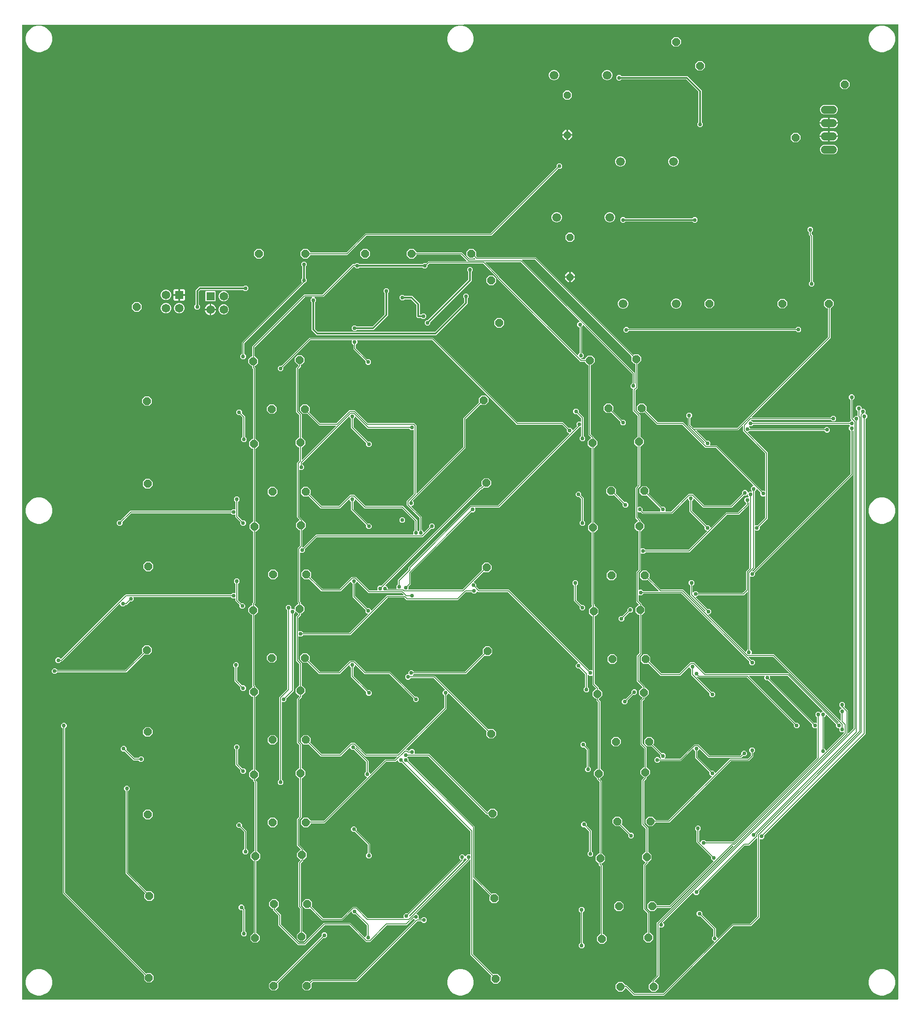
<source format=gbr>
G04 EAGLE Gerber RS-274X export*
G75*
%MOMM*%
%FSLAX34Y34*%
%LPD*%
%INBottom Copper*%
%IPPOS*%
%AMOC8*
5,1,8,0,0,1.08239X$1,22.5*%
G01*
%ADD10P,1.539592X8X292.500000*%
%ADD11C,1.676400*%
%ADD12P,1.649562X8X202.500000*%
%ADD13C,1.508000*%
%ADD14R,1.650000X1.650000*%
%ADD15C,1.650000*%
%ADD16P,1.649562X8X22.500000*%
%ADD17C,0.756400*%
%ADD18C,0.304800*%
%ADD19C,0.152400*%

G36*
X1973328Y-1023494D02*
X1973328Y-1023494D01*
X1973347Y-1023491D01*
X1973367Y-1023493D01*
X1973468Y-1023471D01*
X1973570Y-1023454D01*
X1973588Y-1023445D01*
X1973607Y-1023441D01*
X1973696Y-1023388D01*
X1973788Y-1023339D01*
X1973801Y-1023325D01*
X1973818Y-1023315D01*
X1973886Y-1023236D01*
X1973957Y-1023161D01*
X1973966Y-1023143D01*
X1973978Y-1023128D01*
X1974017Y-1023032D01*
X1974061Y-1022938D01*
X1974063Y-1022918D01*
X1974070Y-1022900D01*
X1974089Y-1022733D01*
X1974340Y839595D01*
X1974336Y839615D01*
X1974339Y839635D01*
X1974317Y839736D01*
X1974300Y839838D01*
X1974291Y839856D01*
X1974286Y839875D01*
X1974233Y839964D01*
X1974185Y840055D01*
X1974170Y840069D01*
X1974160Y840086D01*
X1974081Y840154D01*
X1974007Y840225D01*
X1973988Y840233D01*
X1973973Y840246D01*
X1973877Y840285D01*
X1973784Y840328D01*
X1973764Y840331D01*
X1973745Y840338D01*
X1973578Y840357D01*
X298702Y840106D01*
X298683Y840103D01*
X298663Y840105D01*
X298562Y840083D01*
X298460Y840066D01*
X298442Y840057D01*
X298423Y840053D01*
X298334Y840000D01*
X298242Y839951D01*
X298229Y839937D01*
X298212Y839927D01*
X298144Y839848D01*
X298073Y839773D01*
X298064Y839755D01*
X298052Y839740D01*
X298013Y839644D01*
X297969Y839550D01*
X297967Y839530D01*
X297960Y839512D01*
X297941Y839345D01*
X297690Y-1022983D01*
X297694Y-1023003D01*
X297691Y-1023023D01*
X297713Y-1023124D01*
X297730Y-1023226D01*
X297739Y-1023244D01*
X297744Y-1023263D01*
X297797Y-1023352D01*
X297845Y-1023443D01*
X297860Y-1023457D01*
X297870Y-1023474D01*
X297949Y-1023542D01*
X298023Y-1023613D01*
X298042Y-1023621D01*
X298057Y-1023634D01*
X298153Y-1023673D01*
X298246Y-1023716D01*
X298266Y-1023719D01*
X298285Y-1023726D01*
X298452Y-1023745D01*
X1973328Y-1023494D01*
G37*
%LPC*%
G36*
X1468189Y-1015747D02*
X1468189Y-1015747D01*
X1453172Y-1000730D01*
X1453098Y-1000677D01*
X1453061Y-1000645D01*
X1453054Y-1000638D01*
X1453052Y-1000638D01*
X1453028Y-1000617D01*
X1452998Y-1000605D01*
X1452972Y-1000586D01*
X1452885Y-1000559D01*
X1452876Y-1000556D01*
X1452831Y-1000535D01*
X1452822Y-1000534D01*
X1452800Y-1000525D01*
X1452759Y-1000521D01*
X1452737Y-1000514D01*
X1452705Y-1000515D01*
X1452633Y-1000507D01*
X1452626Y-1000507D01*
X1452606Y-1000510D01*
X1452587Y-1000508D01*
X1452535Y-1000519D01*
X1452491Y-1000520D01*
X1452448Y-1000536D01*
X1452383Y-1000546D01*
X1452366Y-1000556D01*
X1452346Y-1000560D01*
X1452290Y-1000594D01*
X1452260Y-1000605D01*
X1452234Y-1000626D01*
X1452166Y-1000662D01*
X1452152Y-1000676D01*
X1452135Y-1000686D01*
X1452085Y-1000745D01*
X1452068Y-1000758D01*
X1452056Y-1000778D01*
X1451996Y-1000840D01*
X1451988Y-1000858D01*
X1451975Y-1000873D01*
X1451943Y-1000953D01*
X1451935Y-1000965D01*
X1451931Y-1000981D01*
X1451893Y-1001063D01*
X1451891Y-1001083D01*
X1451883Y-1001101D01*
X1451865Y-1001268D01*
X1451865Y-1002770D01*
X1446508Y-1008127D01*
X1438932Y-1008127D01*
X1433575Y-1002770D01*
X1433575Y-995194D01*
X1438932Y-989837D01*
X1446508Y-989837D01*
X1451867Y-995197D01*
X1451866Y-995211D01*
X1451888Y-995313D01*
X1451904Y-995415D01*
X1451914Y-995432D01*
X1451918Y-995452D01*
X1451971Y-995541D01*
X1452020Y-995632D01*
X1452034Y-995646D01*
X1452044Y-995663D01*
X1452123Y-995730D01*
X1452198Y-995802D01*
X1452216Y-995810D01*
X1452231Y-995823D01*
X1452327Y-995862D01*
X1452421Y-995905D01*
X1452441Y-995907D01*
X1452459Y-995915D01*
X1452626Y-995933D01*
X1454843Y-995933D01*
X1469860Y-1010950D01*
X1469934Y-1011003D01*
X1470004Y-1011063D01*
X1470034Y-1011075D01*
X1470060Y-1011094D01*
X1470147Y-1011121D01*
X1470232Y-1011155D01*
X1470273Y-1011159D01*
X1470295Y-1011166D01*
X1470327Y-1011165D01*
X1470399Y-1011173D01*
X1524261Y-1011173D01*
X1524352Y-1011159D01*
X1524442Y-1011151D01*
X1524472Y-1011139D01*
X1524504Y-1011134D01*
X1524585Y-1011091D01*
X1524669Y-1011055D01*
X1524701Y-1011029D01*
X1524722Y-1011018D01*
X1524744Y-1010995D01*
X1524800Y-1010950D01*
X1622364Y-913386D01*
X1622406Y-913328D01*
X1622455Y-913276D01*
X1622477Y-913229D01*
X1622507Y-913187D01*
X1622528Y-913118D01*
X1622559Y-913053D01*
X1622564Y-913001D01*
X1622580Y-912951D01*
X1622578Y-912880D01*
X1622586Y-912809D01*
X1622575Y-912758D01*
X1622573Y-912706D01*
X1622549Y-912638D01*
X1622534Y-912568D01*
X1622507Y-912524D01*
X1622489Y-912475D01*
X1622444Y-912419D01*
X1622407Y-912357D01*
X1622368Y-912323D01*
X1622335Y-912283D01*
X1622275Y-912244D01*
X1622220Y-912197D01*
X1622172Y-912178D01*
X1622128Y-912150D01*
X1622059Y-912132D01*
X1621992Y-912105D01*
X1621921Y-912097D01*
X1621890Y-912089D01*
X1621866Y-912091D01*
X1621826Y-912087D01*
X1620862Y-912087D01*
X1617753Y-908978D01*
X1617753Y-904582D01*
X1620550Y-901785D01*
X1620603Y-901711D01*
X1620663Y-901641D01*
X1620675Y-901611D01*
X1620694Y-901585D01*
X1620721Y-901498D01*
X1620755Y-901413D01*
X1620759Y-901372D01*
X1620766Y-901350D01*
X1620765Y-901318D01*
X1620773Y-901247D01*
X1620773Y-889755D01*
X1620771Y-889739D01*
X1620772Y-889725D01*
X1620758Y-889661D01*
X1620751Y-889574D01*
X1620739Y-889544D01*
X1620734Y-889512D01*
X1620721Y-889487D01*
X1620720Y-889485D01*
X1620713Y-889473D01*
X1620691Y-889431D01*
X1620655Y-889347D01*
X1620629Y-889315D01*
X1620618Y-889294D01*
X1620595Y-889272D01*
X1620550Y-889216D01*
X1596400Y-865066D01*
X1596326Y-865013D01*
X1596256Y-864953D01*
X1596226Y-864941D01*
X1596200Y-864922D01*
X1596113Y-864895D01*
X1596028Y-864861D01*
X1595987Y-864857D01*
X1595965Y-864850D01*
X1595933Y-864851D01*
X1595861Y-864843D01*
X1591906Y-864843D01*
X1588797Y-861734D01*
X1588797Y-857338D01*
X1591906Y-854229D01*
X1596302Y-854229D01*
X1599411Y-857338D01*
X1599411Y-861293D01*
X1599425Y-861384D01*
X1599433Y-861474D01*
X1599445Y-861504D01*
X1599450Y-861536D01*
X1599493Y-861617D01*
X1599529Y-861701D01*
X1599555Y-861733D01*
X1599566Y-861754D01*
X1599589Y-861776D01*
X1599634Y-861832D01*
X1625347Y-887545D01*
X1625347Y-901247D01*
X1625361Y-901337D01*
X1625369Y-901428D01*
X1625381Y-901457D01*
X1625386Y-901489D01*
X1625429Y-901570D01*
X1625465Y-901654D01*
X1625491Y-901686D01*
X1625502Y-901707D01*
X1625525Y-901729D01*
X1625570Y-901785D01*
X1628367Y-904582D01*
X1628367Y-905546D01*
X1628378Y-905616D01*
X1628380Y-905688D01*
X1628398Y-905737D01*
X1628406Y-905788D01*
X1628440Y-905852D01*
X1628465Y-905919D01*
X1628497Y-905960D01*
X1628522Y-906006D01*
X1628574Y-906055D01*
X1628618Y-906111D01*
X1628662Y-906139D01*
X1628700Y-906175D01*
X1628765Y-906205D01*
X1628825Y-906244D01*
X1628876Y-906257D01*
X1628923Y-906279D01*
X1628994Y-906287D01*
X1629064Y-906304D01*
X1629116Y-906300D01*
X1629167Y-906306D01*
X1629238Y-906291D01*
X1629309Y-906285D01*
X1629357Y-906265D01*
X1629408Y-906254D01*
X1629469Y-906217D01*
X1629535Y-906189D01*
X1629591Y-906144D01*
X1629619Y-906127D01*
X1629634Y-906110D01*
X1629666Y-906084D01*
X1657165Y-878585D01*
X1690377Y-878585D01*
X1690468Y-878571D01*
X1690558Y-878563D01*
X1690588Y-878551D01*
X1690620Y-878546D01*
X1690701Y-878503D01*
X1690785Y-878467D01*
X1690817Y-878441D01*
X1690838Y-878430D01*
X1690860Y-878407D01*
X1690916Y-878362D01*
X1704370Y-864908D01*
X1704423Y-864834D01*
X1704483Y-864764D01*
X1704495Y-864734D01*
X1704514Y-864708D01*
X1704541Y-864621D01*
X1704575Y-864536D01*
X1704579Y-864495D01*
X1704586Y-864473D01*
X1704585Y-864441D01*
X1704593Y-864369D01*
X1704593Y-716018D01*
X1704582Y-715948D01*
X1704580Y-715876D01*
X1704562Y-715827D01*
X1704554Y-715776D01*
X1704520Y-715712D01*
X1704495Y-715645D01*
X1704463Y-715604D01*
X1704438Y-715558D01*
X1704386Y-715509D01*
X1704342Y-715453D01*
X1704298Y-715425D01*
X1704260Y-715389D01*
X1704195Y-715359D01*
X1704135Y-715320D01*
X1704084Y-715307D01*
X1704037Y-715285D01*
X1703966Y-715277D01*
X1703896Y-715260D01*
X1703844Y-715264D01*
X1703793Y-715258D01*
X1703722Y-715273D01*
X1703651Y-715279D01*
X1703603Y-715299D01*
X1703552Y-715310D01*
X1703491Y-715347D01*
X1703425Y-715375D01*
X1703369Y-715420D01*
X1703341Y-715437D01*
X1703326Y-715454D01*
X1703294Y-715480D01*
X1689539Y-729235D01*
X1680711Y-729235D01*
X1680620Y-729249D01*
X1680530Y-729257D01*
X1680500Y-729269D01*
X1680468Y-729274D01*
X1680387Y-729317D01*
X1680303Y-729353D01*
X1680271Y-729379D01*
X1680250Y-729390D01*
X1680228Y-729413D01*
X1680172Y-729458D01*
X1593538Y-816092D01*
X1593485Y-816166D01*
X1593425Y-816236D01*
X1593413Y-816266D01*
X1593394Y-816292D01*
X1593367Y-816379D01*
X1593333Y-816464D01*
X1593329Y-816505D01*
X1593322Y-816527D01*
X1593323Y-816559D01*
X1593315Y-816630D01*
X1593315Y-820586D01*
X1590206Y-823695D01*
X1585810Y-823695D01*
X1582701Y-820586D01*
X1582701Y-819622D01*
X1582690Y-819552D01*
X1582688Y-819480D01*
X1582670Y-819431D01*
X1582662Y-819380D01*
X1582628Y-819316D01*
X1582603Y-819249D01*
X1582571Y-819208D01*
X1582546Y-819162D01*
X1582495Y-819113D01*
X1582450Y-819057D01*
X1582406Y-819029D01*
X1582368Y-818993D01*
X1582303Y-818963D01*
X1582243Y-818924D01*
X1582192Y-818911D01*
X1582145Y-818889D01*
X1582074Y-818881D01*
X1582004Y-818864D01*
X1581952Y-818868D01*
X1581901Y-818862D01*
X1581830Y-818877D01*
X1581759Y-818883D01*
X1581711Y-818903D01*
X1581660Y-818914D01*
X1581599Y-818951D01*
X1581533Y-818979D01*
X1581477Y-819024D01*
X1581449Y-819041D01*
X1581434Y-819058D01*
X1581402Y-819084D01*
X1524574Y-875912D01*
X1524562Y-875928D01*
X1524546Y-875941D01*
X1524490Y-876028D01*
X1524430Y-876112D01*
X1524424Y-876131D01*
X1524413Y-876148D01*
X1524388Y-876248D01*
X1524358Y-876347D01*
X1524358Y-876367D01*
X1524353Y-876386D01*
X1524361Y-876489D01*
X1524364Y-876593D01*
X1524371Y-876612D01*
X1524373Y-876632D01*
X1524413Y-876726D01*
X1524449Y-876824D01*
X1524461Y-876840D01*
X1524469Y-876858D01*
X1524574Y-876989D01*
X1526259Y-878674D01*
X1526259Y-883070D01*
X1523150Y-886179D01*
X1518754Y-886179D01*
X1518442Y-885867D01*
X1518384Y-885825D01*
X1518332Y-885776D01*
X1518285Y-885754D01*
X1518243Y-885724D01*
X1518174Y-885702D01*
X1518109Y-885672D01*
X1518057Y-885667D01*
X1518007Y-885651D01*
X1517936Y-885653D01*
X1517865Y-885645D01*
X1517814Y-885656D01*
X1517762Y-885658D01*
X1517694Y-885682D01*
X1517624Y-885697D01*
X1517579Y-885724D01*
X1517531Y-885742D01*
X1517475Y-885787D01*
X1517413Y-885824D01*
X1517379Y-885863D01*
X1517339Y-885896D01*
X1517300Y-885956D01*
X1517253Y-886011D01*
X1517234Y-886059D01*
X1517206Y-886103D01*
X1517188Y-886172D01*
X1517161Y-886239D01*
X1517153Y-886310D01*
X1517145Y-886341D01*
X1517147Y-886364D01*
X1517143Y-886405D01*
X1517143Y-979355D01*
X1508222Y-988276D01*
X1508169Y-988350D01*
X1508109Y-988420D01*
X1508097Y-988450D01*
X1508078Y-988476D01*
X1508051Y-988563D01*
X1508017Y-988648D01*
X1508013Y-988689D01*
X1508006Y-988711D01*
X1508007Y-988743D01*
X1507999Y-988815D01*
X1507999Y-989076D01*
X1508002Y-989096D01*
X1508000Y-989115D01*
X1508022Y-989217D01*
X1508038Y-989319D01*
X1508048Y-989336D01*
X1508052Y-989356D01*
X1508105Y-989445D01*
X1508154Y-989536D01*
X1508168Y-989550D01*
X1508178Y-989567D01*
X1508257Y-989634D01*
X1508332Y-989706D01*
X1508350Y-989714D01*
X1508365Y-989727D01*
X1508461Y-989766D01*
X1508555Y-989809D01*
X1508575Y-989811D01*
X1508593Y-989819D01*
X1508760Y-989837D01*
X1510008Y-989837D01*
X1515365Y-995194D01*
X1515365Y-1002770D01*
X1510008Y-1008127D01*
X1502432Y-1008127D01*
X1497075Y-1002770D01*
X1497075Y-995194D01*
X1502432Y-989837D01*
X1502664Y-989837D01*
X1502684Y-989834D01*
X1502703Y-989836D01*
X1502805Y-989814D01*
X1502907Y-989798D01*
X1502924Y-989788D01*
X1502944Y-989784D01*
X1503033Y-989731D01*
X1503124Y-989682D01*
X1503138Y-989668D01*
X1503155Y-989658D01*
X1503222Y-989579D01*
X1503294Y-989504D01*
X1503302Y-989486D01*
X1503315Y-989471D01*
X1503354Y-989375D01*
X1503397Y-989281D01*
X1503399Y-989261D01*
X1503407Y-989243D01*
X1503425Y-989076D01*
X1503425Y-986605D01*
X1512346Y-977684D01*
X1512399Y-977610D01*
X1512459Y-977540D01*
X1512471Y-977510D01*
X1512490Y-977484D01*
X1512517Y-977397D01*
X1512551Y-977312D01*
X1512555Y-977271D01*
X1512562Y-977249D01*
X1512561Y-977217D01*
X1512569Y-977145D01*
X1512569Y-876877D01*
X1514132Y-875314D01*
X1658912Y-730534D01*
X1658954Y-730476D01*
X1659003Y-730424D01*
X1659025Y-730377D01*
X1659055Y-730335D01*
X1659076Y-730266D01*
X1659107Y-730201D01*
X1659112Y-730149D01*
X1659128Y-730099D01*
X1659126Y-730028D01*
X1659134Y-729957D01*
X1659123Y-729906D01*
X1659121Y-729854D01*
X1659097Y-729786D01*
X1659082Y-729716D01*
X1659055Y-729672D01*
X1659037Y-729623D01*
X1658992Y-729567D01*
X1658955Y-729505D01*
X1658916Y-729471D01*
X1658883Y-729431D01*
X1658823Y-729392D01*
X1658768Y-729345D01*
X1658720Y-729326D01*
X1658676Y-729298D01*
X1658607Y-729280D01*
X1658540Y-729253D01*
X1658469Y-729245D01*
X1658438Y-729237D01*
X1658414Y-729239D01*
X1658374Y-729235D01*
X1657851Y-729235D01*
X1657760Y-729249D01*
X1657670Y-729257D01*
X1657640Y-729269D01*
X1657608Y-729274D01*
X1657527Y-729317D01*
X1657443Y-729353D01*
X1657411Y-729379D01*
X1657390Y-729390D01*
X1657368Y-729413D01*
X1657312Y-729458D01*
X1540226Y-846544D01*
X1538663Y-848107D01*
X1513332Y-848107D01*
X1513312Y-848110D01*
X1513293Y-848108D01*
X1513191Y-848130D01*
X1513089Y-848146D01*
X1513072Y-848156D01*
X1513052Y-848160D01*
X1512963Y-848213D01*
X1512872Y-848262D01*
X1512858Y-848276D01*
X1512841Y-848286D01*
X1512774Y-848365D01*
X1512702Y-848440D01*
X1512694Y-848458D01*
X1512681Y-848473D01*
X1512642Y-848569D01*
X1512599Y-848663D01*
X1512597Y-848683D01*
X1512589Y-848701D01*
X1512571Y-848868D01*
X1512571Y-849100D01*
X1507214Y-854457D01*
X1499638Y-854457D01*
X1494281Y-849100D01*
X1494281Y-841524D01*
X1499638Y-836167D01*
X1507214Y-836167D01*
X1512571Y-841524D01*
X1512571Y-842772D01*
X1512574Y-842792D01*
X1512572Y-842811D01*
X1512594Y-842913D01*
X1512610Y-843015D01*
X1512620Y-843032D01*
X1512624Y-843052D01*
X1512677Y-843141D01*
X1512726Y-843232D01*
X1512740Y-843246D01*
X1512750Y-843263D01*
X1512829Y-843330D01*
X1512904Y-843402D01*
X1512922Y-843410D01*
X1512937Y-843423D01*
X1513033Y-843462D01*
X1513127Y-843505D01*
X1513147Y-843507D01*
X1513165Y-843515D01*
X1513332Y-843533D01*
X1536454Y-843533D01*
X1536544Y-843519D01*
X1536635Y-843511D01*
X1536664Y-843499D01*
X1536696Y-843494D01*
X1536777Y-843451D01*
X1536861Y-843415D01*
X1536893Y-843389D01*
X1536914Y-843378D01*
X1536936Y-843355D01*
X1536992Y-843310D01*
X1620840Y-759462D01*
X1620882Y-759404D01*
X1620931Y-759352D01*
X1620953Y-759305D01*
X1620983Y-759263D01*
X1621004Y-759194D01*
X1621035Y-759129D01*
X1621040Y-759077D01*
X1621056Y-759027D01*
X1621054Y-758956D01*
X1621062Y-758885D01*
X1621051Y-758834D01*
X1621049Y-758782D01*
X1621025Y-758714D01*
X1621010Y-758644D01*
X1620983Y-758600D01*
X1620965Y-758551D01*
X1620920Y-758495D01*
X1620883Y-758433D01*
X1620844Y-758399D01*
X1620811Y-758359D01*
X1620751Y-758320D01*
X1620696Y-758273D01*
X1620648Y-758254D01*
X1620604Y-758226D01*
X1620535Y-758208D01*
X1620468Y-758181D01*
X1620397Y-758173D01*
X1620366Y-758165D01*
X1620342Y-758167D01*
X1620302Y-758163D01*
X1619338Y-758163D01*
X1616229Y-755054D01*
X1616229Y-751099D01*
X1616215Y-751008D01*
X1616207Y-750918D01*
X1616195Y-750888D01*
X1616190Y-750856D01*
X1616147Y-750775D01*
X1616111Y-750691D01*
X1616085Y-750659D01*
X1616074Y-750638D01*
X1616051Y-750616D01*
X1616006Y-750560D01*
X1588769Y-723323D01*
X1588769Y-702001D01*
X1588755Y-701911D01*
X1588747Y-701820D01*
X1588735Y-701791D01*
X1588730Y-701759D01*
X1588687Y-701678D01*
X1588651Y-701594D01*
X1588625Y-701562D01*
X1588614Y-701541D01*
X1588591Y-701519D01*
X1588546Y-701463D01*
X1585749Y-698666D01*
X1585749Y-694270D01*
X1588858Y-691161D01*
X1593254Y-691161D01*
X1596363Y-694270D01*
X1596363Y-698666D01*
X1593566Y-701463D01*
X1593513Y-701537D01*
X1593453Y-701607D01*
X1593441Y-701637D01*
X1593422Y-701663D01*
X1593395Y-701750D01*
X1593361Y-701835D01*
X1593357Y-701876D01*
X1593350Y-701898D01*
X1593351Y-701930D01*
X1593343Y-702001D01*
X1593343Y-721113D01*
X1593357Y-721204D01*
X1593365Y-721294D01*
X1593377Y-721324D01*
X1593382Y-721356D01*
X1593425Y-721437D01*
X1593461Y-721521D01*
X1593487Y-721553D01*
X1593498Y-721574D01*
X1593521Y-721596D01*
X1593566Y-721652D01*
X1595118Y-723204D01*
X1595176Y-723246D01*
X1595228Y-723295D01*
X1595275Y-723317D01*
X1595317Y-723347D01*
X1595386Y-723368D01*
X1595451Y-723399D01*
X1595503Y-723404D01*
X1595553Y-723420D01*
X1595624Y-723418D01*
X1595695Y-723426D01*
X1595746Y-723415D01*
X1595798Y-723413D01*
X1595866Y-723389D01*
X1595936Y-723374D01*
X1595981Y-723347D01*
X1596029Y-723329D01*
X1596085Y-723284D01*
X1596147Y-723247D01*
X1596181Y-723208D01*
X1596221Y-723175D01*
X1596260Y-723115D01*
X1596307Y-723060D01*
X1596326Y-723012D01*
X1596354Y-722968D01*
X1596372Y-722899D01*
X1596399Y-722832D01*
X1596407Y-722761D01*
X1596415Y-722730D01*
X1596413Y-722706D01*
X1596417Y-722666D01*
X1596417Y-721702D01*
X1599526Y-718593D01*
X1603922Y-718593D01*
X1606719Y-721390D01*
X1606793Y-721443D01*
X1606863Y-721503D01*
X1606893Y-721515D01*
X1606919Y-721534D01*
X1607006Y-721561D01*
X1607091Y-721595D01*
X1607132Y-721599D01*
X1607154Y-721606D01*
X1607186Y-721605D01*
X1607257Y-721613D01*
X1658373Y-721613D01*
X1658464Y-721599D01*
X1658554Y-721591D01*
X1658584Y-721579D01*
X1658616Y-721574D01*
X1658697Y-721531D01*
X1658781Y-721495D01*
X1658813Y-721469D01*
X1658834Y-721458D01*
X1658856Y-721435D01*
X1658912Y-721390D01*
X1818670Y-561632D01*
X1818723Y-561558D01*
X1818783Y-561488D01*
X1818795Y-561458D01*
X1818814Y-561432D01*
X1818841Y-561345D01*
X1818875Y-561260D01*
X1818879Y-561219D01*
X1818886Y-561197D01*
X1818885Y-561165D01*
X1818893Y-561093D01*
X1818893Y-505405D01*
X1818882Y-505335D01*
X1818880Y-505263D01*
X1818862Y-505214D01*
X1818854Y-505163D01*
X1818820Y-505099D01*
X1818795Y-505032D01*
X1818763Y-504991D01*
X1818738Y-504945D01*
X1818686Y-504896D01*
X1818642Y-504840D01*
X1818598Y-504812D01*
X1818560Y-504776D01*
X1818495Y-504746D01*
X1818435Y-504707D01*
X1818384Y-504694D01*
X1818337Y-504672D01*
X1818266Y-504664D01*
X1818196Y-504647D01*
X1818144Y-504651D01*
X1818093Y-504645D01*
X1818022Y-504660D01*
X1817951Y-504666D01*
X1817903Y-504686D01*
X1817852Y-504697D01*
X1817791Y-504734D01*
X1817725Y-504762D01*
X1817669Y-504807D01*
X1817641Y-504824D01*
X1817626Y-504841D01*
X1817594Y-504867D01*
X1817282Y-505179D01*
X1812886Y-505179D01*
X1809777Y-502070D01*
X1809777Y-498114D01*
X1809763Y-498024D01*
X1809755Y-497933D01*
X1809743Y-497904D01*
X1809738Y-497872D01*
X1809695Y-497791D01*
X1809659Y-497707D01*
X1809633Y-497675D01*
X1809622Y-497654D01*
X1809599Y-497632D01*
X1809554Y-497576D01*
X1725940Y-413962D01*
X1725866Y-413909D01*
X1725796Y-413849D01*
X1725766Y-413837D01*
X1725740Y-413818D01*
X1725653Y-413791D01*
X1725568Y-413757D01*
X1725527Y-413753D01*
X1725505Y-413746D01*
X1725473Y-413747D01*
X1725402Y-413739D01*
X1721446Y-413739D01*
X1718337Y-410630D01*
X1718337Y-406234D01*
X1718649Y-405922D01*
X1718691Y-405864D01*
X1718740Y-405812D01*
X1718762Y-405765D01*
X1718792Y-405723D01*
X1718814Y-405654D01*
X1718844Y-405589D01*
X1718849Y-405537D01*
X1718865Y-405487D01*
X1718863Y-405416D01*
X1718871Y-405345D01*
X1718860Y-405294D01*
X1718858Y-405242D01*
X1718834Y-405174D01*
X1718819Y-405104D01*
X1718792Y-405059D01*
X1718774Y-405011D01*
X1718729Y-404955D01*
X1718692Y-404893D01*
X1718653Y-404859D01*
X1718620Y-404819D01*
X1718560Y-404780D01*
X1718505Y-404733D01*
X1718457Y-404714D01*
X1718413Y-404686D01*
X1718344Y-404668D01*
X1718277Y-404641D01*
X1718206Y-404633D01*
X1718175Y-404625D01*
X1718152Y-404627D01*
X1718111Y-404623D01*
X1689854Y-404623D01*
X1689784Y-404634D01*
X1689712Y-404636D01*
X1689663Y-404654D01*
X1689612Y-404662D01*
X1689548Y-404696D01*
X1689481Y-404721D01*
X1689440Y-404753D01*
X1689394Y-404778D01*
X1689345Y-404830D01*
X1689289Y-404874D01*
X1689261Y-404918D01*
X1689225Y-404956D01*
X1689195Y-405021D01*
X1689156Y-405081D01*
X1689143Y-405132D01*
X1689121Y-405179D01*
X1689113Y-405250D01*
X1689096Y-405320D01*
X1689100Y-405372D01*
X1689094Y-405423D01*
X1689109Y-405494D01*
X1689115Y-405565D01*
X1689135Y-405613D01*
X1689146Y-405664D01*
X1689183Y-405725D01*
X1689211Y-405791D01*
X1689256Y-405847D01*
X1689273Y-405875D01*
X1689290Y-405890D01*
X1689316Y-405922D01*
X1777736Y-494342D01*
X1777810Y-494395D01*
X1777880Y-494455D01*
X1777910Y-494467D01*
X1777936Y-494486D01*
X1778023Y-494513D01*
X1778108Y-494547D01*
X1778149Y-494551D01*
X1778171Y-494558D01*
X1778203Y-494557D01*
X1778275Y-494565D01*
X1782230Y-494565D01*
X1785339Y-497674D01*
X1785339Y-502070D01*
X1782230Y-505179D01*
X1777834Y-505179D01*
X1774725Y-502070D01*
X1774725Y-498115D01*
X1774711Y-498024D01*
X1774703Y-497934D01*
X1774691Y-497904D01*
X1774686Y-497872D01*
X1774643Y-497791D01*
X1774607Y-497707D01*
X1774581Y-497675D01*
X1774570Y-497654D01*
X1774547Y-497632D01*
X1774502Y-497576D01*
X1684820Y-407894D01*
X1684746Y-407841D01*
X1684676Y-407781D01*
X1684646Y-407769D01*
X1684620Y-407750D01*
X1684533Y-407723D01*
X1684448Y-407689D01*
X1684407Y-407685D01*
X1684385Y-407678D01*
X1684353Y-407679D01*
X1684281Y-407671D01*
X1591633Y-407671D01*
X1590304Y-406342D01*
X1590230Y-406289D01*
X1590160Y-406229D01*
X1590130Y-406217D01*
X1590104Y-406198D01*
X1590017Y-406171D01*
X1589932Y-406137D01*
X1589891Y-406133D01*
X1589869Y-406126D01*
X1589837Y-406127D01*
X1589765Y-406119D01*
X1589242Y-406119D01*
X1589172Y-406130D01*
X1589100Y-406132D01*
X1589051Y-406150D01*
X1589000Y-406158D01*
X1588936Y-406192D01*
X1588869Y-406217D01*
X1588828Y-406249D01*
X1588782Y-406274D01*
X1588733Y-406326D01*
X1588677Y-406370D01*
X1588649Y-406414D01*
X1588613Y-406452D01*
X1588583Y-406517D01*
X1588544Y-406577D01*
X1588531Y-406628D01*
X1588509Y-406675D01*
X1588501Y-406746D01*
X1588484Y-406816D01*
X1588488Y-406868D01*
X1588482Y-406919D01*
X1588497Y-406990D01*
X1588503Y-407061D01*
X1588523Y-407109D01*
X1588534Y-407160D01*
X1588571Y-407221D01*
X1588599Y-407287D01*
X1588644Y-407343D01*
X1588661Y-407371D01*
X1588678Y-407386D01*
X1588704Y-407418D01*
X1616192Y-434906D01*
X1616266Y-434959D01*
X1616336Y-435019D01*
X1616366Y-435031D01*
X1616392Y-435050D01*
X1616479Y-435077D01*
X1616564Y-435111D01*
X1616605Y-435115D01*
X1616627Y-435122D01*
X1616659Y-435121D01*
X1616731Y-435129D01*
X1620686Y-435129D01*
X1623795Y-438238D01*
X1623795Y-442634D01*
X1620686Y-445743D01*
X1616290Y-445743D01*
X1613181Y-442634D01*
X1613181Y-438679D01*
X1613167Y-438588D01*
X1613159Y-438498D01*
X1613147Y-438468D01*
X1613142Y-438436D01*
X1613099Y-438355D01*
X1613063Y-438271D01*
X1613037Y-438239D01*
X1613026Y-438218D01*
X1613003Y-438196D01*
X1612958Y-438140D01*
X1578101Y-403283D01*
X1578101Y-392629D01*
X1578087Y-392539D01*
X1578079Y-392448D01*
X1578067Y-392419D01*
X1578062Y-392387D01*
X1578019Y-392306D01*
X1577983Y-392222D01*
X1577957Y-392190D01*
X1577946Y-392169D01*
X1577923Y-392147D01*
X1577878Y-392091D01*
X1575081Y-389294D01*
X1575081Y-388330D01*
X1575070Y-388260D01*
X1575068Y-388188D01*
X1575050Y-388139D01*
X1575042Y-388088D01*
X1575008Y-388024D01*
X1574983Y-387957D01*
X1574951Y-387916D01*
X1574926Y-387870D01*
X1574874Y-387821D01*
X1574830Y-387765D01*
X1574786Y-387737D01*
X1574748Y-387701D01*
X1574683Y-387671D01*
X1574623Y-387632D01*
X1574572Y-387619D01*
X1574525Y-387597D01*
X1574454Y-387589D01*
X1574384Y-387572D01*
X1574332Y-387576D01*
X1574281Y-387570D01*
X1574210Y-387585D01*
X1574139Y-387591D01*
X1574091Y-387611D01*
X1574040Y-387622D01*
X1573979Y-387659D01*
X1573913Y-387687D01*
X1573857Y-387732D01*
X1573829Y-387749D01*
X1573814Y-387766D01*
X1573782Y-387792D01*
X1558514Y-403060D01*
X1556951Y-404623D01*
X1520005Y-404623D01*
X1496495Y-381113D01*
X1496478Y-381101D01*
X1496466Y-381085D01*
X1496379Y-381029D01*
X1496295Y-380969D01*
X1496276Y-380963D01*
X1496259Y-380952D01*
X1496159Y-380927D01*
X1496060Y-380897D01*
X1496040Y-380897D01*
X1496021Y-380892D01*
X1495918Y-380900D01*
X1495814Y-380903D01*
X1495795Y-380910D01*
X1495775Y-380911D01*
X1495680Y-380952D01*
X1495583Y-380987D01*
X1495567Y-381000D01*
X1495549Y-381008D01*
X1495418Y-381113D01*
X1494514Y-382017D01*
X1486938Y-382017D01*
X1481581Y-376660D01*
X1481581Y-369084D01*
X1486938Y-363727D01*
X1494514Y-363727D01*
X1499871Y-369084D01*
X1499871Y-376660D01*
X1499729Y-376802D01*
X1499717Y-376818D01*
X1499701Y-376831D01*
X1499645Y-376918D01*
X1499585Y-377002D01*
X1499579Y-377021D01*
X1499568Y-377038D01*
X1499543Y-377138D01*
X1499513Y-377237D01*
X1499513Y-377257D01*
X1499508Y-377276D01*
X1499516Y-377379D01*
X1499519Y-377483D01*
X1499526Y-377501D01*
X1499527Y-377521D01*
X1499568Y-377616D01*
X1499603Y-377714D01*
X1499616Y-377729D01*
X1499624Y-377748D01*
X1499729Y-377879D01*
X1521676Y-399826D01*
X1521750Y-399879D01*
X1521820Y-399939D01*
X1521850Y-399951D01*
X1521876Y-399970D01*
X1521963Y-399997D01*
X1522048Y-400031D01*
X1522089Y-400035D01*
X1522111Y-400042D01*
X1522143Y-400041D01*
X1522215Y-400049D01*
X1554741Y-400049D01*
X1554832Y-400035D01*
X1554922Y-400027D01*
X1554952Y-400015D01*
X1554984Y-400010D01*
X1555065Y-399967D01*
X1555149Y-399931D01*
X1555181Y-399905D01*
X1555202Y-399894D01*
X1555224Y-399871D01*
X1555280Y-399826D01*
X1576393Y-378713D01*
X1584383Y-378713D01*
X1605496Y-399826D01*
X1605570Y-399879D01*
X1605640Y-399939D01*
X1605670Y-399951D01*
X1605696Y-399970D01*
X1605783Y-399997D01*
X1605868Y-400031D01*
X1605909Y-400035D01*
X1605931Y-400042D01*
X1605963Y-400041D01*
X1606035Y-400049D01*
X1764215Y-400049D01*
X1765778Y-401612D01*
X1858508Y-494342D01*
X1858582Y-494395D01*
X1858652Y-494455D01*
X1858682Y-494467D01*
X1858708Y-494486D01*
X1858795Y-494513D01*
X1858880Y-494547D01*
X1858921Y-494551D01*
X1858943Y-494558D01*
X1858975Y-494557D01*
X1859046Y-494565D01*
X1859570Y-494565D01*
X1859640Y-494554D01*
X1859712Y-494552D01*
X1859761Y-494534D01*
X1859812Y-494526D01*
X1859876Y-494492D01*
X1859943Y-494467D01*
X1859984Y-494435D01*
X1860030Y-494410D01*
X1860079Y-494358D01*
X1860135Y-494314D01*
X1860163Y-494270D01*
X1860199Y-494232D01*
X1860229Y-494167D01*
X1860268Y-494107D01*
X1860281Y-494056D01*
X1860303Y-494009D01*
X1860311Y-493938D01*
X1860328Y-493868D01*
X1860324Y-493816D01*
X1860330Y-493765D01*
X1860315Y-493694D01*
X1860309Y-493623D01*
X1860289Y-493575D01*
X1860278Y-493524D01*
X1860241Y-493463D01*
X1860213Y-493397D01*
X1860168Y-493341D01*
X1860151Y-493313D01*
X1860134Y-493298D01*
X1860108Y-493266D01*
X1735112Y-368270D01*
X1735038Y-368217D01*
X1734968Y-368157D01*
X1734938Y-368145D01*
X1734912Y-368126D01*
X1734825Y-368099D01*
X1734740Y-368065D01*
X1734699Y-368061D01*
X1734677Y-368054D01*
X1734645Y-368055D01*
X1734573Y-368047D01*
X1688330Y-368047D01*
X1688260Y-368058D01*
X1688188Y-368060D01*
X1688139Y-368078D01*
X1688088Y-368086D01*
X1688024Y-368120D01*
X1687957Y-368145D01*
X1687916Y-368177D01*
X1687870Y-368202D01*
X1687821Y-368253D01*
X1687765Y-368298D01*
X1687737Y-368342D01*
X1687701Y-368380D01*
X1687671Y-368445D01*
X1687632Y-368505D01*
X1687619Y-368556D01*
X1687597Y-368603D01*
X1687589Y-368674D01*
X1687572Y-368744D01*
X1687576Y-368796D01*
X1687570Y-368847D01*
X1687585Y-368918D01*
X1687591Y-368989D01*
X1687611Y-369037D01*
X1687622Y-369088D01*
X1687659Y-369149D01*
X1687687Y-369215D01*
X1687732Y-369271D01*
X1687749Y-369299D01*
X1687766Y-369314D01*
X1687792Y-369346D01*
X1692392Y-373946D01*
X1692466Y-373999D01*
X1692536Y-374059D01*
X1692566Y-374071D01*
X1692592Y-374090D01*
X1692679Y-374117D01*
X1692764Y-374151D01*
X1692805Y-374155D01*
X1692827Y-374162D01*
X1692859Y-374161D01*
X1692930Y-374169D01*
X1696886Y-374169D01*
X1699995Y-377278D01*
X1699995Y-381674D01*
X1696886Y-384783D01*
X1692490Y-384783D01*
X1689381Y-381674D01*
X1689381Y-377718D01*
X1689367Y-377628D01*
X1689359Y-377537D01*
X1689347Y-377508D01*
X1689342Y-377476D01*
X1689299Y-377395D01*
X1689263Y-377311D01*
X1689237Y-377279D01*
X1689226Y-377258D01*
X1689203Y-377236D01*
X1689158Y-377180D01*
X1559852Y-247874D01*
X1559778Y-247821D01*
X1559708Y-247761D01*
X1559678Y-247749D01*
X1559652Y-247730D01*
X1559565Y-247703D01*
X1559480Y-247669D01*
X1559439Y-247665D01*
X1559417Y-247658D01*
X1559385Y-247659D01*
X1559313Y-247651D01*
X1486861Y-247651D01*
X1486771Y-247665D01*
X1486680Y-247673D01*
X1486651Y-247685D01*
X1486619Y-247690D01*
X1486538Y-247733D01*
X1486454Y-247769D01*
X1486422Y-247795D01*
X1486401Y-247806D01*
X1486379Y-247829D01*
X1486323Y-247874D01*
X1483526Y-250671D01*
X1479130Y-250671D01*
X1478818Y-250359D01*
X1478760Y-250317D01*
X1478708Y-250268D01*
X1478661Y-250246D01*
X1478619Y-250216D01*
X1478550Y-250194D01*
X1478485Y-250164D01*
X1478433Y-250159D01*
X1478383Y-250143D01*
X1478312Y-250145D01*
X1478241Y-250137D01*
X1478190Y-250148D01*
X1478138Y-250150D01*
X1478070Y-250174D01*
X1478000Y-250189D01*
X1477955Y-250216D01*
X1477907Y-250234D01*
X1477851Y-250279D01*
X1477789Y-250316D01*
X1477755Y-250355D01*
X1477715Y-250388D01*
X1477676Y-250448D01*
X1477629Y-250503D01*
X1477610Y-250551D01*
X1477582Y-250595D01*
X1477564Y-250664D01*
X1477537Y-250731D01*
X1477529Y-250802D01*
X1477521Y-250833D01*
X1477523Y-250856D01*
X1477519Y-250897D01*
X1477519Y-260865D01*
X1477533Y-260956D01*
X1477541Y-261046D01*
X1477553Y-261076D01*
X1477558Y-261108D01*
X1477601Y-261189D01*
X1477637Y-261273D01*
X1477663Y-261305D01*
X1477674Y-261326D01*
X1477697Y-261348D01*
X1477742Y-261404D01*
X1483615Y-267277D01*
X1483615Y-268986D01*
X1483618Y-269006D01*
X1483616Y-269025D01*
X1483638Y-269127D01*
X1483654Y-269229D01*
X1483664Y-269246D01*
X1483668Y-269266D01*
X1483721Y-269355D01*
X1483770Y-269446D01*
X1483784Y-269460D01*
X1483794Y-269477D01*
X1483873Y-269544D01*
X1483948Y-269616D01*
X1483966Y-269624D01*
X1483981Y-269637D01*
X1484077Y-269676D01*
X1484171Y-269719D01*
X1484191Y-269721D01*
X1484209Y-269729D01*
X1484351Y-269745D01*
X1489711Y-275104D01*
X1489711Y-282680D01*
X1484351Y-288039D01*
X1484337Y-288038D01*
X1484235Y-288060D01*
X1484133Y-288076D01*
X1484116Y-288086D01*
X1484096Y-288090D01*
X1484007Y-288143D01*
X1483916Y-288192D01*
X1483902Y-288206D01*
X1483885Y-288216D01*
X1483818Y-288295D01*
X1483746Y-288370D01*
X1483738Y-288388D01*
X1483725Y-288403D01*
X1483686Y-288499D01*
X1483643Y-288593D01*
X1483641Y-288613D01*
X1483633Y-288631D01*
X1483615Y-288798D01*
X1483615Y-363659D01*
X1479266Y-368008D01*
X1479213Y-368082D01*
X1479153Y-368152D01*
X1479141Y-368182D01*
X1479122Y-368208D01*
X1479095Y-368295D01*
X1479061Y-368380D01*
X1479057Y-368421D01*
X1479050Y-368443D01*
X1479051Y-368475D01*
X1479043Y-368547D01*
X1479043Y-413265D01*
X1479057Y-413356D01*
X1479065Y-413446D01*
X1479077Y-413476D01*
X1479082Y-413508D01*
X1479125Y-413589D01*
X1479161Y-413673D01*
X1479187Y-413705D01*
X1479198Y-413726D01*
X1479221Y-413748D01*
X1479266Y-413804D01*
X1489711Y-424249D01*
X1489711Y-426720D01*
X1489714Y-426740D01*
X1489712Y-426759D01*
X1489734Y-426861D01*
X1489750Y-426963D01*
X1489760Y-426980D01*
X1489764Y-427000D01*
X1489817Y-427089D01*
X1489866Y-427180D01*
X1489880Y-427194D01*
X1489890Y-427211D01*
X1489969Y-427278D01*
X1490044Y-427350D01*
X1490062Y-427358D01*
X1490077Y-427371D01*
X1490173Y-427410D01*
X1490267Y-427453D01*
X1490287Y-427455D01*
X1490305Y-427463D01*
X1490472Y-427481D01*
X1491212Y-427481D01*
X1496569Y-432838D01*
X1496569Y-440414D01*
X1491212Y-445771D01*
X1490472Y-445771D01*
X1490452Y-445774D01*
X1490433Y-445772D01*
X1490331Y-445794D01*
X1490229Y-445810D01*
X1490212Y-445820D01*
X1490192Y-445824D01*
X1490103Y-445877D01*
X1490012Y-445926D01*
X1489998Y-445940D01*
X1489981Y-445950D01*
X1489914Y-446029D01*
X1489842Y-446104D01*
X1489834Y-446122D01*
X1489821Y-446137D01*
X1489782Y-446233D01*
X1489739Y-446327D01*
X1489737Y-446347D01*
X1489729Y-446365D01*
X1489711Y-446532D01*
X1489711Y-449003D01*
X1485362Y-453352D01*
X1485309Y-453426D01*
X1485249Y-453496D01*
X1485237Y-453526D01*
X1485218Y-453552D01*
X1485191Y-453639D01*
X1485157Y-453724D01*
X1485153Y-453765D01*
X1485146Y-453787D01*
X1485147Y-453819D01*
X1485139Y-453891D01*
X1485139Y-533661D01*
X1485153Y-533752D01*
X1485161Y-533842D01*
X1485173Y-533872D01*
X1485178Y-533904D01*
X1485221Y-533985D01*
X1485257Y-534069D01*
X1485283Y-534101D01*
X1485294Y-534122D01*
X1485317Y-534144D01*
X1485362Y-534200D01*
X1492759Y-541597D01*
X1492759Y-579120D01*
X1492762Y-579140D01*
X1492760Y-579159D01*
X1492782Y-579261D01*
X1492798Y-579363D01*
X1492808Y-579380D01*
X1492812Y-579400D01*
X1492865Y-579489D01*
X1492914Y-579580D01*
X1492928Y-579594D01*
X1492938Y-579611D01*
X1493017Y-579678D01*
X1493092Y-579750D01*
X1493110Y-579758D01*
X1493125Y-579771D01*
X1493221Y-579810D01*
X1493315Y-579853D01*
X1493335Y-579855D01*
X1493353Y-579863D01*
X1493520Y-579881D01*
X1494006Y-579881D01*
X1499363Y-585238D01*
X1499363Y-592814D01*
X1494006Y-598171D01*
X1493520Y-598171D01*
X1493500Y-598174D01*
X1493481Y-598172D01*
X1493379Y-598194D01*
X1493277Y-598210D01*
X1493260Y-598220D01*
X1493240Y-598224D01*
X1493151Y-598277D01*
X1493060Y-598326D01*
X1493046Y-598340D01*
X1493029Y-598350D01*
X1492962Y-598429D01*
X1492890Y-598504D01*
X1492882Y-598522D01*
X1492869Y-598537D01*
X1492830Y-598633D01*
X1492787Y-598727D01*
X1492785Y-598747D01*
X1492777Y-598765D01*
X1492759Y-598932D01*
X1492759Y-601403D01*
X1488410Y-605752D01*
X1488357Y-605826D01*
X1488297Y-605896D01*
X1488285Y-605926D01*
X1488266Y-605952D01*
X1488239Y-606039D01*
X1488205Y-606124D01*
X1488201Y-606165D01*
X1488194Y-606187D01*
X1488195Y-606219D01*
X1488187Y-606291D01*
X1488187Y-687585D01*
X1488201Y-687676D01*
X1488209Y-687766D01*
X1488221Y-687796D01*
X1488226Y-687828D01*
X1488269Y-687909D01*
X1488305Y-687993D01*
X1488331Y-688025D01*
X1488342Y-688046D01*
X1488365Y-688068D01*
X1488410Y-688124D01*
X1495807Y-695521D01*
X1495807Y-741426D01*
X1495810Y-741446D01*
X1495808Y-741465D01*
X1495830Y-741567D01*
X1495846Y-741669D01*
X1495856Y-741686D01*
X1495860Y-741706D01*
X1495913Y-741795D01*
X1495962Y-741886D01*
X1495976Y-741900D01*
X1495986Y-741917D01*
X1496065Y-741984D01*
X1496140Y-742056D01*
X1496158Y-742064D01*
X1496173Y-742077D01*
X1496269Y-742116D01*
X1496363Y-742159D01*
X1496383Y-742161D01*
X1496401Y-742169D01*
X1496568Y-742187D01*
X1497054Y-742187D01*
X1502411Y-747544D01*
X1502411Y-755120D01*
X1497054Y-760477D01*
X1496568Y-760477D01*
X1496548Y-760480D01*
X1496529Y-760478D01*
X1496427Y-760500D01*
X1496325Y-760516D01*
X1496308Y-760526D01*
X1496288Y-760530D01*
X1496199Y-760583D01*
X1496108Y-760632D01*
X1496094Y-760646D01*
X1496077Y-760656D01*
X1496010Y-760735D01*
X1495938Y-760810D01*
X1495930Y-760828D01*
X1495917Y-760843D01*
X1495878Y-760939D01*
X1495835Y-761033D01*
X1495833Y-761053D01*
X1495825Y-761071D01*
X1495807Y-761238D01*
X1495807Y-762947D01*
X1491458Y-767296D01*
X1491405Y-767370D01*
X1491345Y-767440D01*
X1491333Y-767470D01*
X1491314Y-767496D01*
X1491287Y-767583D01*
X1491253Y-767668D01*
X1491249Y-767709D01*
X1491242Y-767731D01*
X1491243Y-767763D01*
X1491235Y-767835D01*
X1491235Y-849129D01*
X1491249Y-849220D01*
X1491257Y-849310D01*
X1491269Y-849340D01*
X1491274Y-849372D01*
X1491317Y-849453D01*
X1491353Y-849537D01*
X1491379Y-849569D01*
X1491390Y-849590D01*
X1491413Y-849612D01*
X1491458Y-849668D01*
X1498855Y-857065D01*
X1498855Y-895096D01*
X1498858Y-895115D01*
X1498856Y-895133D01*
X1498856Y-895134D01*
X1498856Y-895135D01*
X1498878Y-895237D01*
X1498894Y-895339D01*
X1498904Y-895356D01*
X1498908Y-895376D01*
X1498961Y-895465D01*
X1499010Y-895556D01*
X1499024Y-895570D01*
X1499034Y-895587D01*
X1499113Y-895654D01*
X1499188Y-895726D01*
X1499206Y-895734D01*
X1499221Y-895747D01*
X1499317Y-895786D01*
X1499411Y-895829D01*
X1499431Y-895831D01*
X1499449Y-895839D01*
X1499616Y-895857D01*
X1499848Y-895857D01*
X1505205Y-901214D01*
X1505205Y-908790D01*
X1499848Y-914147D01*
X1492272Y-914147D01*
X1486915Y-908790D01*
X1486915Y-901214D01*
X1492272Y-895857D01*
X1493520Y-895857D01*
X1493540Y-895854D01*
X1493559Y-895856D01*
X1493661Y-895834D01*
X1493763Y-895818D01*
X1493780Y-895808D01*
X1493800Y-895804D01*
X1493889Y-895751D01*
X1493980Y-895702D01*
X1493994Y-895688D01*
X1494011Y-895678D01*
X1494078Y-895599D01*
X1494150Y-895524D01*
X1494158Y-895506D01*
X1494171Y-895491D01*
X1494210Y-895395D01*
X1494253Y-895301D01*
X1494255Y-895281D01*
X1494263Y-895263D01*
X1494281Y-895096D01*
X1494281Y-859275D01*
X1494267Y-859184D01*
X1494259Y-859094D01*
X1494247Y-859064D01*
X1494242Y-859032D01*
X1494199Y-858951D01*
X1494163Y-858867D01*
X1494137Y-858835D01*
X1494126Y-858814D01*
X1494103Y-858792D01*
X1494058Y-858736D01*
X1486661Y-851339D01*
X1486661Y-765625D01*
X1490510Y-761776D01*
X1490552Y-761718D01*
X1490601Y-761666D01*
X1490623Y-761619D01*
X1490653Y-761577D01*
X1490674Y-761508D01*
X1490705Y-761443D01*
X1490710Y-761391D01*
X1490726Y-761341D01*
X1490724Y-761270D01*
X1490732Y-761199D01*
X1490721Y-761148D01*
X1490719Y-761096D01*
X1490695Y-761028D01*
X1490680Y-760958D01*
X1490653Y-760913D01*
X1490635Y-760865D01*
X1490590Y-760809D01*
X1490553Y-760747D01*
X1490514Y-760713D01*
X1490481Y-760673D01*
X1490421Y-760634D01*
X1490366Y-760587D01*
X1490318Y-760568D01*
X1490274Y-760540D01*
X1490205Y-760522D01*
X1490138Y-760495D01*
X1490067Y-760487D01*
X1490036Y-760479D01*
X1490012Y-760481D01*
X1489972Y-760477D01*
X1489478Y-760477D01*
X1484121Y-755120D01*
X1484121Y-747544D01*
X1489478Y-742187D01*
X1490472Y-742187D01*
X1490492Y-742184D01*
X1490511Y-742186D01*
X1490613Y-742164D01*
X1490715Y-742148D01*
X1490732Y-742138D01*
X1490752Y-742134D01*
X1490841Y-742081D01*
X1490932Y-742032D01*
X1490946Y-742018D01*
X1490963Y-742008D01*
X1491030Y-741929D01*
X1491102Y-741854D01*
X1491110Y-741836D01*
X1491123Y-741821D01*
X1491162Y-741725D01*
X1491205Y-741631D01*
X1491207Y-741611D01*
X1491215Y-741593D01*
X1491233Y-741426D01*
X1491233Y-697731D01*
X1491219Y-697640D01*
X1491211Y-697550D01*
X1491199Y-697520D01*
X1491194Y-697488D01*
X1491151Y-697407D01*
X1491115Y-697323D01*
X1491089Y-697291D01*
X1491078Y-697270D01*
X1491055Y-697248D01*
X1491010Y-697192D01*
X1483613Y-689795D01*
X1483613Y-604081D01*
X1487962Y-599732D01*
X1488015Y-599658D01*
X1488075Y-599588D01*
X1488087Y-599558D01*
X1488106Y-599532D01*
X1488133Y-599445D01*
X1488167Y-599360D01*
X1488171Y-599319D01*
X1488178Y-599297D01*
X1488177Y-599265D01*
X1488185Y-599193D01*
X1488185Y-598932D01*
X1488182Y-598912D01*
X1488184Y-598893D01*
X1488162Y-598791D01*
X1488146Y-598689D01*
X1488136Y-598672D01*
X1488132Y-598652D01*
X1488079Y-598563D01*
X1488030Y-598472D01*
X1488016Y-598458D01*
X1488006Y-598441D01*
X1487927Y-598374D01*
X1487852Y-598302D01*
X1487834Y-598294D01*
X1487819Y-598281D01*
X1487723Y-598242D01*
X1487629Y-598199D01*
X1487609Y-598197D01*
X1487591Y-598189D01*
X1487424Y-598171D01*
X1486430Y-598171D01*
X1481073Y-592814D01*
X1481073Y-585238D01*
X1486430Y-579881D01*
X1487424Y-579881D01*
X1487444Y-579878D01*
X1487463Y-579880D01*
X1487565Y-579858D01*
X1487667Y-579842D01*
X1487684Y-579832D01*
X1487704Y-579828D01*
X1487793Y-579775D01*
X1487884Y-579726D01*
X1487898Y-579712D01*
X1487915Y-579702D01*
X1487982Y-579623D01*
X1488054Y-579548D01*
X1488062Y-579530D01*
X1488075Y-579515D01*
X1488114Y-579419D01*
X1488157Y-579325D01*
X1488159Y-579305D01*
X1488167Y-579287D01*
X1488185Y-579120D01*
X1488185Y-543807D01*
X1488171Y-543716D01*
X1488163Y-543626D01*
X1488151Y-543596D01*
X1488146Y-543564D01*
X1488103Y-543483D01*
X1488067Y-543399D01*
X1488041Y-543367D01*
X1488030Y-543346D01*
X1488007Y-543324D01*
X1487962Y-543268D01*
X1480565Y-535871D01*
X1480565Y-451681D01*
X1484914Y-447332D01*
X1484967Y-447258D01*
X1485027Y-447188D01*
X1485039Y-447158D01*
X1485058Y-447132D01*
X1485085Y-447045D01*
X1485119Y-446960D01*
X1485123Y-446919D01*
X1485130Y-446897D01*
X1485129Y-446865D01*
X1485137Y-446793D01*
X1485137Y-446532D01*
X1485134Y-446512D01*
X1485136Y-446493D01*
X1485114Y-446391D01*
X1485098Y-446289D01*
X1485088Y-446272D01*
X1485084Y-446252D01*
X1485031Y-446163D01*
X1484982Y-446072D01*
X1484968Y-446058D01*
X1484958Y-446041D01*
X1484879Y-445974D01*
X1484804Y-445902D01*
X1484786Y-445894D01*
X1484771Y-445881D01*
X1484675Y-445842D01*
X1484581Y-445799D01*
X1484561Y-445797D01*
X1484543Y-445789D01*
X1484376Y-445771D01*
X1483636Y-445771D01*
X1478279Y-440414D01*
X1478279Y-432838D01*
X1483636Y-427481D01*
X1484376Y-427481D01*
X1484396Y-427478D01*
X1484415Y-427480D01*
X1484517Y-427458D01*
X1484619Y-427442D01*
X1484636Y-427432D01*
X1484656Y-427428D01*
X1484745Y-427375D01*
X1484836Y-427326D01*
X1484850Y-427312D01*
X1484867Y-427302D01*
X1484934Y-427223D01*
X1485006Y-427148D01*
X1485014Y-427130D01*
X1485027Y-427115D01*
X1485066Y-427019D01*
X1485109Y-426925D01*
X1485111Y-426905D01*
X1485119Y-426887D01*
X1485137Y-426720D01*
X1485137Y-426459D01*
X1485123Y-426368D01*
X1485115Y-426278D01*
X1485103Y-426248D01*
X1485098Y-426216D01*
X1485055Y-426135D01*
X1485019Y-426051D01*
X1484993Y-426019D01*
X1484982Y-425998D01*
X1484959Y-425976D01*
X1484914Y-425920D01*
X1474469Y-415475D01*
X1474469Y-366337D01*
X1478818Y-361988D01*
X1478861Y-361928D01*
X1478902Y-361885D01*
X1478909Y-361870D01*
X1478931Y-361844D01*
X1478943Y-361814D01*
X1478962Y-361788D01*
X1478989Y-361701D01*
X1478996Y-361683D01*
X1479006Y-361662D01*
X1479006Y-361658D01*
X1479023Y-361616D01*
X1479027Y-361575D01*
X1479034Y-361553D01*
X1479033Y-361521D01*
X1479041Y-361449D01*
X1479041Y-288798D01*
X1479038Y-288778D01*
X1479040Y-288759D01*
X1479018Y-288657D01*
X1479002Y-288555D01*
X1478992Y-288538D01*
X1478988Y-288518D01*
X1478935Y-288429D01*
X1478886Y-288338D01*
X1478872Y-288324D01*
X1478862Y-288307D01*
X1478783Y-288240D01*
X1478708Y-288168D01*
X1478690Y-288160D01*
X1478675Y-288147D01*
X1478579Y-288108D01*
X1478485Y-288065D01*
X1478465Y-288063D01*
X1478447Y-288055D01*
X1478280Y-288037D01*
X1476778Y-288037D01*
X1471421Y-282680D01*
X1471421Y-275104D01*
X1476778Y-269747D01*
X1477780Y-269747D01*
X1477850Y-269736D01*
X1477922Y-269734D01*
X1477971Y-269716D01*
X1478022Y-269708D01*
X1478086Y-269674D01*
X1478153Y-269649D01*
X1478194Y-269617D01*
X1478240Y-269592D01*
X1478289Y-269540D01*
X1478345Y-269496D01*
X1478373Y-269452D01*
X1478409Y-269414D01*
X1478439Y-269349D01*
X1478478Y-269289D01*
X1478491Y-269238D01*
X1478513Y-269191D01*
X1478521Y-269120D01*
X1478538Y-269050D01*
X1478534Y-268998D01*
X1478540Y-268947D01*
X1478525Y-268876D01*
X1478519Y-268805D01*
X1478499Y-268757D01*
X1478488Y-268706D01*
X1478451Y-268645D01*
X1478423Y-268579D01*
X1478378Y-268523D01*
X1478361Y-268495D01*
X1478344Y-268480D01*
X1478318Y-268448D01*
X1472945Y-263075D01*
X1472945Y-206317D01*
X1477294Y-201968D01*
X1477347Y-201894D01*
X1477407Y-201824D01*
X1477419Y-201794D01*
X1477438Y-201768D01*
X1477465Y-201681D01*
X1477499Y-201596D01*
X1477503Y-201555D01*
X1477510Y-201533D01*
X1477509Y-201501D01*
X1477517Y-201429D01*
X1477517Y-128778D01*
X1477514Y-128758D01*
X1477516Y-128739D01*
X1477494Y-128637D01*
X1477478Y-128535D01*
X1477468Y-128518D01*
X1477464Y-128498D01*
X1477411Y-128409D01*
X1477362Y-128318D01*
X1477348Y-128304D01*
X1477338Y-128287D01*
X1477259Y-128220D01*
X1477184Y-128148D01*
X1477166Y-128140D01*
X1477151Y-128127D01*
X1477055Y-128088D01*
X1476961Y-128045D01*
X1476941Y-128043D01*
X1476923Y-128035D01*
X1476756Y-128017D01*
X1475254Y-128017D01*
X1469897Y-122660D01*
X1469897Y-115084D01*
X1475254Y-109727D01*
X1476256Y-109727D01*
X1476326Y-109716D01*
X1476398Y-109714D01*
X1476447Y-109696D01*
X1476498Y-109688D01*
X1476562Y-109654D01*
X1476629Y-109629D01*
X1476670Y-109597D01*
X1476716Y-109572D01*
X1476765Y-109520D01*
X1476821Y-109476D01*
X1476849Y-109432D01*
X1476885Y-109394D01*
X1476915Y-109329D01*
X1476954Y-109269D01*
X1476967Y-109218D01*
X1476989Y-109171D01*
X1476997Y-109100D01*
X1477014Y-109030D01*
X1477010Y-108978D01*
X1477016Y-108927D01*
X1477001Y-108856D01*
X1476995Y-108785D01*
X1476975Y-108737D01*
X1476964Y-108686D01*
X1476927Y-108625D01*
X1476899Y-108559D01*
X1476854Y-108503D01*
X1476837Y-108475D01*
X1476820Y-108460D01*
X1476794Y-108428D01*
X1471421Y-103055D01*
X1471421Y-44773D01*
X1475770Y-40424D01*
X1475823Y-40350D01*
X1475883Y-40280D01*
X1475895Y-40250D01*
X1475914Y-40224D01*
X1475941Y-40137D01*
X1475975Y-40052D01*
X1475979Y-40011D01*
X1475986Y-39989D01*
X1475985Y-39957D01*
X1475993Y-39885D01*
X1475993Y32766D01*
X1475990Y32786D01*
X1475992Y32805D01*
X1475970Y32907D01*
X1475954Y33009D01*
X1475944Y33026D01*
X1475940Y33046D01*
X1475887Y33135D01*
X1475838Y33226D01*
X1475824Y33240D01*
X1475814Y33257D01*
X1475735Y33324D01*
X1475660Y33396D01*
X1475642Y33404D01*
X1475627Y33417D01*
X1475531Y33456D01*
X1475437Y33499D01*
X1475417Y33501D01*
X1475399Y33509D01*
X1475232Y33527D01*
X1474492Y33527D01*
X1469135Y38884D01*
X1469135Y46460D01*
X1474492Y51817D01*
X1475232Y51817D01*
X1475252Y51820D01*
X1475271Y51818D01*
X1475373Y51840D01*
X1475475Y51856D01*
X1475492Y51866D01*
X1475512Y51870D01*
X1475601Y51923D01*
X1475692Y51972D01*
X1475706Y51986D01*
X1475723Y51996D01*
X1475790Y52075D01*
X1475862Y52150D01*
X1475870Y52168D01*
X1475883Y52183D01*
X1475922Y52279D01*
X1475965Y52373D01*
X1475967Y52393D01*
X1475975Y52411D01*
X1475993Y52578D01*
X1475993Y91701D01*
X1475979Y91792D01*
X1475971Y91882D01*
X1475959Y91912D01*
X1475954Y91944D01*
X1475911Y92025D01*
X1475875Y92109D01*
X1475849Y92141D01*
X1475838Y92162D01*
X1475815Y92184D01*
X1475770Y92240D01*
X1466849Y101161D01*
X1466849Y142679D01*
X1466916Y142746D01*
X1466958Y142804D01*
X1467007Y142856D01*
X1467029Y142903D01*
X1467059Y142945D01*
X1467080Y143014D01*
X1467111Y143079D01*
X1467116Y143131D01*
X1467132Y143181D01*
X1467130Y143252D01*
X1467138Y143323D01*
X1467127Y143374D01*
X1467125Y143426D01*
X1467101Y143494D01*
X1467086Y143564D01*
X1467059Y143609D01*
X1467041Y143657D01*
X1466996Y143713D01*
X1466959Y143775D01*
X1466920Y143809D01*
X1466887Y143849D01*
X1466827Y143888D01*
X1466772Y143935D01*
X1466724Y143954D01*
X1466680Y143982D01*
X1466611Y144000D01*
X1466544Y144027D01*
X1466473Y144035D01*
X1466442Y144043D01*
X1466418Y144041D01*
X1466378Y144045D01*
X1465414Y144045D01*
X1462305Y147154D01*
X1462305Y151550D01*
X1465102Y154347D01*
X1465155Y154421D01*
X1465215Y154491D01*
X1465227Y154521D01*
X1465246Y154547D01*
X1465273Y154634D01*
X1465307Y154719D01*
X1465311Y154760D01*
X1465318Y154782D01*
X1465317Y154814D01*
X1465325Y154885D01*
X1465325Y172474D01*
X1465311Y172564D01*
X1465303Y172655D01*
X1465291Y172684D01*
X1465286Y172716D01*
X1465243Y172797D01*
X1465207Y172881D01*
X1465181Y172913D01*
X1465170Y172934D01*
X1465147Y172956D01*
X1465102Y173012D01*
X1372110Y266004D01*
X1372052Y266046D01*
X1372000Y266095D01*
X1371953Y266117D01*
X1371911Y266147D01*
X1371842Y266168D01*
X1371777Y266199D01*
X1371725Y266204D01*
X1371675Y266220D01*
X1371604Y266218D01*
X1371533Y266226D01*
X1371482Y266215D01*
X1371430Y266213D01*
X1371362Y266189D01*
X1371292Y266174D01*
X1371248Y266147D01*
X1371199Y266129D01*
X1371143Y266084D01*
X1371081Y266047D01*
X1371047Y266008D01*
X1371007Y265975D01*
X1370968Y265915D01*
X1370921Y265860D01*
X1370902Y265812D01*
X1370874Y265768D01*
X1370856Y265699D01*
X1370829Y265632D01*
X1370821Y265561D01*
X1370813Y265530D01*
X1370815Y265506D01*
X1370811Y265466D01*
X1370811Y264502D01*
X1369538Y263229D01*
X1369485Y263155D01*
X1369425Y263085D01*
X1369413Y263055D01*
X1369394Y263029D01*
X1369367Y262942D01*
X1369333Y262857D01*
X1369329Y262816D01*
X1369322Y262794D01*
X1369323Y262762D01*
X1369315Y262691D01*
X1369315Y212797D01*
X1369329Y212707D01*
X1369337Y212616D01*
X1369349Y212587D01*
X1369354Y212555D01*
X1369397Y212474D01*
X1369433Y212390D01*
X1369459Y212358D01*
X1369470Y212337D01*
X1369493Y212315D01*
X1369538Y212259D01*
X1372335Y209462D01*
X1372335Y205066D01*
X1369226Y201957D01*
X1368262Y201957D01*
X1368191Y201946D01*
X1368120Y201944D01*
X1368071Y201926D01*
X1368020Y201918D01*
X1367956Y201884D01*
X1367889Y201859D01*
X1367848Y201827D01*
X1367802Y201802D01*
X1367753Y201750D01*
X1367697Y201705D01*
X1367669Y201662D01*
X1367633Y201624D01*
X1367603Y201559D01*
X1367564Y201498D01*
X1367551Y201448D01*
X1367529Y201401D01*
X1367521Y201330D01*
X1367504Y201260D01*
X1367508Y201208D01*
X1367502Y201157D01*
X1367518Y201086D01*
X1367523Y201015D01*
X1367543Y200967D01*
X1367554Y200916D01*
X1367591Y200854D01*
X1367620Y200788D01*
X1367664Y200733D01*
X1367681Y200705D01*
X1367698Y200690D01*
X1367724Y200657D01*
X1367753Y200629D01*
X1367826Y200576D01*
X1367896Y200517D01*
X1367926Y200505D01*
X1367952Y200486D01*
X1368039Y200459D01*
X1368124Y200425D01*
X1368165Y200421D01*
X1368187Y200414D01*
X1368220Y200415D01*
X1368291Y200407D01*
X1374394Y200407D01*
X1374414Y200410D01*
X1374433Y200408D01*
X1374535Y200430D01*
X1374637Y200446D01*
X1374654Y200456D01*
X1374674Y200460D01*
X1374763Y200513D01*
X1374854Y200562D01*
X1374868Y200576D01*
X1374885Y200586D01*
X1374952Y200665D01*
X1375024Y200740D01*
X1375032Y200758D01*
X1375045Y200773D01*
X1375084Y200869D01*
X1375127Y200963D01*
X1375129Y200983D01*
X1375137Y201001D01*
X1375155Y201168D01*
X1375155Y202162D01*
X1380512Y207519D01*
X1388088Y207519D01*
X1393445Y202162D01*
X1393445Y194586D01*
X1388088Y189229D01*
X1386840Y189229D01*
X1386820Y189226D01*
X1386801Y189228D01*
X1386699Y189206D01*
X1386597Y189190D01*
X1386580Y189180D01*
X1386560Y189176D01*
X1386471Y189123D01*
X1386380Y189074D01*
X1386366Y189060D01*
X1386349Y189050D01*
X1386282Y188971D01*
X1386210Y188896D01*
X1386202Y188878D01*
X1386189Y188863D01*
X1386150Y188767D01*
X1386107Y188673D01*
X1386105Y188653D01*
X1386097Y188635D01*
X1386079Y188468D01*
X1386079Y57651D01*
X1386093Y57560D01*
X1386101Y57470D01*
X1386113Y57440D01*
X1386118Y57408D01*
X1386161Y57327D01*
X1386197Y57243D01*
X1386223Y57211D01*
X1386234Y57190D01*
X1386257Y57168D01*
X1386302Y57112D01*
X1392175Y51239D01*
X1392175Y50038D01*
X1392178Y50018D01*
X1392176Y49999D01*
X1392198Y49897D01*
X1392214Y49795D01*
X1392224Y49778D01*
X1392228Y49758D01*
X1392281Y49669D01*
X1392330Y49578D01*
X1392344Y49564D01*
X1392354Y49547D01*
X1392433Y49480D01*
X1392508Y49408D01*
X1392526Y49400D01*
X1392541Y49387D01*
X1392637Y49348D01*
X1392731Y49305D01*
X1392751Y49303D01*
X1392769Y49295D01*
X1392936Y49277D01*
X1393168Y49277D01*
X1398525Y43920D01*
X1398525Y36344D01*
X1393168Y30987D01*
X1392936Y30987D01*
X1392916Y30984D01*
X1392897Y30986D01*
X1392795Y30964D01*
X1392693Y30948D01*
X1392676Y30938D01*
X1392656Y30934D01*
X1392567Y30881D01*
X1392476Y30832D01*
X1392462Y30818D01*
X1392445Y30808D01*
X1392378Y30729D01*
X1392306Y30654D01*
X1392298Y30636D01*
X1392285Y30621D01*
X1392246Y30525D01*
X1392203Y30431D01*
X1392201Y30411D01*
X1392193Y30393D01*
X1392175Y30226D01*
X1392175Y-111506D01*
X1392178Y-111526D01*
X1392176Y-111545D01*
X1392198Y-111647D01*
X1392214Y-111749D01*
X1392224Y-111766D01*
X1392228Y-111786D01*
X1392281Y-111875D01*
X1392330Y-111966D01*
X1392344Y-111980D01*
X1392354Y-111997D01*
X1392433Y-112064D01*
X1392508Y-112136D01*
X1392526Y-112144D01*
X1392541Y-112157D01*
X1392637Y-112196D01*
X1392731Y-112239D01*
X1392751Y-112241D01*
X1392769Y-112249D01*
X1392936Y-112267D01*
X1393930Y-112267D01*
X1399287Y-117624D01*
X1399287Y-125200D01*
X1393930Y-130557D01*
X1392936Y-130557D01*
X1392916Y-130560D01*
X1392897Y-130558D01*
X1392795Y-130580D01*
X1392693Y-130596D01*
X1392676Y-130606D01*
X1392656Y-130610D01*
X1392567Y-130663D01*
X1392476Y-130712D01*
X1392462Y-130726D01*
X1392445Y-130736D01*
X1392378Y-130815D01*
X1392306Y-130890D01*
X1392298Y-130908D01*
X1392285Y-130923D01*
X1392246Y-131019D01*
X1392203Y-131113D01*
X1392201Y-131133D01*
X1392193Y-131151D01*
X1392175Y-131318D01*
X1392175Y-266961D01*
X1392189Y-267052D01*
X1392197Y-267142D01*
X1392209Y-267172D01*
X1392214Y-267204D01*
X1392257Y-267285D01*
X1392293Y-267369D01*
X1392319Y-267401D01*
X1392330Y-267422D01*
X1392353Y-267444D01*
X1392398Y-267500D01*
X1393699Y-268801D01*
X1393699Y-271526D01*
X1393702Y-271546D01*
X1393700Y-271565D01*
X1393722Y-271667D01*
X1393738Y-271769D01*
X1393748Y-271786D01*
X1393752Y-271806D01*
X1393805Y-271895D01*
X1393854Y-271986D01*
X1393868Y-272000D01*
X1393878Y-272017D01*
X1393957Y-272084D01*
X1394032Y-272156D01*
X1394050Y-272164D01*
X1394065Y-272177D01*
X1394161Y-272216D01*
X1394255Y-272259D01*
X1394275Y-272261D01*
X1394293Y-272269D01*
X1394460Y-272287D01*
X1395454Y-272287D01*
X1400811Y-277644D01*
X1400811Y-285220D01*
X1395454Y-290577D01*
X1394460Y-290577D01*
X1394440Y-290580D01*
X1394421Y-290578D01*
X1394319Y-290600D01*
X1394217Y-290616D01*
X1394200Y-290626D01*
X1394180Y-290630D01*
X1394091Y-290683D01*
X1394000Y-290732D01*
X1393986Y-290746D01*
X1393969Y-290756D01*
X1393902Y-290835D01*
X1393830Y-290910D01*
X1393822Y-290928D01*
X1393809Y-290943D01*
X1393770Y-291039D01*
X1393727Y-291133D01*
X1393725Y-291153D01*
X1393717Y-291171D01*
X1393699Y-291338D01*
X1393699Y-419361D01*
X1393713Y-419452D01*
X1393721Y-419542D01*
X1393733Y-419572D01*
X1393738Y-419604D01*
X1393781Y-419685D01*
X1393817Y-419769D01*
X1393843Y-419801D01*
X1393854Y-419822D01*
X1393877Y-419844D01*
X1393922Y-419900D01*
X1401319Y-427297D01*
X1401319Y-429260D01*
X1401322Y-429280D01*
X1401320Y-429299D01*
X1401342Y-429401D01*
X1401358Y-429503D01*
X1401368Y-429520D01*
X1401372Y-429540D01*
X1401425Y-429629D01*
X1401474Y-429720D01*
X1401488Y-429734D01*
X1401498Y-429751D01*
X1401577Y-429818D01*
X1401652Y-429890D01*
X1401670Y-429898D01*
X1401685Y-429911D01*
X1401781Y-429950D01*
X1401875Y-429993D01*
X1401895Y-429995D01*
X1401913Y-430003D01*
X1402080Y-430021D01*
X1402312Y-430021D01*
X1407669Y-435378D01*
X1407669Y-442954D01*
X1402312Y-448311D01*
X1402080Y-448311D01*
X1402060Y-448314D01*
X1402041Y-448312D01*
X1401939Y-448334D01*
X1401837Y-448350D01*
X1401820Y-448360D01*
X1401800Y-448364D01*
X1401711Y-448417D01*
X1401620Y-448466D01*
X1401606Y-448480D01*
X1401589Y-448490D01*
X1401522Y-448569D01*
X1401450Y-448644D01*
X1401442Y-448662D01*
X1401429Y-448677D01*
X1401390Y-448773D01*
X1401347Y-448867D01*
X1401345Y-448887D01*
X1401337Y-448905D01*
X1401319Y-449072D01*
X1401319Y-449841D01*
X1401333Y-449932D01*
X1401341Y-450022D01*
X1401353Y-450052D01*
X1401358Y-450084D01*
X1401401Y-450165D01*
X1401437Y-450249D01*
X1401463Y-450281D01*
X1401474Y-450302D01*
X1401497Y-450324D01*
X1401542Y-450380D01*
X1404367Y-453205D01*
X1404367Y-581660D01*
X1404370Y-581680D01*
X1404368Y-581699D01*
X1404390Y-581801D01*
X1404406Y-581903D01*
X1404416Y-581920D01*
X1404420Y-581940D01*
X1404473Y-582029D01*
X1404522Y-582120D01*
X1404536Y-582134D01*
X1404546Y-582151D01*
X1404625Y-582218D01*
X1404700Y-582290D01*
X1404718Y-582298D01*
X1404733Y-582311D01*
X1404829Y-582350D01*
X1404923Y-582393D01*
X1404943Y-582395D01*
X1404961Y-582403D01*
X1405103Y-582419D01*
X1410463Y-587778D01*
X1410463Y-595354D01*
X1405106Y-600711D01*
X1404358Y-600711D01*
X1404288Y-600722D01*
X1404216Y-600724D01*
X1404167Y-600742D01*
X1404116Y-600750D01*
X1404052Y-600784D01*
X1403985Y-600809D01*
X1403944Y-600841D01*
X1403898Y-600866D01*
X1403849Y-600918D01*
X1403793Y-600962D01*
X1403765Y-601006D01*
X1403729Y-601044D01*
X1403699Y-601109D01*
X1403660Y-601169D01*
X1403647Y-601220D01*
X1403625Y-601267D01*
X1403617Y-601338D01*
X1403600Y-601408D01*
X1403604Y-601460D01*
X1403598Y-601511D01*
X1403613Y-601582D01*
X1403619Y-601653D01*
X1403639Y-601701D01*
X1403650Y-601752D01*
X1403687Y-601813D01*
X1403715Y-601879D01*
X1403760Y-601935D01*
X1403777Y-601963D01*
X1403794Y-601978D01*
X1403820Y-602010D01*
X1407415Y-605605D01*
X1407415Y-743966D01*
X1407418Y-743986D01*
X1407416Y-744005D01*
X1407438Y-744107D01*
X1407454Y-744209D01*
X1407464Y-744226D01*
X1407468Y-744246D01*
X1407521Y-744335D01*
X1407570Y-744426D01*
X1407584Y-744440D01*
X1407594Y-744457D01*
X1407673Y-744524D01*
X1407748Y-744596D01*
X1407766Y-744604D01*
X1407781Y-744617D01*
X1407877Y-744656D01*
X1407971Y-744699D01*
X1407991Y-744701D01*
X1408009Y-744709D01*
X1408151Y-744725D01*
X1413511Y-750084D01*
X1413511Y-757660D01*
X1408154Y-763017D01*
X1406652Y-763017D01*
X1406632Y-763020D01*
X1406613Y-763018D01*
X1406522Y-763037D01*
X1406510Y-763038D01*
X1406498Y-763042D01*
X1406409Y-763056D01*
X1406392Y-763066D01*
X1406372Y-763070D01*
X1406295Y-763116D01*
X1406279Y-763122D01*
X1406265Y-763133D01*
X1406192Y-763172D01*
X1406178Y-763186D01*
X1406161Y-763196D01*
X1406107Y-763260D01*
X1406087Y-763276D01*
X1406073Y-763296D01*
X1406022Y-763350D01*
X1406014Y-763368D01*
X1406001Y-763383D01*
X1405974Y-763452D01*
X1405954Y-763483D01*
X1405945Y-763517D01*
X1405919Y-763573D01*
X1405917Y-763593D01*
X1405909Y-763611D01*
X1405900Y-763696D01*
X1405893Y-763721D01*
X1405895Y-763740D01*
X1405891Y-763778D01*
X1405891Y-763785D01*
X1405893Y-763802D01*
X1405892Y-763817D01*
X1405906Y-763883D01*
X1405913Y-763966D01*
X1405925Y-763996D01*
X1405930Y-764028D01*
X1405943Y-764051D01*
X1405944Y-764058D01*
X1405963Y-764089D01*
X1405973Y-764109D01*
X1406009Y-764193D01*
X1406035Y-764225D01*
X1406046Y-764246D01*
X1406069Y-764268D01*
X1406114Y-764324D01*
X1408939Y-767149D01*
X1408939Y-897636D01*
X1408942Y-897656D01*
X1408940Y-897675D01*
X1408962Y-897777D01*
X1408978Y-897879D01*
X1408988Y-897896D01*
X1408992Y-897916D01*
X1409045Y-898005D01*
X1409094Y-898096D01*
X1409108Y-898110D01*
X1409118Y-898127D01*
X1409197Y-898194D01*
X1409272Y-898266D01*
X1409290Y-898274D01*
X1409305Y-898287D01*
X1409401Y-898326D01*
X1409495Y-898369D01*
X1409515Y-898371D01*
X1409533Y-898379D01*
X1409700Y-898397D01*
X1410948Y-898397D01*
X1416305Y-903754D01*
X1416305Y-911330D01*
X1410948Y-916687D01*
X1403372Y-916687D01*
X1398015Y-911330D01*
X1398015Y-903754D01*
X1403372Y-898397D01*
X1403604Y-898397D01*
X1403624Y-898394D01*
X1403643Y-898396D01*
X1403745Y-898374D01*
X1403847Y-898358D01*
X1403864Y-898348D01*
X1403884Y-898344D01*
X1403973Y-898291D01*
X1404064Y-898242D01*
X1404078Y-898228D01*
X1404095Y-898218D01*
X1404162Y-898139D01*
X1404234Y-898064D01*
X1404242Y-898046D01*
X1404255Y-898031D01*
X1404294Y-897935D01*
X1404337Y-897841D01*
X1404339Y-897821D01*
X1404347Y-897803D01*
X1404365Y-897636D01*
X1404365Y-769359D01*
X1404351Y-769268D01*
X1404343Y-769178D01*
X1404331Y-769148D01*
X1404326Y-769116D01*
X1404283Y-769035D01*
X1404247Y-768951D01*
X1404221Y-768919D01*
X1404210Y-768898D01*
X1404187Y-768876D01*
X1404142Y-768820D01*
X1401317Y-765995D01*
X1401317Y-763778D01*
X1401314Y-763758D01*
X1401316Y-763739D01*
X1401294Y-763637D01*
X1401278Y-763535D01*
X1401268Y-763518D01*
X1401264Y-763498D01*
X1401211Y-763409D01*
X1401162Y-763318D01*
X1401148Y-763304D01*
X1401138Y-763287D01*
X1401059Y-763220D01*
X1400984Y-763148D01*
X1400966Y-763140D01*
X1400951Y-763127D01*
X1400855Y-763088D01*
X1400761Y-763045D01*
X1400741Y-763043D01*
X1400723Y-763035D01*
X1400581Y-763019D01*
X1395221Y-757660D01*
X1395221Y-750084D01*
X1400578Y-744727D01*
X1402080Y-744727D01*
X1402100Y-744724D01*
X1402119Y-744726D01*
X1402221Y-744704D01*
X1402323Y-744688D01*
X1402340Y-744678D01*
X1402360Y-744674D01*
X1402449Y-744621D01*
X1402540Y-744572D01*
X1402554Y-744558D01*
X1402571Y-744548D01*
X1402638Y-744469D01*
X1402710Y-744394D01*
X1402718Y-744376D01*
X1402731Y-744361D01*
X1402770Y-744265D01*
X1402813Y-744171D01*
X1402815Y-744151D01*
X1402823Y-744133D01*
X1402841Y-743966D01*
X1402841Y-607815D01*
X1402827Y-607724D01*
X1402819Y-607634D01*
X1402807Y-607604D01*
X1402802Y-607572D01*
X1402759Y-607491D01*
X1402723Y-607407D01*
X1402697Y-607375D01*
X1402686Y-607354D01*
X1402663Y-607332D01*
X1402618Y-607276D01*
X1398269Y-602927D01*
X1398269Y-601472D01*
X1398266Y-601452D01*
X1398268Y-601433D01*
X1398246Y-601331D01*
X1398230Y-601229D01*
X1398220Y-601212D01*
X1398216Y-601192D01*
X1398163Y-601103D01*
X1398114Y-601012D01*
X1398100Y-600998D01*
X1398090Y-600981D01*
X1398011Y-600914D01*
X1397936Y-600842D01*
X1397918Y-600834D01*
X1397903Y-600821D01*
X1397807Y-600782D01*
X1397713Y-600739D01*
X1397693Y-600737D01*
X1397675Y-600729D01*
X1397533Y-600713D01*
X1392173Y-595354D01*
X1392173Y-587778D01*
X1397530Y-582421D01*
X1399032Y-582421D01*
X1399052Y-582418D01*
X1399071Y-582420D01*
X1399173Y-582398D01*
X1399275Y-582382D01*
X1399292Y-582372D01*
X1399312Y-582368D01*
X1399401Y-582315D01*
X1399492Y-582266D01*
X1399506Y-582252D01*
X1399523Y-582242D01*
X1399590Y-582163D01*
X1399662Y-582088D01*
X1399670Y-582070D01*
X1399683Y-582055D01*
X1399722Y-581959D01*
X1399765Y-581865D01*
X1399767Y-581845D01*
X1399775Y-581827D01*
X1399793Y-581660D01*
X1399793Y-455415D01*
X1399779Y-455324D01*
X1399771Y-455234D01*
X1399759Y-455204D01*
X1399754Y-455172D01*
X1399711Y-455091D01*
X1399675Y-455007D01*
X1399649Y-454975D01*
X1399638Y-454954D01*
X1399615Y-454932D01*
X1399570Y-454876D01*
X1396745Y-452051D01*
X1396745Y-449072D01*
X1396742Y-449052D01*
X1396744Y-449033D01*
X1396722Y-448931D01*
X1396706Y-448829D01*
X1396696Y-448812D01*
X1396692Y-448792D01*
X1396639Y-448703D01*
X1396590Y-448612D01*
X1396576Y-448598D01*
X1396566Y-448581D01*
X1396487Y-448514D01*
X1396412Y-448442D01*
X1396394Y-448434D01*
X1396379Y-448421D01*
X1396283Y-448382D01*
X1396189Y-448339D01*
X1396169Y-448337D01*
X1396151Y-448329D01*
X1395984Y-448311D01*
X1394736Y-448311D01*
X1389379Y-442954D01*
X1389379Y-435378D01*
X1394736Y-430021D01*
X1395738Y-430021D01*
X1395808Y-430010D01*
X1395880Y-430008D01*
X1395929Y-429990D01*
X1395980Y-429982D01*
X1396044Y-429948D01*
X1396111Y-429923D01*
X1396152Y-429891D01*
X1396198Y-429866D01*
X1396247Y-429814D01*
X1396303Y-429770D01*
X1396331Y-429726D01*
X1396367Y-429688D01*
X1396397Y-429623D01*
X1396436Y-429563D01*
X1396449Y-429512D01*
X1396471Y-429465D01*
X1396479Y-429394D01*
X1396496Y-429324D01*
X1396492Y-429272D01*
X1396498Y-429221D01*
X1396483Y-429150D01*
X1396477Y-429079D01*
X1396457Y-429031D01*
X1396446Y-428980D01*
X1396409Y-428919D01*
X1396381Y-428853D01*
X1396336Y-428797D01*
X1396319Y-428769D01*
X1396302Y-428754D01*
X1396276Y-428722D01*
X1389125Y-421571D01*
X1389125Y-404821D01*
X1389124Y-404813D01*
X1389124Y-404809D01*
X1389120Y-404790D01*
X1389114Y-404751D01*
X1389112Y-404679D01*
X1389094Y-404630D01*
X1389086Y-404579D01*
X1389052Y-404515D01*
X1389027Y-404448D01*
X1388995Y-404407D01*
X1388970Y-404361D01*
X1388918Y-404312D01*
X1388874Y-404256D01*
X1388830Y-404228D01*
X1388792Y-404192D01*
X1388727Y-404162D01*
X1388667Y-404123D01*
X1388616Y-404110D01*
X1388569Y-404088D01*
X1388498Y-404080D01*
X1388428Y-404063D01*
X1388376Y-404067D01*
X1388325Y-404061D01*
X1388254Y-404076D01*
X1388183Y-404082D01*
X1388135Y-404102D01*
X1388084Y-404113D01*
X1388023Y-404150D01*
X1387957Y-404178D01*
X1387901Y-404223D01*
X1387873Y-404240D01*
X1387858Y-404257D01*
X1387826Y-404283D01*
X1387514Y-404595D01*
X1383118Y-404595D01*
X1381282Y-402759D01*
X1381224Y-402717D01*
X1381172Y-402668D01*
X1381125Y-402646D01*
X1381083Y-402616D01*
X1381014Y-402594D01*
X1380949Y-402564D01*
X1380897Y-402559D01*
X1380847Y-402543D01*
X1380776Y-402545D01*
X1380705Y-402537D01*
X1380654Y-402548D01*
X1380602Y-402550D01*
X1380534Y-402574D01*
X1380464Y-402589D01*
X1380419Y-402616D01*
X1380371Y-402634D01*
X1380315Y-402679D01*
X1380253Y-402716D01*
X1380219Y-402755D01*
X1380179Y-402788D01*
X1380140Y-402848D01*
X1380093Y-402903D01*
X1380074Y-402951D01*
X1380046Y-402995D01*
X1380028Y-403064D01*
X1380001Y-403131D01*
X1379993Y-403202D01*
X1379985Y-403233D01*
X1379987Y-403256D01*
X1379983Y-403297D01*
X1379983Y-425759D01*
X1379997Y-425849D01*
X1380005Y-425940D01*
X1380017Y-425969D01*
X1380022Y-426001D01*
X1380065Y-426082D01*
X1380101Y-426166D01*
X1380127Y-426198D01*
X1380138Y-426219D01*
X1380161Y-426241D01*
X1380206Y-426297D01*
X1383003Y-429094D01*
X1383003Y-433490D01*
X1379894Y-436599D01*
X1375498Y-436599D01*
X1372389Y-433490D01*
X1372389Y-429094D01*
X1375186Y-426297D01*
X1375239Y-426223D01*
X1375299Y-426153D01*
X1375311Y-426123D01*
X1375330Y-426097D01*
X1375357Y-426010D01*
X1375391Y-425925D01*
X1375395Y-425884D01*
X1375402Y-425862D01*
X1375401Y-425830D01*
X1375409Y-425759D01*
X1375409Y-402075D01*
X1375395Y-401984D01*
X1375387Y-401894D01*
X1375375Y-401864D01*
X1375370Y-401832D01*
X1375327Y-401751D01*
X1375291Y-401667D01*
X1375265Y-401635D01*
X1375254Y-401614D01*
X1375231Y-401592D01*
X1375186Y-401536D01*
X1364752Y-391102D01*
X1364678Y-391049D01*
X1364608Y-390989D01*
X1364578Y-390977D01*
X1364552Y-390958D01*
X1364465Y-390931D01*
X1364380Y-390897D01*
X1364339Y-390893D01*
X1364317Y-390886D01*
X1364285Y-390887D01*
X1364213Y-390879D01*
X1360258Y-390879D01*
X1357149Y-387770D01*
X1357149Y-383374D01*
X1360258Y-380265D01*
X1361222Y-380265D01*
X1361292Y-380254D01*
X1361364Y-380252D01*
X1361413Y-380234D01*
X1361464Y-380226D01*
X1361528Y-380192D01*
X1361595Y-380167D01*
X1361636Y-380135D01*
X1361682Y-380110D01*
X1361731Y-380058D01*
X1361787Y-380014D01*
X1361815Y-379970D01*
X1361851Y-379932D01*
X1361881Y-379867D01*
X1361920Y-379807D01*
X1361933Y-379756D01*
X1361955Y-379709D01*
X1361963Y-379638D01*
X1361980Y-379568D01*
X1361976Y-379516D01*
X1361982Y-379465D01*
X1361967Y-379394D01*
X1361961Y-379323D01*
X1361941Y-379275D01*
X1361930Y-379224D01*
X1361893Y-379163D01*
X1361865Y-379097D01*
X1361820Y-379041D01*
X1361803Y-379013D01*
X1361786Y-378998D01*
X1361760Y-378966D01*
X1227620Y-244826D01*
X1227546Y-244773D01*
X1227476Y-244713D01*
X1227446Y-244701D01*
X1227420Y-244682D01*
X1227333Y-244655D01*
X1227248Y-244621D01*
X1227207Y-244617D01*
X1227185Y-244610D01*
X1227153Y-244611D01*
X1227081Y-244603D01*
X1171009Y-244603D01*
X1169418Y-243012D01*
X1169360Y-242970D01*
X1169308Y-242921D01*
X1169261Y-242899D01*
X1169219Y-242869D01*
X1169150Y-242848D01*
X1169085Y-242817D01*
X1169033Y-242812D01*
X1168983Y-242796D01*
X1168912Y-242798D01*
X1168841Y-242790D01*
X1168790Y-242801D01*
X1168738Y-242803D01*
X1168670Y-242827D01*
X1168600Y-242842D01*
X1168555Y-242869D01*
X1168507Y-242887D01*
X1168451Y-242932D01*
X1168389Y-242969D01*
X1168355Y-243008D01*
X1168315Y-243041D01*
X1168276Y-243101D01*
X1168229Y-243156D01*
X1168210Y-243204D01*
X1168182Y-243248D01*
X1168164Y-243317D01*
X1168137Y-243384D01*
X1168129Y-243455D01*
X1168121Y-243486D01*
X1168123Y-243510D01*
X1168119Y-243550D01*
X1168119Y-244514D01*
X1165010Y-247623D01*
X1160614Y-247623D01*
X1157817Y-244826D01*
X1157743Y-244773D01*
X1157673Y-244713D01*
X1157643Y-244701D01*
X1157617Y-244682D01*
X1157530Y-244655D01*
X1157445Y-244621D01*
X1157404Y-244617D01*
X1157382Y-244610D01*
X1157350Y-244611D01*
X1157279Y-244603D01*
X1147311Y-244603D01*
X1147220Y-244617D01*
X1147130Y-244625D01*
X1147100Y-244637D01*
X1147068Y-244642D01*
X1146987Y-244685D01*
X1146903Y-244721D01*
X1146871Y-244747D01*
X1146850Y-244758D01*
X1146828Y-244781D01*
X1146772Y-244826D01*
X1131755Y-259843D01*
X1033849Y-259843D01*
X1029500Y-255494D01*
X1029426Y-255441D01*
X1029356Y-255381D01*
X1029326Y-255369D01*
X1029300Y-255350D01*
X1029213Y-255323D01*
X1029128Y-255289D01*
X1029087Y-255285D01*
X1029065Y-255278D01*
X1029033Y-255279D01*
X1028961Y-255271D01*
X997959Y-255271D01*
X997868Y-255285D01*
X997778Y-255293D01*
X997748Y-255305D01*
X997716Y-255310D01*
X997635Y-255353D01*
X997551Y-255389D01*
X997519Y-255415D01*
X997498Y-255426D01*
X997476Y-255449D01*
X997420Y-255494D01*
X926015Y-326899D01*
X836113Y-326899D01*
X836023Y-326913D01*
X835932Y-326921D01*
X835903Y-326933D01*
X835871Y-326938D01*
X835790Y-326981D01*
X835706Y-327017D01*
X835674Y-327043D01*
X835653Y-327054D01*
X835631Y-327077D01*
X835575Y-327122D01*
X832778Y-329919D01*
X828382Y-329919D01*
X828070Y-329607D01*
X828012Y-329565D01*
X827960Y-329516D01*
X827913Y-329494D01*
X827871Y-329464D01*
X827802Y-329442D01*
X827737Y-329412D01*
X827685Y-329407D01*
X827635Y-329391D01*
X827564Y-329393D01*
X827493Y-329385D01*
X827442Y-329396D01*
X827390Y-329398D01*
X827322Y-329422D01*
X827252Y-329437D01*
X827207Y-329464D01*
X827159Y-329482D01*
X827103Y-329527D01*
X827041Y-329564D01*
X827007Y-329603D01*
X826967Y-329636D01*
X826928Y-329696D01*
X826881Y-329751D01*
X826862Y-329799D01*
X826834Y-329843D01*
X826816Y-329912D01*
X826789Y-329979D01*
X826781Y-330050D01*
X826773Y-330081D01*
X826775Y-330104D01*
X826771Y-330145D01*
X826771Y-373641D01*
X826774Y-373659D01*
X826772Y-373676D01*
X826786Y-373744D01*
X826793Y-373822D01*
X826805Y-373852D01*
X826810Y-373884D01*
X826821Y-373905D01*
X826824Y-373917D01*
X826854Y-373967D01*
X826889Y-374049D01*
X826915Y-374081D01*
X826926Y-374102D01*
X826946Y-374121D01*
X826950Y-374128D01*
X826957Y-374133D01*
X826994Y-374180D01*
X832867Y-380053D01*
X832867Y-423164D01*
X832870Y-423184D01*
X832868Y-423203D01*
X832890Y-423305D01*
X832906Y-423407D01*
X832916Y-423424D01*
X832920Y-423444D01*
X832973Y-423533D01*
X833022Y-423624D01*
X833036Y-423638D01*
X833046Y-423655D01*
X833125Y-423722D01*
X833200Y-423794D01*
X833218Y-423802D01*
X833233Y-423815D01*
X833329Y-423854D01*
X833423Y-423897D01*
X833443Y-423899D01*
X833461Y-423907D01*
X833628Y-423925D01*
X834368Y-423925D01*
X839725Y-429282D01*
X839725Y-436858D01*
X834368Y-442215D01*
X833628Y-442215D01*
X833608Y-442218D01*
X833589Y-442216D01*
X833487Y-442238D01*
X833385Y-442254D01*
X833368Y-442264D01*
X833348Y-442268D01*
X833259Y-442321D01*
X833168Y-442370D01*
X833154Y-442384D01*
X833137Y-442394D01*
X833070Y-442473D01*
X832998Y-442548D01*
X832990Y-442566D01*
X832977Y-442581D01*
X832938Y-442677D01*
X832895Y-442771D01*
X832893Y-442791D01*
X832885Y-442809D01*
X832867Y-442976D01*
X832867Y-445955D01*
X828518Y-450304D01*
X828465Y-450378D01*
X828405Y-450448D01*
X828393Y-450478D01*
X828374Y-450504D01*
X828347Y-450591D01*
X828313Y-450676D01*
X828309Y-450717D01*
X828302Y-450739D01*
X828303Y-450771D01*
X828295Y-450843D01*
X828295Y-530613D01*
X828309Y-530704D01*
X828317Y-530794D01*
X828329Y-530824D01*
X828334Y-530856D01*
X828377Y-530937D01*
X828413Y-531021D01*
X828439Y-531053D01*
X828450Y-531074D01*
X828473Y-531096D01*
X828518Y-531152D01*
X832867Y-535501D01*
X832867Y-581152D01*
X832870Y-581172D01*
X832868Y-581191D01*
X832890Y-581293D01*
X832906Y-581395D01*
X832916Y-581412D01*
X832920Y-581432D01*
X832973Y-581521D01*
X833022Y-581612D01*
X833036Y-581626D01*
X833046Y-581643D01*
X833125Y-581710D01*
X833200Y-581782D01*
X833218Y-581790D01*
X833233Y-581803D01*
X833329Y-581842D01*
X833423Y-581885D01*
X833443Y-581887D01*
X833461Y-581895D01*
X833628Y-581913D01*
X834368Y-581913D01*
X839725Y-587270D01*
X839725Y-594846D01*
X834368Y-600203D01*
X833628Y-600203D01*
X833608Y-600206D01*
X833589Y-600204D01*
X833487Y-600226D01*
X833385Y-600242D01*
X833368Y-600252D01*
X833348Y-600256D01*
X833259Y-600309D01*
X833168Y-600358D01*
X833154Y-600372D01*
X833137Y-600382D01*
X833070Y-600461D01*
X832998Y-600536D01*
X832990Y-600554D01*
X832977Y-600569D01*
X832938Y-600665D01*
X832895Y-600759D01*
X832893Y-600779D01*
X832885Y-600797D01*
X832867Y-600964D01*
X832867Y-676079D01*
X828518Y-680428D01*
X828465Y-680502D01*
X828405Y-680572D01*
X828393Y-680602D01*
X828374Y-680628D01*
X828347Y-680715D01*
X828313Y-680800D01*
X828309Y-680841D01*
X828302Y-680863D01*
X828303Y-680895D01*
X828295Y-680967D01*
X828295Y-727209D01*
X828309Y-727300D01*
X828317Y-727390D01*
X828329Y-727420D01*
X828334Y-727452D01*
X828377Y-727533D01*
X828413Y-727617D01*
X828439Y-727649D01*
X828450Y-727670D01*
X828473Y-727692D01*
X828518Y-727748D01*
X835915Y-735145D01*
X835915Y-737108D01*
X835918Y-737128D01*
X835916Y-737147D01*
X835938Y-737249D01*
X835954Y-737351D01*
X835964Y-737368D01*
X835968Y-737388D01*
X836021Y-737477D01*
X836070Y-737568D01*
X836084Y-737582D01*
X836094Y-737599D01*
X836173Y-737666D01*
X836248Y-737738D01*
X836266Y-737746D01*
X836281Y-737759D01*
X836377Y-737798D01*
X836471Y-737841D01*
X836491Y-737843D01*
X836509Y-737851D01*
X836676Y-737869D01*
X837162Y-737869D01*
X842519Y-743226D01*
X842519Y-750802D01*
X837162Y-756159D01*
X836676Y-756159D01*
X836656Y-756162D01*
X836637Y-756160D01*
X836535Y-756182D01*
X836433Y-756198D01*
X836416Y-756208D01*
X836396Y-756212D01*
X836307Y-756265D01*
X836216Y-756314D01*
X836202Y-756328D01*
X836185Y-756338D01*
X836118Y-756417D01*
X836046Y-756492D01*
X836038Y-756510D01*
X836025Y-756525D01*
X835986Y-756621D01*
X835943Y-756715D01*
X835941Y-756735D01*
X835933Y-756753D01*
X835915Y-756920D01*
X835915Y-758375D01*
X831566Y-762724D01*
X831513Y-762798D01*
X831453Y-762868D01*
X831441Y-762898D01*
X831422Y-762924D01*
X831395Y-763011D01*
X831361Y-763096D01*
X831357Y-763137D01*
X831350Y-763159D01*
X831351Y-763191D01*
X831343Y-763263D01*
X831343Y-844557D01*
X831357Y-844648D01*
X831365Y-844738D01*
X831377Y-844768D01*
X831382Y-844800D01*
X831425Y-844881D01*
X831461Y-844965D01*
X831487Y-844997D01*
X831498Y-845018D01*
X831521Y-845040D01*
X831566Y-845096D01*
X834391Y-847921D01*
X834391Y-893318D01*
X834394Y-893338D01*
X834392Y-893357D01*
X834414Y-893459D01*
X834430Y-893561D01*
X834440Y-893578D01*
X834444Y-893598D01*
X834497Y-893687D01*
X834546Y-893778D01*
X834560Y-893792D01*
X834570Y-893809D01*
X834649Y-893876D01*
X834724Y-893948D01*
X834742Y-893956D01*
X834757Y-893969D01*
X834853Y-894008D01*
X834947Y-894051D01*
X834967Y-894053D01*
X834985Y-894061D01*
X835152Y-894079D01*
X836400Y-894079D01*
X841757Y-899436D01*
X841757Y-907012D01*
X836400Y-912369D01*
X828824Y-912369D01*
X823467Y-907012D01*
X823467Y-899436D01*
X828824Y-894079D01*
X829056Y-894079D01*
X829076Y-894076D01*
X829095Y-894078D01*
X829197Y-894056D01*
X829299Y-894040D01*
X829316Y-894030D01*
X829336Y-894026D01*
X829425Y-893973D01*
X829516Y-893924D01*
X829530Y-893910D01*
X829547Y-893900D01*
X829614Y-893821D01*
X829686Y-893746D01*
X829694Y-893728D01*
X829707Y-893713D01*
X829746Y-893617D01*
X829789Y-893523D01*
X829791Y-893503D01*
X829799Y-893485D01*
X829817Y-893318D01*
X829817Y-850131D01*
X829803Y-850040D01*
X829795Y-849950D01*
X829783Y-849920D01*
X829778Y-849888D01*
X829735Y-849807D01*
X829699Y-849723D01*
X829673Y-849691D01*
X829662Y-849670D01*
X829639Y-849648D01*
X829594Y-849592D01*
X826769Y-846767D01*
X826769Y-761053D01*
X830364Y-757458D01*
X830406Y-757400D01*
X830455Y-757348D01*
X830477Y-757301D01*
X830507Y-757259D01*
X830528Y-757190D01*
X830559Y-757125D01*
X830564Y-757073D01*
X830580Y-757023D01*
X830578Y-756952D01*
X830586Y-756881D01*
X830575Y-756830D01*
X830573Y-756778D01*
X830549Y-756710D01*
X830534Y-756640D01*
X830507Y-756595D01*
X830489Y-756547D01*
X830444Y-756491D01*
X830407Y-756429D01*
X830368Y-756395D01*
X830335Y-756355D01*
X830275Y-756316D01*
X830220Y-756269D01*
X830172Y-756250D01*
X830128Y-756222D01*
X830059Y-756204D01*
X829992Y-756177D01*
X829921Y-756169D01*
X829890Y-756161D01*
X829866Y-756163D01*
X829826Y-756159D01*
X829586Y-756159D01*
X824229Y-750802D01*
X824229Y-743226D01*
X829586Y-737869D01*
X830334Y-737869D01*
X830404Y-737858D01*
X830476Y-737856D01*
X830525Y-737838D01*
X830576Y-737830D01*
X830640Y-737796D01*
X830707Y-737771D01*
X830748Y-737739D01*
X830794Y-737714D01*
X830843Y-737662D01*
X830899Y-737618D01*
X830927Y-737574D01*
X830963Y-737536D01*
X830993Y-737471D01*
X831032Y-737411D01*
X831045Y-737360D01*
X831067Y-737313D01*
X831075Y-737242D01*
X831092Y-737172D01*
X831088Y-737120D01*
X831094Y-737069D01*
X831079Y-736998D01*
X831073Y-736927D01*
X831053Y-736879D01*
X831042Y-736828D01*
X831005Y-736767D01*
X830977Y-736701D01*
X830932Y-736645D01*
X830915Y-736617D01*
X830898Y-736602D01*
X830872Y-736570D01*
X823721Y-729419D01*
X823721Y-678757D01*
X828070Y-674408D01*
X828123Y-674334D01*
X828183Y-674264D01*
X828195Y-674234D01*
X828214Y-674208D01*
X828241Y-674121D01*
X828275Y-674036D01*
X828279Y-673995D01*
X828286Y-673973D01*
X828285Y-673941D01*
X828293Y-673869D01*
X828293Y-600964D01*
X828290Y-600944D01*
X828292Y-600925D01*
X828270Y-600823D01*
X828254Y-600721D01*
X828244Y-600704D01*
X828240Y-600684D01*
X828187Y-600595D01*
X828138Y-600504D01*
X828124Y-600490D01*
X828114Y-600473D01*
X828035Y-600406D01*
X827960Y-600334D01*
X827942Y-600326D01*
X827927Y-600313D01*
X827831Y-600274D01*
X827737Y-600231D01*
X827717Y-600229D01*
X827699Y-600221D01*
X827532Y-600203D01*
X826792Y-600203D01*
X821435Y-594846D01*
X821435Y-587270D01*
X826792Y-581913D01*
X827532Y-581913D01*
X827552Y-581910D01*
X827571Y-581912D01*
X827673Y-581890D01*
X827775Y-581874D01*
X827792Y-581864D01*
X827812Y-581860D01*
X827901Y-581807D01*
X827992Y-581758D01*
X828006Y-581744D01*
X828023Y-581734D01*
X828090Y-581655D01*
X828162Y-581580D01*
X828170Y-581562D01*
X828183Y-581547D01*
X828222Y-581451D01*
X828265Y-581357D01*
X828267Y-581337D01*
X828275Y-581319D01*
X828293Y-581152D01*
X828293Y-537711D01*
X828279Y-537620D01*
X828271Y-537530D01*
X828259Y-537500D01*
X828254Y-537468D01*
X828211Y-537387D01*
X828175Y-537303D01*
X828149Y-537271D01*
X828138Y-537250D01*
X828115Y-537228D01*
X828070Y-537172D01*
X823721Y-532823D01*
X823721Y-448633D01*
X828070Y-444284D01*
X828123Y-444210D01*
X828183Y-444140D01*
X828195Y-444110D01*
X828214Y-444084D01*
X828241Y-443997D01*
X828275Y-443912D01*
X828279Y-443871D01*
X828286Y-443849D01*
X828285Y-443817D01*
X828293Y-443745D01*
X828293Y-442976D01*
X828290Y-442956D01*
X828292Y-442937D01*
X828270Y-442835D01*
X828254Y-442733D01*
X828244Y-442716D01*
X828240Y-442696D01*
X828187Y-442607D01*
X828138Y-442516D01*
X828124Y-442502D01*
X828114Y-442485D01*
X828035Y-442418D01*
X827960Y-442346D01*
X827942Y-442338D01*
X827927Y-442325D01*
X827831Y-442286D01*
X827737Y-442243D01*
X827717Y-442241D01*
X827699Y-442233D01*
X827532Y-442215D01*
X826792Y-442215D01*
X821435Y-436858D01*
X821435Y-429282D01*
X826792Y-423925D01*
X827532Y-423925D01*
X827552Y-423922D01*
X827571Y-423924D01*
X827673Y-423902D01*
X827775Y-423886D01*
X827792Y-423876D01*
X827812Y-423872D01*
X827901Y-423819D01*
X827992Y-423770D01*
X828006Y-423756D01*
X828023Y-423746D01*
X828090Y-423667D01*
X828162Y-423592D01*
X828170Y-423574D01*
X828183Y-423559D01*
X828222Y-423463D01*
X828265Y-423369D01*
X828267Y-423349D01*
X828275Y-423331D01*
X828293Y-423164D01*
X828293Y-382263D01*
X828279Y-382172D01*
X828271Y-382082D01*
X828259Y-382052D01*
X828254Y-382020D01*
X828211Y-381939D01*
X828175Y-381855D01*
X828149Y-381823D01*
X828138Y-381802D01*
X828115Y-381780D01*
X828070Y-381724D01*
X822197Y-375851D01*
X822197Y-291661D01*
X826546Y-287312D01*
X826599Y-287238D01*
X826659Y-287168D01*
X826671Y-287138D01*
X826690Y-287112D01*
X826717Y-287025D01*
X826751Y-286940D01*
X826755Y-286899D01*
X826762Y-286877D01*
X826761Y-286845D01*
X826769Y-286773D01*
X826769Y-286512D01*
X826766Y-286492D01*
X826768Y-286473D01*
X826746Y-286371D01*
X826730Y-286269D01*
X826720Y-286252D01*
X826716Y-286232D01*
X826663Y-286143D01*
X826614Y-286052D01*
X826600Y-286038D01*
X826590Y-286021D01*
X826511Y-285954D01*
X826436Y-285882D01*
X826418Y-285874D01*
X826403Y-285861D01*
X826307Y-285822D01*
X826213Y-285779D01*
X826193Y-285777D01*
X826175Y-285769D01*
X826008Y-285751D01*
X825268Y-285751D01*
X821946Y-282429D01*
X821888Y-282387D01*
X821836Y-282338D01*
X821789Y-282316D01*
X821747Y-282285D01*
X821678Y-282264D01*
X821613Y-282234D01*
X821561Y-282228D01*
X821511Y-282213D01*
X821440Y-282215D01*
X821369Y-282207D01*
X821318Y-282218D01*
X821266Y-282219D01*
X821198Y-282244D01*
X821128Y-282259D01*
X821083Y-282286D01*
X821035Y-282304D01*
X820979Y-282349D01*
X820917Y-282385D01*
X820883Y-282425D01*
X820843Y-282457D01*
X820804Y-282518D01*
X820757Y-282572D01*
X820738Y-282621D01*
X820710Y-282664D01*
X820692Y-282734D01*
X820665Y-282800D01*
X820657Y-282872D01*
X820649Y-282903D01*
X820651Y-282926D01*
X820647Y-282967D01*
X820647Y-284138D01*
X817850Y-286935D01*
X817797Y-287009D01*
X817737Y-287079D01*
X817725Y-287109D01*
X817706Y-287135D01*
X817679Y-287222D01*
X817645Y-287307D01*
X817641Y-287348D01*
X817634Y-287370D01*
X817635Y-287402D01*
X817627Y-287473D01*
X817627Y-433763D01*
X804106Y-447284D01*
X804053Y-447358D01*
X803993Y-447428D01*
X803981Y-447458D01*
X803962Y-447484D01*
X803935Y-447571D01*
X803901Y-447656D01*
X803897Y-447697D01*
X803890Y-447719D01*
X803891Y-447751D01*
X803883Y-447822D01*
X803883Y-451778D01*
X800774Y-454887D01*
X796378Y-454887D01*
X796066Y-454575D01*
X796008Y-454533D01*
X795956Y-454484D01*
X795909Y-454462D01*
X795867Y-454432D01*
X795798Y-454410D01*
X795733Y-454380D01*
X795681Y-454375D01*
X795631Y-454359D01*
X795560Y-454361D01*
X795489Y-454353D01*
X795438Y-454364D01*
X795386Y-454366D01*
X795318Y-454390D01*
X795248Y-454405D01*
X795203Y-454432D01*
X795155Y-454450D01*
X795099Y-454495D01*
X795037Y-454532D01*
X795003Y-454571D01*
X794963Y-454604D01*
X794924Y-454664D01*
X794877Y-454719D01*
X794858Y-454767D01*
X794830Y-454811D01*
X794812Y-454880D01*
X794785Y-454947D01*
X794777Y-455018D01*
X794769Y-455049D01*
X794771Y-455072D01*
X794767Y-455113D01*
X794767Y-602543D01*
X794781Y-602633D01*
X794789Y-602724D01*
X794801Y-602753D01*
X794806Y-602785D01*
X794849Y-602866D01*
X794885Y-602950D01*
X794911Y-602982D01*
X794922Y-603003D01*
X794945Y-603025D01*
X794990Y-603081D01*
X797787Y-605878D01*
X797787Y-610274D01*
X794678Y-613383D01*
X790282Y-613383D01*
X787173Y-610274D01*
X787173Y-605878D01*
X789970Y-603081D01*
X790023Y-603007D01*
X790083Y-602937D01*
X790095Y-602907D01*
X790114Y-602881D01*
X790141Y-602794D01*
X790175Y-602709D01*
X790179Y-602668D01*
X790186Y-602646D01*
X790185Y-602614D01*
X790193Y-602543D01*
X790193Y-445585D01*
X805210Y-430568D01*
X805263Y-430494D01*
X805323Y-430424D01*
X805335Y-430394D01*
X805354Y-430368D01*
X805381Y-430281D01*
X805415Y-430196D01*
X805419Y-430155D01*
X805426Y-430133D01*
X805425Y-430101D01*
X805433Y-430029D01*
X805433Y-279853D01*
X805419Y-279763D01*
X805411Y-279672D01*
X805399Y-279643D01*
X805394Y-279611D01*
X805351Y-279530D01*
X805315Y-279446D01*
X805289Y-279414D01*
X805278Y-279393D01*
X805255Y-279371D01*
X805210Y-279315D01*
X802413Y-276518D01*
X802413Y-272122D01*
X805522Y-269013D01*
X809918Y-269013D01*
X813027Y-272122D01*
X813027Y-275872D01*
X813030Y-275892D01*
X813028Y-275911D01*
X813050Y-276013D01*
X813066Y-276115D01*
X813076Y-276132D01*
X813080Y-276152D01*
X813133Y-276241D01*
X813182Y-276332D01*
X813196Y-276346D01*
X813206Y-276363D01*
X813285Y-276430D01*
X813360Y-276502D01*
X813378Y-276510D01*
X813393Y-276523D01*
X813489Y-276562D01*
X813583Y-276605D01*
X813603Y-276607D01*
X813621Y-276615D01*
X813788Y-276633D01*
X817538Y-276633D01*
X818612Y-277707D01*
X818670Y-277749D01*
X818722Y-277798D01*
X818769Y-277820D01*
X818811Y-277850D01*
X818880Y-277872D01*
X818945Y-277902D01*
X818997Y-277907D01*
X819047Y-277923D01*
X819118Y-277921D01*
X819189Y-277929D01*
X819240Y-277918D01*
X819292Y-277916D01*
X819360Y-277892D01*
X819430Y-277877D01*
X819475Y-277850D01*
X819523Y-277832D01*
X819579Y-277787D01*
X819641Y-277750D01*
X819675Y-277711D01*
X819715Y-277678D01*
X819754Y-277618D01*
X819801Y-277563D01*
X819820Y-277515D01*
X819848Y-277471D01*
X819866Y-277402D01*
X819893Y-277335D01*
X819901Y-277264D01*
X819909Y-277233D01*
X819907Y-277210D01*
X819911Y-277169D01*
X819911Y-272818D01*
X825268Y-267461D01*
X826008Y-267461D01*
X826028Y-267458D01*
X826047Y-267460D01*
X826149Y-267438D01*
X826251Y-267422D01*
X826268Y-267412D01*
X826288Y-267408D01*
X826377Y-267355D01*
X826468Y-267306D01*
X826482Y-267292D01*
X826499Y-267282D01*
X826566Y-267203D01*
X826638Y-267128D01*
X826646Y-267110D01*
X826659Y-267095D01*
X826698Y-266999D01*
X826741Y-266905D01*
X826743Y-266885D01*
X826751Y-266867D01*
X826769Y-266700D01*
X826769Y-266439D01*
X826755Y-266348D01*
X826747Y-266258D01*
X826735Y-266228D01*
X826730Y-266196D01*
X826687Y-266115D01*
X826651Y-266031D01*
X826625Y-265999D01*
X826614Y-265978D01*
X826591Y-265956D01*
X826546Y-265900D01*
X825245Y-264599D01*
X825245Y-160597D01*
X829594Y-156248D01*
X829647Y-156174D01*
X829707Y-156104D01*
X829719Y-156074D01*
X829738Y-156048D01*
X829765Y-155961D01*
X829799Y-155876D01*
X829803Y-155835D01*
X829810Y-155813D01*
X829809Y-155781D01*
X829817Y-155709D01*
X829817Y-126746D01*
X829814Y-126726D01*
X829816Y-126707D01*
X829794Y-126605D01*
X829778Y-126503D01*
X829768Y-126486D01*
X829764Y-126466D01*
X829711Y-126377D01*
X829662Y-126286D01*
X829648Y-126272D01*
X829638Y-126255D01*
X829559Y-126188D01*
X829484Y-126116D01*
X829466Y-126108D01*
X829451Y-126095D01*
X829355Y-126056D01*
X829261Y-126013D01*
X829241Y-126011D01*
X829223Y-126003D01*
X829056Y-125985D01*
X827808Y-125985D01*
X822451Y-120628D01*
X822451Y-113052D01*
X827808Y-107695D01*
X828048Y-107695D01*
X828118Y-107684D01*
X828190Y-107682D01*
X828239Y-107664D01*
X828290Y-107656D01*
X828354Y-107622D01*
X828421Y-107597D01*
X828462Y-107565D01*
X828508Y-107540D01*
X828557Y-107488D01*
X828613Y-107444D01*
X828641Y-107400D01*
X828677Y-107362D01*
X828707Y-107297D01*
X828746Y-107237D01*
X828759Y-107186D01*
X828781Y-107139D01*
X828789Y-107068D01*
X828806Y-106998D01*
X828802Y-106946D01*
X828808Y-106895D01*
X828793Y-106824D01*
X828787Y-106753D01*
X828767Y-106705D01*
X828756Y-106654D01*
X828719Y-106593D01*
X828691Y-106527D01*
X828646Y-106471D01*
X828629Y-106443D01*
X828612Y-106428D01*
X828586Y-106396D01*
X823721Y-101531D01*
X823721Y2471D01*
X828070Y6820D01*
X828123Y6894D01*
X828183Y6964D01*
X828195Y6994D01*
X828214Y7020D01*
X828241Y7107D01*
X828275Y7192D01*
X828279Y7233D01*
X828286Y7255D01*
X828285Y7287D01*
X828293Y7359D01*
X828293Y31242D01*
X828290Y31262D01*
X828292Y31281D01*
X828270Y31383D01*
X828254Y31485D01*
X828244Y31502D01*
X828240Y31522D01*
X828187Y31611D01*
X828138Y31702D01*
X828124Y31716D01*
X828114Y31733D01*
X828035Y31800D01*
X827960Y31872D01*
X827942Y31880D01*
X827927Y31893D01*
X827831Y31932D01*
X827737Y31975D01*
X827717Y31977D01*
X827699Y31985D01*
X827532Y32003D01*
X826792Y32003D01*
X821435Y37360D01*
X821435Y44936D01*
X826792Y50293D01*
X827532Y50293D01*
X827552Y50296D01*
X827571Y50294D01*
X827673Y50316D01*
X827775Y50332D01*
X827792Y50342D01*
X827812Y50346D01*
X827901Y50399D01*
X827992Y50448D01*
X828006Y50462D01*
X828023Y50472D01*
X828090Y50551D01*
X828162Y50626D01*
X828170Y50644D01*
X828183Y50659D01*
X828222Y50755D01*
X828265Y50849D01*
X828267Y50869D01*
X828275Y50887D01*
X828293Y51054D01*
X828293Y93225D01*
X828279Y93316D01*
X828271Y93406D01*
X828259Y93436D01*
X828254Y93468D01*
X828211Y93549D01*
X828175Y93633D01*
X828149Y93665D01*
X828138Y93686D01*
X828115Y93708D01*
X828070Y93764D01*
X822197Y99637D01*
X822197Y183827D01*
X826546Y188176D01*
X826599Y188250D01*
X826659Y188320D01*
X826671Y188350D01*
X826690Y188376D01*
X826717Y188463D01*
X826751Y188548D01*
X826755Y188589D01*
X826762Y188611D01*
X826761Y188643D01*
X826769Y188715D01*
X826769Y189230D01*
X826766Y189250D01*
X826768Y189269D01*
X826746Y189371D01*
X826730Y189473D01*
X826720Y189490D01*
X826716Y189510D01*
X826663Y189599D01*
X826614Y189690D01*
X826600Y189704D01*
X826590Y189721D01*
X826511Y189788D01*
X826436Y189860D01*
X826418Y189868D01*
X826403Y189881D01*
X826307Y189920D01*
X826213Y189963D01*
X826193Y189965D01*
X826175Y189973D01*
X826008Y189991D01*
X825268Y189991D01*
X819911Y195348D01*
X819911Y202924D01*
X825268Y208281D01*
X832844Y208281D01*
X838201Y202924D01*
X838201Y195348D01*
X832844Y189991D01*
X832104Y189991D01*
X832084Y189988D01*
X832065Y189990D01*
X831963Y189968D01*
X831861Y189952D01*
X831844Y189942D01*
X831824Y189938D01*
X831735Y189885D01*
X831644Y189836D01*
X831630Y189822D01*
X831613Y189812D01*
X831546Y189733D01*
X831474Y189658D01*
X831466Y189640D01*
X831453Y189625D01*
X831414Y189529D01*
X831371Y189435D01*
X831369Y189415D01*
X831361Y189397D01*
X831343Y189230D01*
X831343Y186505D01*
X826994Y182156D01*
X826941Y182082D01*
X826881Y182012D01*
X826869Y181982D01*
X826850Y181956D01*
X826823Y181869D01*
X826789Y181784D01*
X826785Y181743D01*
X826778Y181721D01*
X826779Y181689D01*
X826771Y181617D01*
X826771Y101847D01*
X826785Y101756D01*
X826793Y101666D01*
X826805Y101636D01*
X826810Y101604D01*
X826853Y101523D01*
X826889Y101439D01*
X826915Y101407D01*
X826926Y101386D01*
X826949Y101364D01*
X826994Y101308D01*
X832867Y95435D01*
X832867Y51054D01*
X832870Y51034D01*
X832868Y51015D01*
X832890Y50913D01*
X832906Y50811D01*
X832916Y50794D01*
X832920Y50774D01*
X832973Y50685D01*
X833022Y50594D01*
X833036Y50580D01*
X833046Y50563D01*
X833125Y50496D01*
X833200Y50424D01*
X833218Y50416D01*
X833233Y50403D01*
X833329Y50364D01*
X833423Y50321D01*
X833443Y50319D01*
X833461Y50311D01*
X833628Y50293D01*
X834368Y50293D01*
X839725Y44936D01*
X839725Y37360D01*
X834368Y32003D01*
X833628Y32003D01*
X833608Y32000D01*
X833589Y32002D01*
X833487Y31980D01*
X833385Y31964D01*
X833368Y31954D01*
X833348Y31950D01*
X833259Y31897D01*
X833168Y31848D01*
X833154Y31834D01*
X833137Y31824D01*
X833070Y31745D01*
X832998Y31670D01*
X832990Y31652D01*
X832977Y31637D01*
X832938Y31541D01*
X832895Y31447D01*
X832893Y31427D01*
X832885Y31409D01*
X832867Y31242D01*
X832867Y8882D01*
X832878Y8812D01*
X832880Y8740D01*
X832898Y8691D01*
X832906Y8640D01*
X832940Y8576D01*
X832965Y8509D01*
X832997Y8468D01*
X833022Y8422D01*
X833073Y8373D01*
X833118Y8317D01*
X833162Y8289D01*
X833200Y8253D01*
X833265Y8223D01*
X833325Y8184D01*
X833376Y8171D01*
X833423Y8149D01*
X833494Y8141D01*
X833564Y8124D01*
X833616Y8128D01*
X833667Y8122D01*
X833738Y8137D01*
X833809Y8143D01*
X833857Y8163D01*
X833908Y8174D01*
X833969Y8211D01*
X834035Y8239D01*
X834091Y8284D01*
X834119Y8301D01*
X834134Y8318D01*
X834166Y8344D01*
X898436Y72614D01*
X898478Y72672D01*
X898527Y72724D01*
X898549Y72771D01*
X898579Y72813D01*
X898600Y72882D01*
X898631Y72947D01*
X898636Y72999D01*
X898652Y73049D01*
X898650Y73120D01*
X898658Y73191D01*
X898647Y73242D01*
X898645Y73294D01*
X898621Y73362D01*
X898606Y73432D01*
X898579Y73476D01*
X898561Y73525D01*
X898516Y73581D01*
X898479Y73643D01*
X898440Y73677D01*
X898407Y73717D01*
X898347Y73756D01*
X898292Y73803D01*
X898244Y73822D01*
X898200Y73850D01*
X898131Y73868D01*
X898064Y73895D01*
X897993Y73903D01*
X897962Y73911D01*
X897938Y73909D01*
X897898Y73913D01*
X866209Y73913D01*
X844096Y96026D01*
X844079Y96038D01*
X844067Y96054D01*
X843980Y96110D01*
X843896Y96170D01*
X843877Y96176D01*
X843860Y96187D01*
X843760Y96212D01*
X843661Y96242D01*
X843641Y96242D01*
X843622Y96247D01*
X843519Y96239D01*
X843415Y96236D01*
X843396Y96229D01*
X843376Y96228D01*
X843281Y96187D01*
X843184Y96152D01*
X843168Y96139D01*
X843150Y96131D01*
X843019Y96026D01*
X843004Y96011D01*
X835428Y96011D01*
X830071Y101368D01*
X830071Y108944D01*
X835428Y114301D01*
X843004Y114301D01*
X848361Y108944D01*
X848361Y101368D01*
X847330Y100337D01*
X847318Y100321D01*
X847302Y100308D01*
X847246Y100221D01*
X847186Y100137D01*
X847180Y100118D01*
X847169Y100101D01*
X847144Y100001D01*
X847114Y99902D01*
X847114Y99882D01*
X847109Y99863D01*
X847117Y99760D01*
X847120Y99656D01*
X847127Y99637D01*
X847128Y99618D01*
X847169Y99523D01*
X847204Y99425D01*
X847217Y99410D01*
X847225Y99391D01*
X847330Y99260D01*
X867880Y78710D01*
X867954Y78657D01*
X868024Y78597D01*
X868054Y78585D01*
X868080Y78566D01*
X868167Y78539D01*
X868252Y78505D01*
X868293Y78501D01*
X868315Y78494D01*
X868347Y78495D01*
X868419Y78487D01*
X899421Y78487D01*
X899512Y78501D01*
X899602Y78509D01*
X899632Y78521D01*
X899664Y78526D01*
X899745Y78569D01*
X899829Y78605D01*
X899861Y78631D01*
X899882Y78642D01*
X899904Y78665D01*
X899960Y78710D01*
X924121Y102871D01*
X935159Y102871D01*
X936722Y101308D01*
X959320Y78710D01*
X959394Y78657D01*
X959464Y78597D01*
X959494Y78585D01*
X959520Y78566D01*
X959607Y78539D01*
X959692Y78505D01*
X959733Y78501D01*
X959755Y78494D01*
X959787Y78495D01*
X959858Y78487D01*
X1047935Y78487D01*
X1052323Y74099D01*
X1052323Y-55126D01*
X1052334Y-55196D01*
X1052336Y-55268D01*
X1052354Y-55317D01*
X1052362Y-55368D01*
X1052396Y-55432D01*
X1052421Y-55499D01*
X1052453Y-55540D01*
X1052478Y-55586D01*
X1052529Y-55635D01*
X1052574Y-55691D01*
X1052618Y-55719D01*
X1052656Y-55755D01*
X1052721Y-55785D01*
X1052781Y-55824D01*
X1052832Y-55837D01*
X1052879Y-55859D01*
X1052950Y-55867D01*
X1053020Y-55884D01*
X1053072Y-55880D01*
X1053123Y-55886D01*
X1053194Y-55871D01*
X1053265Y-55865D01*
X1053313Y-55845D01*
X1053364Y-55834D01*
X1053425Y-55797D01*
X1053491Y-55769D01*
X1053547Y-55724D01*
X1053575Y-55707D01*
X1053590Y-55690D01*
X1053622Y-55664D01*
X1142014Y32728D01*
X1142067Y32802D01*
X1142127Y32872D01*
X1142139Y32902D01*
X1142158Y32928D01*
X1142185Y33015D01*
X1142219Y33100D01*
X1142223Y33141D01*
X1142230Y33163D01*
X1142229Y33195D01*
X1142237Y33267D01*
X1142237Y87815D01*
X1171843Y117421D01*
X1171855Y117438D01*
X1171871Y117450D01*
X1171927Y117537D01*
X1171987Y117621D01*
X1171993Y117640D01*
X1172004Y117657D01*
X1172029Y117757D01*
X1172059Y117856D01*
X1172059Y117876D01*
X1172064Y117896D01*
X1172056Y117999D01*
X1172053Y118102D01*
X1172046Y118121D01*
X1172045Y118141D01*
X1172004Y118236D01*
X1171969Y118333D01*
X1171956Y118349D01*
X1171955Y118351D01*
X1171955Y125962D01*
X1177312Y131319D01*
X1184888Y131319D01*
X1190245Y125962D01*
X1190245Y118386D01*
X1184888Y113029D01*
X1177312Y113029D01*
X1176154Y114187D01*
X1176138Y114199D01*
X1176125Y114215D01*
X1176038Y114271D01*
X1175954Y114331D01*
X1175935Y114337D01*
X1175918Y114348D01*
X1175818Y114373D01*
X1175719Y114403D01*
X1175699Y114403D01*
X1175680Y114408D01*
X1175577Y114400D01*
X1175473Y114397D01*
X1175454Y114390D01*
X1175435Y114389D01*
X1175340Y114348D01*
X1175242Y114313D01*
X1175227Y114300D01*
X1175208Y114292D01*
X1175077Y114187D01*
X1147034Y86144D01*
X1146981Y86070D01*
X1146921Y86000D01*
X1146909Y85970D01*
X1146890Y85944D01*
X1146863Y85857D01*
X1146829Y85772D01*
X1146825Y85731D01*
X1146818Y85709D01*
X1146819Y85677D01*
X1146811Y85605D01*
X1146811Y31057D01*
X1145248Y29494D01*
X1046038Y-69716D01*
X1046026Y-69732D01*
X1046010Y-69745D01*
X1045954Y-69832D01*
X1045894Y-69916D01*
X1045888Y-69935D01*
X1045877Y-69952D01*
X1045852Y-70052D01*
X1045822Y-70151D01*
X1045822Y-70171D01*
X1045817Y-70190D01*
X1045825Y-70293D01*
X1045828Y-70397D01*
X1045835Y-70416D01*
X1045837Y-70436D01*
X1045877Y-70530D01*
X1045913Y-70628D01*
X1045925Y-70644D01*
X1045933Y-70662D01*
X1046038Y-70793D01*
X1047723Y-72478D01*
X1047723Y-76874D01*
X1044614Y-79983D01*
X1043650Y-79983D01*
X1043580Y-79994D01*
X1043508Y-79996D01*
X1043459Y-80014D01*
X1043408Y-80022D01*
X1043344Y-80056D01*
X1043277Y-80081D01*
X1043236Y-80113D01*
X1043190Y-80138D01*
X1043141Y-80190D01*
X1043085Y-80234D01*
X1043057Y-80278D01*
X1043021Y-80316D01*
X1042991Y-80381D01*
X1042952Y-80441D01*
X1042939Y-80492D01*
X1042917Y-80539D01*
X1042909Y-80610D01*
X1042892Y-80680D01*
X1042896Y-80732D01*
X1042890Y-80783D01*
X1042905Y-80854D01*
X1042911Y-80925D01*
X1042931Y-80973D01*
X1042942Y-81024D01*
X1042979Y-81085D01*
X1043007Y-81151D01*
X1043052Y-81207D01*
X1043069Y-81235D01*
X1043086Y-81250D01*
X1043112Y-81282D01*
X1062991Y-101161D01*
X1062991Y-125531D01*
X1063005Y-125621D01*
X1063013Y-125712D01*
X1063025Y-125741D01*
X1063030Y-125773D01*
X1063073Y-125854D01*
X1063109Y-125938D01*
X1063135Y-125970D01*
X1063146Y-125991D01*
X1063169Y-126013D01*
X1063214Y-126069D01*
X1066011Y-128866D01*
X1066011Y-129830D01*
X1066022Y-129900D01*
X1066024Y-129972D01*
X1066042Y-130021D01*
X1066050Y-130072D01*
X1066084Y-130136D01*
X1066109Y-130203D01*
X1066141Y-130244D01*
X1066166Y-130290D01*
X1066218Y-130339D01*
X1066262Y-130395D01*
X1066306Y-130423D01*
X1066344Y-130459D01*
X1066409Y-130489D01*
X1066469Y-130528D01*
X1066520Y-130541D01*
X1066567Y-130563D01*
X1066638Y-130571D01*
X1066708Y-130588D01*
X1066760Y-130584D01*
X1066811Y-130590D01*
X1066882Y-130575D01*
X1066953Y-130569D01*
X1067001Y-130549D01*
X1067052Y-130538D01*
X1067113Y-130501D01*
X1067179Y-130473D01*
X1067235Y-130428D01*
X1067263Y-130411D01*
X1067278Y-130394D01*
X1067310Y-130368D01*
X1076510Y-121168D01*
X1076563Y-121094D01*
X1076623Y-121024D01*
X1076635Y-120994D01*
X1076654Y-120968D01*
X1076681Y-120881D01*
X1076715Y-120796D01*
X1076719Y-120755D01*
X1076726Y-120733D01*
X1076725Y-120701D01*
X1076733Y-120629D01*
X1076733Y-116674D01*
X1079842Y-113565D01*
X1084238Y-113565D01*
X1087347Y-116674D01*
X1087347Y-121070D01*
X1084238Y-124179D01*
X1080283Y-124179D01*
X1080192Y-124193D01*
X1080102Y-124201D01*
X1080072Y-124213D01*
X1080040Y-124218D01*
X1079959Y-124261D01*
X1079875Y-124297D01*
X1079843Y-124323D01*
X1079822Y-124334D01*
X1079800Y-124357D01*
X1079744Y-124402D01*
X1064699Y-139447D01*
X862323Y-139447D01*
X862232Y-139461D01*
X862142Y-139469D01*
X862112Y-139481D01*
X862080Y-139486D01*
X861999Y-139529D01*
X861915Y-139565D01*
X861883Y-139591D01*
X861862Y-139602D01*
X861840Y-139625D01*
X861784Y-139670D01*
X839158Y-162296D01*
X839105Y-162370D01*
X839045Y-162440D01*
X839033Y-162470D01*
X839014Y-162496D01*
X838987Y-162583D01*
X838953Y-162668D01*
X838949Y-162709D01*
X838942Y-162731D01*
X838943Y-162763D01*
X838935Y-162835D01*
X838935Y-166790D01*
X835826Y-169899D01*
X831430Y-169899D01*
X831118Y-169587D01*
X831060Y-169545D01*
X831008Y-169496D01*
X830961Y-169474D01*
X830919Y-169444D01*
X830850Y-169422D01*
X830785Y-169392D01*
X830733Y-169387D01*
X830683Y-169371D01*
X830612Y-169373D01*
X830541Y-169365D01*
X830490Y-169376D01*
X830438Y-169378D01*
X830370Y-169402D01*
X830300Y-169417D01*
X830255Y-169444D01*
X830207Y-169462D01*
X830151Y-169507D01*
X830089Y-169544D01*
X830055Y-169583D01*
X830015Y-169616D01*
X829976Y-169676D01*
X829929Y-169731D01*
X829910Y-169779D01*
X829882Y-169823D01*
X829864Y-169892D01*
X829837Y-169959D01*
X829829Y-170030D01*
X829821Y-170061D01*
X829823Y-170084D01*
X829819Y-170125D01*
X829819Y-262389D01*
X829833Y-262480D01*
X829841Y-262570D01*
X829853Y-262600D01*
X829858Y-262632D01*
X829901Y-262713D01*
X829937Y-262797D01*
X829963Y-262829D01*
X829974Y-262850D01*
X829997Y-262872D01*
X830042Y-262928D01*
X831343Y-264229D01*
X831343Y-266700D01*
X831346Y-266720D01*
X831344Y-266739D01*
X831366Y-266841D01*
X831382Y-266943D01*
X831392Y-266960D01*
X831396Y-266980D01*
X831449Y-267069D01*
X831498Y-267160D01*
X831512Y-267174D01*
X831522Y-267191D01*
X831601Y-267258D01*
X831676Y-267330D01*
X831694Y-267338D01*
X831709Y-267351D01*
X831805Y-267390D01*
X831899Y-267433D01*
X831919Y-267435D01*
X831937Y-267443D01*
X832104Y-267461D01*
X832844Y-267461D01*
X838201Y-272818D01*
X838201Y-280394D01*
X832844Y-285751D01*
X832104Y-285751D01*
X832084Y-285754D01*
X832065Y-285752D01*
X831963Y-285774D01*
X831861Y-285790D01*
X831844Y-285800D01*
X831824Y-285804D01*
X831735Y-285857D01*
X831644Y-285906D01*
X831630Y-285920D01*
X831613Y-285930D01*
X831546Y-286009D01*
X831474Y-286084D01*
X831466Y-286102D01*
X831453Y-286117D01*
X831414Y-286213D01*
X831371Y-286307D01*
X831369Y-286327D01*
X831361Y-286345D01*
X831343Y-286512D01*
X831343Y-288983D01*
X826994Y-293332D01*
X826941Y-293406D01*
X826881Y-293476D01*
X826869Y-293506D01*
X826850Y-293532D01*
X826823Y-293619D01*
X826789Y-293704D01*
X826785Y-293745D01*
X826778Y-293767D01*
X826779Y-293799D01*
X826771Y-293871D01*
X826771Y-319079D01*
X826782Y-319149D01*
X826784Y-319221D01*
X826802Y-319270D01*
X826810Y-319321D01*
X826844Y-319385D01*
X826869Y-319452D01*
X826901Y-319493D01*
X826926Y-319539D01*
X826978Y-319588D01*
X827022Y-319644D01*
X827066Y-319672D01*
X827104Y-319708D01*
X827169Y-319738D01*
X827229Y-319777D01*
X827280Y-319790D01*
X827327Y-319812D01*
X827398Y-319820D01*
X827468Y-319837D01*
X827520Y-319833D01*
X827571Y-319839D01*
X827642Y-319824D01*
X827713Y-319818D01*
X827761Y-319798D01*
X827812Y-319787D01*
X827873Y-319750D01*
X827939Y-319722D01*
X827995Y-319677D01*
X828023Y-319660D01*
X828038Y-319643D01*
X828070Y-319617D01*
X828382Y-319305D01*
X832778Y-319305D01*
X835575Y-322102D01*
X835649Y-322155D01*
X835719Y-322215D01*
X835749Y-322227D01*
X835775Y-322246D01*
X835862Y-322273D01*
X835947Y-322307D01*
X835988Y-322311D01*
X836010Y-322318D01*
X836042Y-322317D01*
X836113Y-322325D01*
X923805Y-322325D01*
X923896Y-322311D01*
X923986Y-322303D01*
X924016Y-322291D01*
X924048Y-322286D01*
X924129Y-322243D01*
X924213Y-322207D01*
X924245Y-322181D01*
X924266Y-322170D01*
X924288Y-322147D01*
X924344Y-322102D01*
X959424Y-287022D01*
X959466Y-286964D01*
X959515Y-286912D01*
X959537Y-286865D01*
X959567Y-286823D01*
X959588Y-286754D01*
X959619Y-286689D01*
X959624Y-286637D01*
X959640Y-286587D01*
X959638Y-286516D01*
X959646Y-286445D01*
X959635Y-286394D01*
X959633Y-286342D01*
X959609Y-286274D01*
X959594Y-286204D01*
X959567Y-286159D01*
X959549Y-286111D01*
X959504Y-286055D01*
X959467Y-285993D01*
X959428Y-285959D01*
X959395Y-285919D01*
X959335Y-285880D01*
X959280Y-285833D01*
X959232Y-285814D01*
X959188Y-285786D01*
X959119Y-285768D01*
X959052Y-285741D01*
X958981Y-285733D01*
X958950Y-285725D01*
X958926Y-285727D01*
X958886Y-285723D01*
X957922Y-285723D01*
X954813Y-282614D01*
X954813Y-278658D01*
X954799Y-278568D01*
X954791Y-278477D01*
X954779Y-278448D01*
X954774Y-278416D01*
X954731Y-278335D01*
X954695Y-278251D01*
X954669Y-278219D01*
X954658Y-278198D01*
X954635Y-278176D01*
X954590Y-278120D01*
X930401Y-253931D01*
X930401Y-229561D01*
X930387Y-229471D01*
X930379Y-229380D01*
X930367Y-229351D01*
X930362Y-229319D01*
X930319Y-229238D01*
X930283Y-229154D01*
X930257Y-229122D01*
X930246Y-229101D01*
X930223Y-229079D01*
X930178Y-229023D01*
X927381Y-226226D01*
X927381Y-225262D01*
X927370Y-225192D01*
X927368Y-225120D01*
X927350Y-225071D01*
X927342Y-225020D01*
X927308Y-224956D01*
X927283Y-224889D01*
X927251Y-224848D01*
X927226Y-224802D01*
X927174Y-224753D01*
X927130Y-224697D01*
X927086Y-224669D01*
X927048Y-224633D01*
X926983Y-224603D01*
X926923Y-224564D01*
X926872Y-224551D01*
X926825Y-224529D01*
X926754Y-224521D01*
X926684Y-224504D01*
X926632Y-224508D01*
X926581Y-224502D01*
X926510Y-224517D01*
X926439Y-224523D01*
X926391Y-224543D01*
X926340Y-224554D01*
X926279Y-224591D01*
X926213Y-224619D01*
X926157Y-224664D01*
X926129Y-224681D01*
X926114Y-224698D01*
X926082Y-224724D01*
X909290Y-241516D01*
X907727Y-243079D01*
X870781Y-243079D01*
X847144Y-219442D01*
X847127Y-219430D01*
X847115Y-219414D01*
X847028Y-219358D01*
X846944Y-219298D01*
X846925Y-219292D01*
X846908Y-219281D01*
X846808Y-219256D01*
X846709Y-219226D01*
X846689Y-219226D01*
X846670Y-219221D01*
X846567Y-219229D01*
X846463Y-219232D01*
X846444Y-219239D01*
X846424Y-219240D01*
X846329Y-219281D01*
X846232Y-219316D01*
X846216Y-219329D01*
X846198Y-219337D01*
X846067Y-219442D01*
X845544Y-219965D01*
X837968Y-219965D01*
X832611Y-214608D01*
X832611Y-207032D01*
X837968Y-201675D01*
X845544Y-201675D01*
X850901Y-207032D01*
X850901Y-214608D01*
X850378Y-215131D01*
X850366Y-215147D01*
X850350Y-215160D01*
X850294Y-215247D01*
X850234Y-215331D01*
X850228Y-215350D01*
X850217Y-215367D01*
X850192Y-215467D01*
X850162Y-215566D01*
X850162Y-215586D01*
X850157Y-215605D01*
X850165Y-215708D01*
X850168Y-215812D01*
X850175Y-215831D01*
X850176Y-215850D01*
X850217Y-215945D01*
X850252Y-216043D01*
X850265Y-216058D01*
X850273Y-216077D01*
X850378Y-216208D01*
X872452Y-238282D01*
X872526Y-238335D01*
X872596Y-238395D01*
X872626Y-238407D01*
X872652Y-238426D01*
X872739Y-238453D01*
X872824Y-238487D01*
X872865Y-238491D01*
X872887Y-238498D01*
X872919Y-238497D01*
X872991Y-238505D01*
X905517Y-238505D01*
X905608Y-238491D01*
X905698Y-238483D01*
X905728Y-238471D01*
X905760Y-238466D01*
X905841Y-238423D01*
X905925Y-238387D01*
X905957Y-238361D01*
X905978Y-238350D01*
X906000Y-238327D01*
X906056Y-238282D01*
X928693Y-215645D01*
X936683Y-215645D01*
X962368Y-241330D01*
X962442Y-241383D01*
X962512Y-241443D01*
X962542Y-241455D01*
X962568Y-241474D01*
X962655Y-241501D01*
X962740Y-241535D01*
X962781Y-241539D01*
X962803Y-241546D01*
X962835Y-241545D01*
X962907Y-241553D01*
X977447Y-241553D01*
X977517Y-241542D01*
X977589Y-241540D01*
X977638Y-241522D01*
X977689Y-241514D01*
X977753Y-241480D01*
X977820Y-241455D01*
X977861Y-241423D01*
X977907Y-241398D01*
X977956Y-241346D01*
X978012Y-241302D01*
X978040Y-241258D01*
X978076Y-241220D01*
X978106Y-241155D01*
X978145Y-241095D01*
X978158Y-241044D01*
X978180Y-240997D01*
X978188Y-240926D01*
X978205Y-240856D01*
X978201Y-240804D01*
X978207Y-240753D01*
X978192Y-240682D01*
X978186Y-240611D01*
X978166Y-240563D01*
X978155Y-240512D01*
X978118Y-240451D01*
X978090Y-240385D01*
X978045Y-240329D01*
X978028Y-240301D01*
X978011Y-240286D01*
X977985Y-240254D01*
X977673Y-239942D01*
X977673Y-235546D01*
X980782Y-232437D01*
X984737Y-232437D01*
X984828Y-232423D01*
X984918Y-232415D01*
X984948Y-232403D01*
X984980Y-232398D01*
X985061Y-232355D01*
X985145Y-232319D01*
X985177Y-232293D01*
X985198Y-232282D01*
X985220Y-232259D01*
X985276Y-232214D01*
X1174057Y-43433D01*
X1175266Y-43433D01*
X1175356Y-43419D01*
X1175447Y-43411D01*
X1175476Y-43399D01*
X1175508Y-43394D01*
X1175589Y-43351D01*
X1175673Y-43315D01*
X1175705Y-43289D01*
X1175726Y-43278D01*
X1175748Y-43255D01*
X1175804Y-43210D01*
X1177558Y-41456D01*
X1177570Y-41439D01*
X1177586Y-41427D01*
X1177642Y-41340D01*
X1177702Y-41256D01*
X1177708Y-41237D01*
X1177719Y-41220D01*
X1177744Y-41120D01*
X1177774Y-41021D01*
X1177774Y-41001D01*
X1177779Y-40982D01*
X1177771Y-40879D01*
X1177768Y-40775D01*
X1177761Y-40756D01*
X1177760Y-40736D01*
X1177719Y-40641D01*
X1177684Y-40544D01*
X1177671Y-40528D01*
X1177663Y-40510D01*
X1177558Y-40379D01*
X1177035Y-39856D01*
X1177035Y-32280D01*
X1182392Y-26923D01*
X1189968Y-26923D01*
X1195325Y-32280D01*
X1195325Y-39856D01*
X1189968Y-45213D01*
X1182392Y-45213D01*
X1181869Y-44690D01*
X1181853Y-44678D01*
X1181840Y-44662D01*
X1181753Y-44606D01*
X1181669Y-44546D01*
X1181650Y-44540D01*
X1181633Y-44529D01*
X1181533Y-44504D01*
X1181434Y-44474D01*
X1181414Y-44474D01*
X1181395Y-44469D01*
X1181292Y-44477D01*
X1181188Y-44480D01*
X1181169Y-44487D01*
X1181150Y-44488D01*
X1181055Y-44529D01*
X1180957Y-44564D01*
X1180942Y-44577D01*
X1180923Y-44585D01*
X1180792Y-44690D01*
X1177475Y-48007D01*
X1176267Y-48007D01*
X1176176Y-48021D01*
X1176086Y-48029D01*
X1176056Y-48041D01*
X1176024Y-48046D01*
X1175943Y-48089D01*
X1175859Y-48125D01*
X1175827Y-48151D01*
X1175806Y-48162D01*
X1175784Y-48185D01*
X1175728Y-48230D01*
X992820Y-231138D01*
X992778Y-231196D01*
X992729Y-231248D01*
X992707Y-231295D01*
X992677Y-231337D01*
X992656Y-231406D01*
X992625Y-231471D01*
X992620Y-231523D01*
X992604Y-231573D01*
X992606Y-231644D01*
X992598Y-231715D01*
X992609Y-231766D01*
X992611Y-231818D01*
X992635Y-231886D01*
X992650Y-231956D01*
X992677Y-232000D01*
X992695Y-232049D01*
X992740Y-232105D01*
X992777Y-232167D01*
X992816Y-232201D01*
X992849Y-232241D01*
X992909Y-232280D01*
X992964Y-232327D01*
X993012Y-232346D01*
X993056Y-232374D01*
X993125Y-232392D01*
X993192Y-232419D01*
X993263Y-232427D01*
X993294Y-232435D01*
X993318Y-232433D01*
X993358Y-232437D01*
X994322Y-232437D01*
X997431Y-235546D01*
X997431Y-237744D01*
X997434Y-237764D01*
X997432Y-237783D01*
X997454Y-237885D01*
X997470Y-237987D01*
X997480Y-238004D01*
X997484Y-238024D01*
X997537Y-238113D01*
X997586Y-238204D01*
X997600Y-238218D01*
X997610Y-238235D01*
X997689Y-238302D01*
X997764Y-238374D01*
X997782Y-238382D01*
X997797Y-238395D01*
X997893Y-238434D01*
X997987Y-238477D01*
X998007Y-238479D01*
X998025Y-238487D01*
X998192Y-238505D01*
X1014023Y-238505D01*
X1014093Y-238494D01*
X1014165Y-238492D01*
X1014214Y-238474D01*
X1014265Y-238466D01*
X1014329Y-238432D01*
X1014396Y-238407D01*
X1014437Y-238375D01*
X1014483Y-238350D01*
X1014532Y-238298D01*
X1014588Y-238254D01*
X1014616Y-238210D01*
X1014652Y-238172D01*
X1014682Y-238107D01*
X1014721Y-238047D01*
X1014734Y-237996D01*
X1014756Y-237949D01*
X1014764Y-237878D01*
X1014781Y-237808D01*
X1014777Y-237756D01*
X1014783Y-237705D01*
X1014768Y-237634D01*
X1014762Y-237563D01*
X1014742Y-237515D01*
X1014731Y-237464D01*
X1014694Y-237403D01*
X1014666Y-237337D01*
X1014621Y-237281D01*
X1014604Y-237253D01*
X1014587Y-237238D01*
X1014561Y-237206D01*
X1014249Y-236894D01*
X1014249Y-232498D01*
X1017046Y-229701D01*
X1017099Y-229627D01*
X1017159Y-229557D01*
X1017171Y-229527D01*
X1017190Y-229501D01*
X1017217Y-229414D01*
X1017251Y-229329D01*
X1017255Y-229288D01*
X1017262Y-229266D01*
X1017261Y-229234D01*
X1017269Y-229163D01*
X1017269Y-221557D01*
X1036858Y-201968D01*
X1036911Y-201894D01*
X1036971Y-201824D01*
X1036983Y-201794D01*
X1037002Y-201768D01*
X1037029Y-201681D01*
X1037063Y-201596D01*
X1037067Y-201555D01*
X1037074Y-201533D01*
X1037073Y-201501D01*
X1037081Y-201429D01*
X1037081Y-197173D01*
X1155769Y-78485D01*
X1208793Y-78485D01*
X1208884Y-78471D01*
X1208974Y-78463D01*
X1209004Y-78451D01*
X1209036Y-78446D01*
X1209117Y-78403D01*
X1209201Y-78367D01*
X1209233Y-78341D01*
X1209254Y-78330D01*
X1209276Y-78307D01*
X1209332Y-78262D01*
X1344996Y57402D01*
X1345038Y57460D01*
X1345087Y57512D01*
X1345109Y57559D01*
X1345139Y57601D01*
X1345160Y57670D01*
X1345191Y57735D01*
X1345196Y57787D01*
X1345212Y57837D01*
X1345210Y57908D01*
X1345218Y57979D01*
X1345207Y58030D01*
X1345205Y58082D01*
X1345181Y58150D01*
X1345166Y58220D01*
X1345139Y58265D01*
X1345121Y58313D01*
X1345076Y58369D01*
X1345039Y58431D01*
X1345000Y58465D01*
X1344967Y58505D01*
X1344907Y58544D01*
X1344852Y58591D01*
X1344804Y58610D01*
X1344760Y58638D01*
X1344691Y58656D01*
X1344624Y58683D01*
X1344553Y58691D01*
X1344522Y58699D01*
X1344498Y58697D01*
X1344458Y58701D01*
X1343494Y58701D01*
X1340385Y61810D01*
X1340385Y65765D01*
X1340371Y65856D01*
X1340363Y65946D01*
X1340351Y65976D01*
X1340346Y66008D01*
X1340303Y66089D01*
X1340267Y66173D01*
X1340241Y66205D01*
X1340230Y66226D01*
X1340207Y66248D01*
X1340162Y66304D01*
X1331252Y75214D01*
X1331178Y75267D01*
X1331108Y75327D01*
X1331078Y75339D01*
X1331052Y75358D01*
X1330965Y75385D01*
X1330880Y75419D01*
X1330839Y75423D01*
X1330817Y75430D01*
X1330785Y75429D01*
X1330713Y75437D01*
X1244161Y75437D01*
X1082840Y236758D01*
X1082766Y236811D01*
X1082696Y236871D01*
X1082666Y236883D01*
X1082640Y236902D01*
X1082553Y236929D01*
X1082468Y236963D01*
X1082427Y236967D01*
X1082405Y236974D01*
X1082373Y236973D01*
X1082301Y236981D01*
X939745Y236981D01*
X939675Y236970D01*
X939603Y236968D01*
X939554Y236950D01*
X939503Y236942D01*
X939439Y236908D01*
X939372Y236883D01*
X939331Y236851D01*
X939285Y236826D01*
X939236Y236774D01*
X939180Y236730D01*
X939152Y236686D01*
X939116Y236648D01*
X939086Y236583D01*
X939047Y236523D01*
X939034Y236472D01*
X939012Y236425D01*
X939004Y236354D01*
X938987Y236284D01*
X938991Y236232D01*
X938985Y236181D01*
X939000Y236110D01*
X939006Y236039D01*
X939026Y235991D01*
X939037Y235940D01*
X939074Y235879D01*
X939102Y235813D01*
X939147Y235757D01*
X939164Y235729D01*
X939181Y235714D01*
X939207Y235682D01*
X939519Y235370D01*
X939519Y230974D01*
X936722Y228177D01*
X936669Y228103D01*
X936609Y228033D01*
X936597Y228003D01*
X936578Y227977D01*
X936551Y227890D01*
X936517Y227805D01*
X936513Y227764D01*
X936506Y227742D01*
X936507Y227710D01*
X936499Y227639D01*
X936499Y222243D01*
X936513Y222152D01*
X936521Y222062D01*
X936533Y222032D01*
X936538Y222000D01*
X936581Y221919D01*
X936617Y221835D01*
X936643Y221803D01*
X936654Y221782D01*
X936677Y221760D01*
X936722Y221704D01*
X957824Y200602D01*
X957898Y200549D01*
X957968Y200489D01*
X957998Y200477D01*
X958024Y200458D01*
X958111Y200431D01*
X958196Y200397D01*
X958237Y200393D01*
X958259Y200386D01*
X958291Y200387D01*
X958362Y200379D01*
X962318Y200379D01*
X965427Y197270D01*
X965427Y192874D01*
X962318Y189765D01*
X957922Y189765D01*
X954813Y192874D01*
X954813Y196830D01*
X954799Y196920D01*
X954791Y197011D01*
X954779Y197040D01*
X954774Y197072D01*
X954731Y197153D01*
X954695Y197237D01*
X954669Y197269D01*
X954658Y197290D01*
X954635Y197312D01*
X954590Y197368D01*
X931925Y220033D01*
X931925Y227639D01*
X931911Y227729D01*
X931903Y227820D01*
X931891Y227849D01*
X931886Y227881D01*
X931843Y227962D01*
X931807Y228046D01*
X931781Y228078D01*
X931770Y228099D01*
X931747Y228121D01*
X931702Y228177D01*
X928905Y230974D01*
X928905Y235370D01*
X929217Y235682D01*
X929259Y235740D01*
X929308Y235792D01*
X929330Y235839D01*
X929360Y235881D01*
X929382Y235950D01*
X929412Y236015D01*
X929417Y236067D01*
X929433Y236117D01*
X929431Y236188D01*
X929439Y236259D01*
X929428Y236310D01*
X929426Y236362D01*
X929402Y236430D01*
X929387Y236500D01*
X929360Y236545D01*
X929342Y236593D01*
X929297Y236649D01*
X929260Y236711D01*
X929221Y236745D01*
X929188Y236785D01*
X929128Y236824D01*
X929073Y236871D01*
X929025Y236890D01*
X928981Y236918D01*
X928912Y236936D01*
X928845Y236963D01*
X928774Y236971D01*
X928743Y236979D01*
X928720Y236977D01*
X928679Y236981D01*
X850131Y236981D01*
X850040Y236967D01*
X849950Y236959D01*
X849920Y236947D01*
X849888Y236942D01*
X849807Y236899D01*
X849723Y236863D01*
X849691Y236837D01*
X849670Y236826D01*
X849648Y236803D01*
X849592Y236758D01*
X798010Y185176D01*
X797957Y185102D01*
X797897Y185032D01*
X797885Y185002D01*
X797866Y184976D01*
X797839Y184889D01*
X797805Y184804D01*
X797801Y184763D01*
X797794Y184741D01*
X797795Y184709D01*
X797787Y184637D01*
X797787Y180682D01*
X794678Y177573D01*
X790282Y177573D01*
X787173Y180682D01*
X787173Y185078D01*
X790282Y188187D01*
X794237Y188187D01*
X794328Y188201D01*
X794418Y188209D01*
X794448Y188221D01*
X794480Y188226D01*
X794561Y188269D01*
X794645Y188305D01*
X794677Y188331D01*
X794698Y188342D01*
X794720Y188365D01*
X794776Y188410D01*
X847921Y241555D01*
X1084511Y241555D01*
X1245832Y80234D01*
X1245906Y80181D01*
X1245976Y80121D01*
X1246006Y80109D01*
X1246032Y80090D01*
X1246119Y80063D01*
X1246204Y80029D01*
X1246245Y80025D01*
X1246267Y80018D01*
X1246299Y80019D01*
X1246371Y80011D01*
X1332923Y80011D01*
X1343396Y69538D01*
X1343470Y69485D01*
X1343540Y69425D01*
X1343570Y69413D01*
X1343596Y69394D01*
X1343683Y69367D01*
X1343768Y69333D01*
X1343809Y69329D01*
X1343831Y69322D01*
X1343863Y69323D01*
X1343935Y69315D01*
X1347890Y69315D01*
X1350999Y66206D01*
X1350999Y65242D01*
X1351010Y65172D01*
X1351012Y65100D01*
X1351030Y65051D01*
X1351038Y65000D01*
X1351072Y64936D01*
X1351097Y64869D01*
X1351129Y64828D01*
X1351154Y64782D01*
X1351205Y64733D01*
X1351250Y64677D01*
X1351294Y64649D01*
X1351332Y64613D01*
X1351397Y64583D01*
X1351457Y64544D01*
X1351508Y64531D01*
X1351555Y64509D01*
X1351626Y64501D01*
X1351696Y64484D01*
X1351748Y64488D01*
X1351799Y64482D01*
X1351870Y64497D01*
X1351941Y64503D01*
X1351989Y64523D01*
X1352040Y64534D01*
X1352101Y64571D01*
X1352167Y64599D01*
X1352223Y64644D01*
X1352251Y64661D01*
X1352266Y64678D01*
X1352298Y64704D01*
X1359596Y72002D01*
X1359608Y72018D01*
X1359624Y72031D01*
X1359680Y72118D01*
X1359740Y72202D01*
X1359746Y72221D01*
X1359757Y72238D01*
X1359782Y72338D01*
X1359812Y72437D01*
X1359812Y72457D01*
X1359817Y72476D01*
X1359809Y72579D01*
X1359806Y72683D01*
X1359799Y72702D01*
X1359797Y72722D01*
X1359757Y72816D01*
X1359721Y72914D01*
X1359709Y72930D01*
X1359701Y72948D01*
X1359596Y73079D01*
X1358673Y74002D01*
X1358673Y78398D01*
X1361782Y81507D01*
X1366178Y81507D01*
X1366490Y81195D01*
X1366548Y81153D01*
X1366600Y81104D01*
X1366647Y81082D01*
X1366689Y81052D01*
X1366758Y81030D01*
X1366823Y81000D01*
X1366875Y80995D01*
X1366925Y80979D01*
X1366996Y80981D01*
X1367067Y80973D01*
X1367118Y80984D01*
X1367170Y80986D01*
X1367238Y81010D01*
X1367308Y81025D01*
X1367353Y81052D01*
X1367401Y81070D01*
X1367457Y81115D01*
X1367519Y81152D01*
X1367553Y81191D01*
X1367593Y81224D01*
X1367632Y81284D01*
X1367679Y81339D01*
X1367698Y81387D01*
X1367726Y81431D01*
X1367744Y81500D01*
X1367771Y81567D01*
X1367779Y81638D01*
X1367787Y81669D01*
X1367785Y81692D01*
X1367789Y81733D01*
X1367789Y87129D01*
X1367775Y87220D01*
X1367767Y87310D01*
X1367755Y87340D01*
X1367750Y87372D01*
X1367707Y87453D01*
X1367671Y87537D01*
X1367645Y87569D01*
X1367634Y87590D01*
X1367611Y87612D01*
X1367566Y87668D01*
X1360180Y95054D01*
X1360106Y95107D01*
X1360036Y95167D01*
X1360006Y95179D01*
X1359980Y95198D01*
X1359893Y95225D01*
X1359808Y95259D01*
X1359767Y95263D01*
X1359745Y95270D01*
X1359713Y95269D01*
X1359641Y95277D01*
X1355686Y95277D01*
X1352577Y98386D01*
X1352577Y102782D01*
X1355686Y105891D01*
X1360082Y105891D01*
X1363191Y102782D01*
X1363191Y98827D01*
X1363205Y98736D01*
X1363213Y98646D01*
X1363225Y98616D01*
X1363230Y98584D01*
X1363273Y98503D01*
X1363309Y98419D01*
X1363335Y98387D01*
X1363346Y98366D01*
X1363369Y98344D01*
X1363414Y98288D01*
X1372363Y89339D01*
X1372363Y54301D01*
X1372377Y54211D01*
X1372385Y54120D01*
X1372397Y54091D01*
X1372402Y54059D01*
X1372445Y53978D01*
X1372481Y53894D01*
X1372507Y53862D01*
X1372518Y53841D01*
X1372541Y53819D01*
X1372586Y53763D01*
X1375383Y50966D01*
X1375383Y46570D01*
X1372274Y43461D01*
X1367878Y43461D01*
X1364769Y46570D01*
X1364769Y50966D01*
X1367566Y53763D01*
X1367619Y53837D01*
X1367679Y53907D01*
X1367691Y53937D01*
X1367710Y53963D01*
X1367737Y54050D01*
X1367771Y54135D01*
X1367775Y54176D01*
X1367782Y54198D01*
X1367781Y54230D01*
X1367789Y54301D01*
X1367789Y70667D01*
X1367778Y70737D01*
X1367776Y70809D01*
X1367758Y70858D01*
X1367750Y70909D01*
X1367716Y70973D01*
X1367691Y71040D01*
X1367659Y71081D01*
X1367634Y71127D01*
X1367582Y71176D01*
X1367538Y71232D01*
X1367494Y71260D01*
X1367456Y71296D01*
X1367391Y71326D01*
X1367331Y71365D01*
X1367280Y71378D01*
X1367233Y71400D01*
X1367162Y71408D01*
X1367092Y71425D01*
X1367040Y71421D01*
X1366989Y71427D01*
X1366918Y71412D01*
X1366847Y71406D01*
X1366799Y71386D01*
X1366748Y71375D01*
X1366687Y71338D01*
X1366621Y71310D01*
X1366565Y71265D01*
X1366537Y71248D01*
X1366522Y71231D01*
X1366490Y71205D01*
X1366178Y70893D01*
X1365270Y70893D01*
X1365180Y70879D01*
X1365089Y70871D01*
X1365060Y70859D01*
X1365028Y70854D01*
X1364947Y70811D01*
X1364863Y70775D01*
X1364831Y70749D01*
X1364810Y70738D01*
X1364788Y70715D01*
X1364732Y70670D01*
X1211003Y-83059D01*
X1165297Y-83059D01*
X1165227Y-83070D01*
X1165155Y-83072D01*
X1165106Y-83090D01*
X1165055Y-83098D01*
X1164991Y-83132D01*
X1164924Y-83157D01*
X1164883Y-83189D01*
X1164837Y-83214D01*
X1164788Y-83266D01*
X1164732Y-83310D01*
X1164704Y-83354D01*
X1164668Y-83392D01*
X1164638Y-83457D01*
X1164599Y-83517D01*
X1164586Y-83568D01*
X1164564Y-83615D01*
X1164556Y-83686D01*
X1164539Y-83756D01*
X1164543Y-83808D01*
X1164537Y-83859D01*
X1164552Y-83930D01*
X1164558Y-84001D01*
X1164578Y-84049D01*
X1164589Y-84100D01*
X1164626Y-84161D01*
X1164654Y-84227D01*
X1164699Y-84283D01*
X1164716Y-84311D01*
X1164733Y-84326D01*
X1164759Y-84358D01*
X1165071Y-84670D01*
X1165071Y-89066D01*
X1161962Y-92175D01*
X1158007Y-92175D01*
X1157916Y-92189D01*
X1157826Y-92197D01*
X1157796Y-92209D01*
X1157764Y-92214D01*
X1157683Y-92257D01*
X1157599Y-92293D01*
X1157567Y-92319D01*
X1157546Y-92330D01*
X1157524Y-92353D01*
X1157468Y-92398D01*
X1041878Y-207988D01*
X1041825Y-208062D01*
X1041765Y-208132D01*
X1041753Y-208162D01*
X1041734Y-208188D01*
X1041707Y-208275D01*
X1041673Y-208360D01*
X1041669Y-208401D01*
X1041662Y-208423D01*
X1041663Y-208455D01*
X1041655Y-208527D01*
X1041655Y-229547D01*
X1040092Y-231110D01*
X1037278Y-233924D01*
X1037225Y-233998D01*
X1037165Y-234068D01*
X1037153Y-234098D01*
X1037134Y-234124D01*
X1037107Y-234211D01*
X1037073Y-234296D01*
X1037069Y-234337D01*
X1037062Y-234359D01*
X1037063Y-234391D01*
X1037055Y-234462D01*
X1037055Y-238418D01*
X1036743Y-238730D01*
X1036701Y-238788D01*
X1036652Y-238840D01*
X1036630Y-238887D01*
X1036600Y-238929D01*
X1036578Y-238998D01*
X1036548Y-239063D01*
X1036543Y-239115D01*
X1036527Y-239165D01*
X1036529Y-239236D01*
X1036521Y-239307D01*
X1036532Y-239358D01*
X1036534Y-239410D01*
X1036558Y-239478D01*
X1036573Y-239548D01*
X1036600Y-239593D01*
X1036618Y-239641D01*
X1036663Y-239697D01*
X1036700Y-239759D01*
X1036739Y-239793D01*
X1036772Y-239833D01*
X1036832Y-239872D01*
X1036887Y-239919D01*
X1036935Y-239938D01*
X1036979Y-239966D01*
X1037048Y-239984D01*
X1037115Y-240011D01*
X1037186Y-240019D01*
X1037217Y-240027D01*
X1037240Y-240025D01*
X1037281Y-240029D01*
X1140213Y-240029D01*
X1140304Y-240015D01*
X1140394Y-240007D01*
X1140424Y-239995D01*
X1140456Y-239990D01*
X1140537Y-239947D01*
X1140621Y-239911D01*
X1140653Y-239885D01*
X1140674Y-239874D01*
X1140696Y-239851D01*
X1140752Y-239806D01*
X1177939Y-202619D01*
X1177951Y-202602D01*
X1177967Y-202590D01*
X1178023Y-202503D01*
X1178083Y-202419D01*
X1178089Y-202400D01*
X1178100Y-202383D01*
X1178125Y-202283D01*
X1178155Y-202184D01*
X1178155Y-202164D01*
X1178160Y-202145D01*
X1178152Y-202042D01*
X1178149Y-201938D01*
X1178142Y-201919D01*
X1178141Y-201899D01*
X1178100Y-201804D01*
X1178065Y-201707D01*
X1178052Y-201691D01*
X1178044Y-201673D01*
X1177939Y-201542D01*
X1177797Y-201400D01*
X1177797Y-193824D01*
X1183154Y-188467D01*
X1190730Y-188467D01*
X1196087Y-193824D01*
X1196087Y-201400D01*
X1190730Y-206757D01*
X1183154Y-206757D01*
X1182250Y-205853D01*
X1182234Y-205841D01*
X1182221Y-205825D01*
X1182134Y-205769D01*
X1182050Y-205709D01*
X1182031Y-205703D01*
X1182014Y-205692D01*
X1181914Y-205667D01*
X1181815Y-205637D01*
X1181795Y-205637D01*
X1181776Y-205632D01*
X1181673Y-205640D01*
X1181569Y-205643D01*
X1181550Y-205650D01*
X1181531Y-205651D01*
X1181436Y-205692D01*
X1181338Y-205727D01*
X1181323Y-205740D01*
X1181304Y-205748D01*
X1181173Y-205853D01*
X1161984Y-225042D01*
X1161942Y-225100D01*
X1161893Y-225152D01*
X1161871Y-225199D01*
X1161841Y-225241D01*
X1161820Y-225310D01*
X1161789Y-225375D01*
X1161784Y-225427D01*
X1161768Y-225477D01*
X1161770Y-225548D01*
X1161762Y-225619D01*
X1161773Y-225670D01*
X1161775Y-225722D01*
X1161799Y-225790D01*
X1161814Y-225860D01*
X1161841Y-225904D01*
X1161859Y-225953D01*
X1161904Y-226009D01*
X1161941Y-226071D01*
X1161980Y-226105D01*
X1162013Y-226145D01*
X1162073Y-226184D01*
X1162128Y-226231D01*
X1162176Y-226250D01*
X1162220Y-226278D01*
X1162289Y-226296D01*
X1162356Y-226323D01*
X1162427Y-226331D01*
X1162458Y-226339D01*
X1162482Y-226337D01*
X1162522Y-226341D01*
X1163486Y-226341D01*
X1166595Y-229450D01*
X1166595Y-233405D01*
X1166609Y-233496D01*
X1166617Y-233586D01*
X1166629Y-233616D01*
X1166634Y-233648D01*
X1166677Y-233729D01*
X1166713Y-233813D01*
X1166739Y-233845D01*
X1166750Y-233866D01*
X1166773Y-233888D01*
X1166818Y-233944D01*
X1172680Y-239806D01*
X1172754Y-239859D01*
X1172824Y-239919D01*
X1172854Y-239931D01*
X1172880Y-239950D01*
X1172967Y-239977D01*
X1173052Y-240011D01*
X1173093Y-240015D01*
X1173115Y-240022D01*
X1173147Y-240021D01*
X1173219Y-240029D01*
X1229291Y-240029D01*
X1383020Y-393758D01*
X1383094Y-393811D01*
X1383164Y-393871D01*
X1383194Y-393883D01*
X1383220Y-393902D01*
X1383307Y-393929D01*
X1383392Y-393963D01*
X1383433Y-393967D01*
X1383455Y-393974D01*
X1383487Y-393973D01*
X1383559Y-393981D01*
X1387514Y-393981D01*
X1387826Y-394293D01*
X1387884Y-394335D01*
X1387936Y-394384D01*
X1387983Y-394406D01*
X1388025Y-394436D01*
X1388094Y-394458D01*
X1388159Y-394488D01*
X1388211Y-394493D01*
X1388261Y-394509D01*
X1388332Y-394507D01*
X1388403Y-394515D01*
X1388454Y-394504D01*
X1388506Y-394502D01*
X1388574Y-394478D01*
X1388644Y-394463D01*
X1388689Y-394436D01*
X1388737Y-394418D01*
X1388793Y-394373D01*
X1388855Y-394336D01*
X1388889Y-394297D01*
X1388929Y-394264D01*
X1388968Y-394204D01*
X1389015Y-394149D01*
X1389034Y-394101D01*
X1389062Y-394057D01*
X1389080Y-393988D01*
X1389107Y-393921D01*
X1389115Y-393850D01*
X1389123Y-393819D01*
X1389121Y-393796D01*
X1389125Y-393755D01*
X1389125Y-291338D01*
X1389122Y-291318D01*
X1389124Y-291299D01*
X1389102Y-291197D01*
X1389086Y-291095D01*
X1389076Y-291078D01*
X1389072Y-291058D01*
X1389019Y-290969D01*
X1388970Y-290878D01*
X1388956Y-290864D01*
X1388946Y-290847D01*
X1388867Y-290780D01*
X1388792Y-290708D01*
X1388774Y-290700D01*
X1388759Y-290687D01*
X1388663Y-290648D01*
X1388569Y-290605D01*
X1388549Y-290603D01*
X1388531Y-290595D01*
X1388364Y-290577D01*
X1387878Y-290577D01*
X1382521Y-285220D01*
X1382521Y-277644D01*
X1387878Y-272287D01*
X1388364Y-272287D01*
X1388384Y-272284D01*
X1388403Y-272286D01*
X1388505Y-272264D01*
X1388607Y-272248D01*
X1388624Y-272238D01*
X1388644Y-272234D01*
X1388733Y-272181D01*
X1388824Y-272132D01*
X1388838Y-272118D01*
X1388855Y-272108D01*
X1388922Y-272029D01*
X1388994Y-271954D01*
X1389002Y-271936D01*
X1389015Y-271921D01*
X1389054Y-271825D01*
X1389097Y-271731D01*
X1389099Y-271711D01*
X1389107Y-271693D01*
X1389125Y-271526D01*
X1389125Y-271011D01*
X1389111Y-270920D01*
X1389103Y-270830D01*
X1389091Y-270800D01*
X1389086Y-270768D01*
X1389043Y-270687D01*
X1389007Y-270603D01*
X1388981Y-270571D01*
X1388970Y-270550D01*
X1388947Y-270528D01*
X1388902Y-270472D01*
X1387601Y-269171D01*
X1387601Y-131318D01*
X1387598Y-131298D01*
X1387600Y-131279D01*
X1387578Y-131177D01*
X1387562Y-131075D01*
X1387552Y-131058D01*
X1387548Y-131038D01*
X1387495Y-130949D01*
X1387446Y-130858D01*
X1387432Y-130844D01*
X1387422Y-130827D01*
X1387343Y-130760D01*
X1387268Y-130688D01*
X1387250Y-130680D01*
X1387235Y-130667D01*
X1387139Y-130628D01*
X1387045Y-130585D01*
X1387025Y-130583D01*
X1387007Y-130575D01*
X1386840Y-130557D01*
X1386354Y-130557D01*
X1380997Y-125200D01*
X1380997Y-117624D01*
X1386354Y-112267D01*
X1386840Y-112267D01*
X1386860Y-112264D01*
X1386879Y-112266D01*
X1386981Y-112244D01*
X1387083Y-112228D01*
X1387100Y-112218D01*
X1387120Y-112214D01*
X1387209Y-112161D01*
X1387300Y-112112D01*
X1387314Y-112098D01*
X1387331Y-112088D01*
X1387398Y-112009D01*
X1387470Y-111934D01*
X1387478Y-111916D01*
X1387491Y-111901D01*
X1387530Y-111805D01*
X1387573Y-111711D01*
X1387575Y-111691D01*
X1387583Y-111673D01*
X1387601Y-111506D01*
X1387601Y30226D01*
X1387598Y30246D01*
X1387600Y30265D01*
X1387578Y30367D01*
X1387562Y30469D01*
X1387552Y30486D01*
X1387548Y30506D01*
X1387495Y30595D01*
X1387446Y30686D01*
X1387432Y30700D01*
X1387422Y30717D01*
X1387343Y30784D01*
X1387268Y30856D01*
X1387250Y30864D01*
X1387235Y30877D01*
X1387139Y30916D01*
X1387045Y30959D01*
X1387025Y30961D01*
X1387007Y30969D01*
X1386840Y30987D01*
X1385592Y30987D01*
X1380235Y36344D01*
X1380235Y43920D01*
X1385592Y49277D01*
X1385832Y49277D01*
X1385902Y49288D01*
X1385974Y49290D01*
X1386023Y49308D01*
X1386074Y49316D01*
X1386138Y49350D01*
X1386205Y49375D01*
X1386246Y49407D01*
X1386292Y49432D01*
X1386341Y49484D01*
X1386397Y49528D01*
X1386425Y49572D01*
X1386461Y49610D01*
X1386491Y49675D01*
X1386530Y49735D01*
X1386543Y49786D01*
X1386565Y49833D01*
X1386573Y49904D01*
X1386590Y49974D01*
X1386586Y50026D01*
X1386592Y50077D01*
X1386577Y50148D01*
X1386571Y50219D01*
X1386551Y50267D01*
X1386540Y50318D01*
X1386503Y50379D01*
X1386475Y50445D01*
X1386430Y50501D01*
X1386413Y50529D01*
X1386396Y50544D01*
X1386370Y50576D01*
X1381505Y55441D01*
X1381505Y188468D01*
X1381502Y188488D01*
X1381504Y188507D01*
X1381482Y188609D01*
X1381466Y188711D01*
X1381456Y188728D01*
X1381452Y188748D01*
X1381399Y188837D01*
X1381350Y188928D01*
X1381336Y188942D01*
X1381326Y188959D01*
X1381247Y189026D01*
X1381172Y189098D01*
X1381154Y189106D01*
X1381139Y189119D01*
X1381043Y189158D01*
X1380949Y189201D01*
X1380929Y189203D01*
X1380911Y189211D01*
X1380744Y189229D01*
X1380512Y189229D01*
X1375155Y194586D01*
X1375155Y195072D01*
X1375152Y195092D01*
X1375154Y195111D01*
X1375132Y195213D01*
X1375116Y195315D01*
X1375106Y195332D01*
X1375102Y195352D01*
X1375049Y195441D01*
X1375000Y195532D01*
X1374986Y195546D01*
X1374976Y195563D01*
X1374897Y195630D01*
X1374822Y195702D01*
X1374804Y195710D01*
X1374789Y195723D01*
X1374693Y195762D01*
X1374599Y195805D01*
X1374579Y195807D01*
X1374561Y195815D01*
X1374394Y195833D01*
X1366081Y195833D01*
X1206245Y355669D01*
X1206245Y356877D01*
X1206231Y356968D01*
X1206223Y357058D01*
X1206211Y357088D01*
X1206206Y357120D01*
X1206163Y357201D01*
X1206127Y357285D01*
X1206101Y357317D01*
X1206090Y357338D01*
X1206067Y357360D01*
X1206022Y357416D01*
X1180376Y383062D01*
X1180302Y383115D01*
X1180232Y383175D01*
X1180202Y383187D01*
X1180176Y383206D01*
X1180089Y383233D01*
X1180004Y383267D01*
X1179963Y383271D01*
X1179941Y383278D01*
X1179909Y383277D01*
X1179837Y383285D01*
X1077207Y383285D01*
X1077116Y383271D01*
X1077026Y383263D01*
X1076996Y383251D01*
X1076964Y383246D01*
X1076883Y383203D01*
X1076799Y383167D01*
X1076767Y383141D01*
X1076746Y383130D01*
X1076724Y383107D01*
X1076668Y383062D01*
X1074108Y380502D01*
X1074060Y380435D01*
X1074054Y380429D01*
X1074051Y380424D01*
X1073995Y380358D01*
X1073983Y380328D01*
X1073964Y380302D01*
X1073937Y380215D01*
X1073903Y380130D01*
X1073899Y380089D01*
X1073892Y380067D01*
X1073893Y380035D01*
X1073885Y379963D01*
X1073885Y377024D01*
X1070776Y373915D01*
X1066380Y373915D01*
X1064345Y375950D01*
X1064271Y376003D01*
X1064201Y376063D01*
X1064171Y376075D01*
X1064145Y376094D01*
X1064058Y376121D01*
X1063973Y376155D01*
X1063932Y376159D01*
X1063910Y376166D01*
X1063878Y376165D01*
X1063807Y376173D01*
X943809Y376173D01*
X943719Y376159D01*
X943628Y376151D01*
X943599Y376139D01*
X943567Y376134D01*
X943486Y376091D01*
X943402Y376055D01*
X943370Y376029D01*
X943349Y376018D01*
X943327Y375995D01*
X943271Y375950D01*
X941236Y373915D01*
X936840Y373915D01*
X933722Y377033D01*
X933720Y377044D01*
X933718Y377114D01*
X933700Y377163D01*
X933692Y377214D01*
X933658Y377278D01*
X933633Y377345D01*
X933601Y377386D01*
X933576Y377432D01*
X933524Y377481D01*
X933480Y377537D01*
X933436Y377565D01*
X933398Y377601D01*
X933333Y377631D01*
X933273Y377670D01*
X933222Y377683D01*
X933175Y377705D01*
X933104Y377713D01*
X933034Y377730D01*
X932982Y377726D01*
X932931Y377732D01*
X932860Y377717D01*
X932789Y377711D01*
X932741Y377691D01*
X932690Y377680D01*
X932629Y377643D01*
X932563Y377615D01*
X932507Y377570D01*
X932479Y377553D01*
X932464Y377536D01*
X932432Y377510D01*
X874453Y319531D01*
X858211Y319531D01*
X858141Y319520D01*
X858069Y319518D01*
X858020Y319500D01*
X857969Y319492D01*
X857905Y319458D01*
X857838Y319433D01*
X857797Y319401D01*
X857751Y319376D01*
X857702Y319324D01*
X857646Y319280D01*
X857618Y319236D01*
X857582Y319198D01*
X857552Y319133D01*
X857513Y319073D01*
X857500Y319022D01*
X857478Y318975D01*
X857470Y318904D01*
X857453Y318834D01*
X857457Y318782D01*
X857451Y318731D01*
X857466Y318660D01*
X857472Y318589D01*
X857492Y318541D01*
X857503Y318490D01*
X857540Y318429D01*
X857568Y318363D01*
X857613Y318307D01*
X857630Y318279D01*
X857647Y318264D01*
X857673Y318232D01*
X860525Y315380D01*
X860525Y310984D01*
X858490Y308949D01*
X858443Y308884D01*
X858431Y308871D01*
X858428Y308865D01*
X858377Y308805D01*
X858365Y308775D01*
X858346Y308749D01*
X858319Y308662D01*
X858285Y308577D01*
X858281Y308536D01*
X858274Y308514D01*
X858275Y308482D01*
X858267Y308411D01*
X858267Y258880D01*
X858281Y258790D01*
X858289Y258699D01*
X858301Y258669D01*
X858306Y258637D01*
X858349Y258557D01*
X858385Y258473D01*
X858411Y258441D01*
X858422Y258420D01*
X858445Y258398D01*
X858490Y258342D01*
X863878Y252954D01*
X863952Y252901D01*
X864021Y252841D01*
X864051Y252829D01*
X864078Y252810D01*
X864165Y252783D01*
X864249Y252749D01*
X864290Y252745D01*
X864313Y252738D01*
X864345Y252739D01*
X864416Y252731D01*
X1087320Y252731D01*
X1087410Y252745D01*
X1087501Y252753D01*
X1087531Y252765D01*
X1087563Y252770D01*
X1087643Y252813D01*
X1087727Y252849D01*
X1087759Y252875D01*
X1087780Y252886D01*
X1087802Y252909D01*
X1087858Y252954D01*
X1144046Y309142D01*
X1144099Y309216D01*
X1144159Y309285D01*
X1144171Y309315D01*
X1144190Y309342D01*
X1144217Y309429D01*
X1144251Y309513D01*
X1144255Y309554D01*
X1144262Y309577D01*
X1144261Y309609D01*
X1144269Y309680D01*
X1144269Y316031D01*
X1144255Y316121D01*
X1144247Y316212D01*
X1144235Y316241D01*
X1144230Y316273D01*
X1144187Y316354D01*
X1144151Y316438D01*
X1144125Y316470D01*
X1144114Y316491D01*
X1144091Y316513D01*
X1144067Y316544D01*
X1144065Y316546D01*
X1144063Y316548D01*
X1144046Y316569D01*
X1142011Y318604D01*
X1142011Y323000D01*
X1145120Y326109D01*
X1149516Y326109D01*
X1152625Y323000D01*
X1152625Y318604D01*
X1150590Y316569D01*
X1150544Y316505D01*
X1150523Y316484D01*
X1150519Y316475D01*
X1150477Y316425D01*
X1150465Y316395D01*
X1150446Y316369D01*
X1150419Y316282D01*
X1150385Y316197D01*
X1150381Y316156D01*
X1150374Y316134D01*
X1150375Y316102D01*
X1150367Y316031D01*
X1150367Y306839D01*
X1090161Y246633D01*
X861575Y246633D01*
X852169Y256039D01*
X852169Y308411D01*
X852155Y308501D01*
X852147Y308592D01*
X852135Y308621D01*
X852130Y308653D01*
X852087Y308734D01*
X852051Y308818D01*
X852025Y308850D01*
X852014Y308871D01*
X851991Y308893D01*
X851946Y308949D01*
X849911Y310984D01*
X849911Y315380D01*
X852763Y318232D01*
X852805Y318290D01*
X852854Y318342D01*
X852876Y318389D01*
X852906Y318431D01*
X852928Y318500D01*
X852958Y318565D01*
X852963Y318617D01*
X852979Y318667D01*
X852977Y318738D01*
X852985Y318809D01*
X852974Y318860D01*
X852972Y318912D01*
X852948Y318980D01*
X852933Y319050D01*
X852906Y319095D01*
X852888Y319143D01*
X852843Y319199D01*
X852806Y319261D01*
X852767Y319295D01*
X852734Y319335D01*
X852674Y319374D01*
X852619Y319421D01*
X852571Y319440D01*
X852527Y319468D01*
X852458Y319486D01*
X852391Y319513D01*
X852320Y319521D01*
X852289Y319529D01*
X852266Y319527D01*
X852225Y319531D01*
X839717Y319531D01*
X839626Y319517D01*
X839536Y319509D01*
X839506Y319497D01*
X839474Y319492D01*
X839393Y319449D01*
X839309Y319413D01*
X839277Y319387D01*
X839256Y319376D01*
X839234Y319353D01*
X839178Y319308D01*
X743174Y223304D01*
X743121Y223230D01*
X743061Y223160D01*
X743049Y223130D01*
X743030Y223104D01*
X743003Y223017D01*
X742969Y222932D01*
X742965Y222891D01*
X742958Y222869D01*
X742959Y222837D01*
X742951Y222765D01*
X742951Y206502D01*
X742954Y206482D01*
X742952Y206463D01*
X742974Y206361D01*
X742990Y206259D01*
X743000Y206242D01*
X743004Y206222D01*
X743057Y206133D01*
X743106Y206042D01*
X743120Y206028D01*
X743130Y206011D01*
X743209Y205944D01*
X743284Y205872D01*
X743302Y205864D01*
X743317Y205851D01*
X743413Y205812D01*
X743507Y205769D01*
X743527Y205767D01*
X743545Y205759D01*
X743712Y205741D01*
X743944Y205741D01*
X749301Y200384D01*
X749301Y192808D01*
X743944Y187451D01*
X743712Y187451D01*
X743692Y187448D01*
X743673Y187450D01*
X743571Y187428D01*
X743469Y187412D01*
X743452Y187402D01*
X743432Y187398D01*
X743343Y187345D01*
X743252Y187296D01*
X743238Y187282D01*
X743221Y187272D01*
X743154Y187193D01*
X743082Y187118D01*
X743074Y187100D01*
X743061Y187085D01*
X743022Y186989D01*
X742979Y186895D01*
X742977Y186875D01*
X742969Y186857D01*
X742951Y186690D01*
X742951Y185667D01*
X742965Y185576D01*
X742973Y185486D01*
X742985Y185456D01*
X742990Y185424D01*
X743033Y185343D01*
X743069Y185259D01*
X743095Y185227D01*
X743106Y185206D01*
X743129Y185184D01*
X743174Y185128D01*
X744475Y183827D01*
X744475Y48514D01*
X744478Y48494D01*
X744476Y48475D01*
X744498Y48373D01*
X744514Y48271D01*
X744524Y48254D01*
X744528Y48234D01*
X744581Y48145D01*
X744630Y48054D01*
X744644Y48040D01*
X744654Y48023D01*
X744733Y47956D01*
X744808Y47884D01*
X744826Y47876D01*
X744841Y47863D01*
X744937Y47824D01*
X745031Y47781D01*
X745051Y47779D01*
X745069Y47771D01*
X745236Y47753D01*
X745468Y47753D01*
X750825Y42396D01*
X750825Y34820D01*
X745468Y29463D01*
X745236Y29463D01*
X745216Y29460D01*
X745197Y29462D01*
X745095Y29440D01*
X744993Y29424D01*
X744976Y29414D01*
X744956Y29410D01*
X744867Y29357D01*
X744776Y29308D01*
X744762Y29294D01*
X744745Y29284D01*
X744678Y29205D01*
X744606Y29130D01*
X744598Y29112D01*
X744585Y29097D01*
X744546Y29001D01*
X744503Y28907D01*
X744501Y28887D01*
X744493Y28869D01*
X744475Y28702D01*
X744475Y-109474D01*
X744478Y-109494D01*
X744476Y-109513D01*
X744498Y-109615D01*
X744514Y-109717D01*
X744524Y-109734D01*
X744528Y-109754D01*
X744581Y-109843D01*
X744630Y-109934D01*
X744644Y-109948D01*
X744654Y-109965D01*
X744733Y-110032D01*
X744808Y-110104D01*
X744826Y-110112D01*
X744841Y-110125D01*
X744937Y-110164D01*
X745031Y-110207D01*
X745051Y-110209D01*
X745069Y-110217D01*
X745236Y-110235D01*
X746484Y-110235D01*
X751841Y-115592D01*
X751841Y-123168D01*
X746484Y-128525D01*
X745236Y-128525D01*
X745216Y-128528D01*
X745197Y-128526D01*
X745095Y-128548D01*
X744993Y-128564D01*
X744976Y-128574D01*
X744956Y-128578D01*
X744867Y-128631D01*
X744776Y-128680D01*
X744762Y-128694D01*
X744745Y-128704D01*
X744678Y-128783D01*
X744606Y-128858D01*
X744598Y-128876D01*
X744585Y-128891D01*
X744546Y-128987D01*
X744503Y-129081D01*
X744501Y-129101D01*
X744493Y-129119D01*
X744475Y-129286D01*
X744475Y-266123D01*
X743174Y-267424D01*
X743121Y-267498D01*
X743061Y-267568D01*
X743049Y-267598D01*
X743030Y-267624D01*
X743003Y-267711D01*
X742969Y-267796D01*
X742965Y-267837D01*
X742958Y-267859D01*
X742959Y-267891D01*
X742951Y-267963D01*
X742951Y-269240D01*
X742954Y-269260D01*
X742952Y-269279D01*
X742974Y-269381D01*
X742990Y-269483D01*
X743000Y-269500D01*
X743004Y-269520D01*
X743057Y-269609D01*
X743106Y-269700D01*
X743120Y-269714D01*
X743130Y-269731D01*
X743209Y-269798D01*
X743284Y-269870D01*
X743302Y-269878D01*
X743317Y-269891D01*
X743413Y-269930D01*
X743507Y-269973D01*
X743527Y-269975D01*
X743545Y-269983D01*
X743712Y-270001D01*
X743944Y-270001D01*
X749301Y-275358D01*
X749301Y-282934D01*
X743944Y-288291D01*
X743712Y-288291D01*
X743692Y-288294D01*
X743673Y-288292D01*
X743571Y-288314D01*
X743469Y-288330D01*
X743452Y-288340D01*
X743432Y-288344D01*
X743343Y-288397D01*
X743252Y-288446D01*
X743238Y-288460D01*
X743221Y-288470D01*
X743154Y-288549D01*
X743082Y-288624D01*
X743074Y-288642D01*
X743061Y-288657D01*
X743022Y-288753D01*
X742979Y-288847D01*
X742977Y-288867D01*
X742969Y-288885D01*
X742951Y-289052D01*
X742951Y-422409D01*
X742965Y-422500D01*
X742973Y-422590D01*
X742985Y-422620D01*
X742990Y-422652D01*
X743033Y-422733D01*
X743069Y-422817D01*
X743095Y-422849D01*
X743106Y-422870D01*
X743129Y-422892D01*
X743174Y-422948D01*
X744475Y-424249D01*
X744475Y-425704D01*
X744478Y-425724D01*
X744476Y-425743D01*
X744498Y-425845D01*
X744514Y-425947D01*
X744524Y-425964D01*
X744528Y-425984D01*
X744581Y-426073D01*
X744630Y-426164D01*
X744644Y-426178D01*
X744654Y-426195D01*
X744733Y-426262D01*
X744808Y-426334D01*
X744826Y-426342D01*
X744841Y-426355D01*
X744937Y-426394D01*
X745031Y-426437D01*
X745051Y-426439D01*
X745069Y-426447D01*
X745236Y-426465D01*
X745468Y-426465D01*
X750825Y-431822D01*
X750825Y-439398D01*
X745468Y-444755D01*
X745236Y-444755D01*
X745216Y-444758D01*
X745197Y-444756D01*
X745095Y-444778D01*
X744993Y-444794D01*
X744976Y-444804D01*
X744956Y-444808D01*
X744867Y-444861D01*
X744776Y-444910D01*
X744762Y-444924D01*
X744745Y-444934D01*
X744678Y-445013D01*
X744606Y-445088D01*
X744598Y-445106D01*
X744585Y-445121D01*
X744546Y-445217D01*
X744503Y-445311D01*
X744501Y-445331D01*
X744493Y-445349D01*
X744475Y-445516D01*
X744475Y-583692D01*
X744478Y-583712D01*
X744476Y-583731D01*
X744498Y-583833D01*
X744514Y-583935D01*
X744524Y-583952D01*
X744528Y-583972D01*
X744581Y-584061D01*
X744630Y-584152D01*
X744644Y-584166D01*
X744654Y-584183D01*
X744733Y-584250D01*
X744808Y-584322D01*
X744826Y-584330D01*
X744841Y-584343D01*
X744937Y-584382D01*
X745031Y-584425D01*
X745051Y-584427D01*
X745069Y-584435D01*
X745236Y-584453D01*
X745468Y-584453D01*
X750825Y-589810D01*
X750825Y-597386D01*
X745468Y-602743D01*
X745236Y-602743D01*
X745216Y-602746D01*
X745197Y-602744D01*
X745095Y-602766D01*
X744993Y-602782D01*
X744976Y-602792D01*
X744956Y-602796D01*
X744867Y-602849D01*
X744776Y-602898D01*
X744762Y-602912D01*
X744745Y-602922D01*
X744678Y-603001D01*
X744606Y-603076D01*
X744598Y-603094D01*
X744585Y-603109D01*
X744546Y-603205D01*
X744503Y-603299D01*
X744501Y-603319D01*
X744493Y-603337D01*
X744475Y-603504D01*
X744475Y-603766D01*
X744489Y-603856D01*
X744497Y-603947D01*
X744509Y-603976D01*
X744514Y-604008D01*
X744557Y-604089D01*
X744593Y-604173D01*
X744619Y-604205D01*
X744630Y-604226D01*
X744653Y-604248D01*
X744698Y-604304D01*
X745960Y-605566D01*
X747523Y-607129D01*
X747523Y-739648D01*
X747526Y-739668D01*
X747524Y-739687D01*
X747546Y-739789D01*
X747562Y-739891D01*
X747572Y-739908D01*
X747576Y-739928D01*
X747629Y-740017D01*
X747678Y-740108D01*
X747692Y-740122D01*
X747702Y-740139D01*
X747781Y-740206D01*
X747856Y-740278D01*
X747874Y-740286D01*
X747889Y-740299D01*
X747985Y-740338D01*
X748079Y-740381D01*
X748099Y-740383D01*
X748117Y-740391D01*
X748259Y-740407D01*
X753619Y-745766D01*
X753619Y-753342D01*
X748262Y-758699D01*
X746760Y-758699D01*
X746740Y-758702D01*
X746721Y-758700D01*
X746619Y-758722D01*
X746517Y-758738D01*
X746500Y-758748D01*
X746480Y-758752D01*
X746391Y-758805D01*
X746300Y-758854D01*
X746286Y-758868D01*
X746269Y-758878D01*
X746202Y-758957D01*
X746130Y-759032D01*
X746122Y-759050D01*
X746109Y-759065D01*
X746070Y-759161D01*
X746027Y-759255D01*
X746025Y-759275D01*
X746017Y-759293D01*
X745999Y-759460D01*
X745999Y-895858D01*
X746002Y-895876D01*
X746000Y-895894D01*
X746000Y-895895D01*
X746000Y-895897D01*
X746022Y-895999D01*
X746038Y-896101D01*
X746048Y-896118D01*
X746052Y-896138D01*
X746105Y-896227D01*
X746154Y-896318D01*
X746168Y-896332D01*
X746178Y-896349D01*
X746257Y-896416D01*
X746332Y-896488D01*
X746350Y-896496D01*
X746365Y-896509D01*
X746461Y-896548D01*
X746555Y-896591D01*
X746575Y-896593D01*
X746593Y-896601D01*
X746760Y-896619D01*
X747500Y-896619D01*
X752857Y-901976D01*
X752857Y-909552D01*
X747500Y-914909D01*
X739924Y-914909D01*
X734567Y-909552D01*
X734567Y-901976D01*
X739924Y-896619D01*
X740664Y-896619D01*
X740684Y-896616D01*
X740703Y-896618D01*
X740805Y-896596D01*
X740907Y-896580D01*
X740924Y-896570D01*
X740944Y-896566D01*
X741033Y-896513D01*
X741124Y-896464D01*
X741138Y-896450D01*
X741155Y-896440D01*
X741222Y-896361D01*
X741294Y-896286D01*
X741302Y-896268D01*
X741315Y-896253D01*
X741354Y-896157D01*
X741397Y-896063D01*
X741399Y-896043D01*
X741407Y-896025D01*
X741425Y-895858D01*
X741425Y-759460D01*
X741422Y-759440D01*
X741424Y-759421D01*
X741402Y-759319D01*
X741386Y-759217D01*
X741376Y-759200D01*
X741372Y-759180D01*
X741319Y-759091D01*
X741270Y-759000D01*
X741256Y-758986D01*
X741246Y-758969D01*
X741167Y-758902D01*
X741092Y-758830D01*
X741074Y-758822D01*
X741059Y-758809D01*
X740963Y-758770D01*
X740869Y-758727D01*
X740849Y-758725D01*
X740831Y-758717D01*
X740689Y-758701D01*
X735329Y-753342D01*
X735329Y-745766D01*
X740686Y-740409D01*
X742188Y-740409D01*
X742208Y-740406D01*
X742227Y-740408D01*
X742329Y-740386D01*
X742431Y-740370D01*
X742448Y-740360D01*
X742468Y-740356D01*
X742557Y-740303D01*
X742648Y-740254D01*
X742662Y-740240D01*
X742679Y-740230D01*
X742746Y-740151D01*
X742818Y-740076D01*
X742826Y-740058D01*
X742839Y-740043D01*
X742878Y-739947D01*
X742921Y-739853D01*
X742923Y-739833D01*
X742931Y-739815D01*
X742949Y-739648D01*
X742949Y-609338D01*
X742935Y-609248D01*
X742927Y-609157D01*
X742915Y-609128D01*
X742910Y-609096D01*
X742867Y-609015D01*
X742831Y-608931D01*
X742805Y-608899D01*
X742794Y-608878D01*
X742771Y-608856D01*
X742726Y-608800D01*
X741464Y-607538D01*
X739901Y-605975D01*
X739901Y-603504D01*
X739900Y-603497D01*
X739900Y-603495D01*
X739898Y-603487D01*
X739898Y-603484D01*
X739900Y-603465D01*
X739878Y-603363D01*
X739862Y-603261D01*
X739852Y-603244D01*
X739848Y-603224D01*
X739795Y-603135D01*
X739746Y-603044D01*
X739732Y-603030D01*
X739722Y-603013D01*
X739643Y-602946D01*
X739568Y-602874D01*
X739550Y-602866D01*
X739535Y-602853D01*
X739439Y-602814D01*
X739345Y-602771D01*
X739325Y-602769D01*
X739307Y-602761D01*
X739140Y-602743D01*
X737892Y-602743D01*
X732535Y-597386D01*
X732535Y-589810D01*
X737892Y-584453D01*
X739140Y-584453D01*
X739160Y-584450D01*
X739179Y-584452D01*
X739281Y-584430D01*
X739383Y-584414D01*
X739400Y-584404D01*
X739420Y-584400D01*
X739509Y-584347D01*
X739600Y-584298D01*
X739614Y-584284D01*
X739631Y-584274D01*
X739698Y-584195D01*
X739770Y-584120D01*
X739778Y-584102D01*
X739791Y-584087D01*
X739830Y-583991D01*
X739873Y-583897D01*
X739875Y-583877D01*
X739883Y-583859D01*
X739901Y-583692D01*
X739901Y-445516D01*
X739898Y-445496D01*
X739900Y-445477D01*
X739878Y-445375D01*
X739862Y-445273D01*
X739852Y-445256D01*
X739848Y-445236D01*
X739795Y-445147D01*
X739746Y-445056D01*
X739732Y-445042D01*
X739722Y-445025D01*
X739643Y-444958D01*
X739568Y-444886D01*
X739550Y-444878D01*
X739535Y-444865D01*
X739439Y-444826D01*
X739345Y-444783D01*
X739325Y-444781D01*
X739307Y-444773D01*
X739140Y-444755D01*
X737892Y-444755D01*
X732535Y-439398D01*
X732535Y-431822D01*
X737892Y-426465D01*
X738386Y-426465D01*
X738456Y-426454D01*
X738528Y-426452D01*
X738577Y-426434D01*
X738628Y-426426D01*
X738692Y-426392D01*
X738759Y-426367D01*
X738800Y-426335D01*
X738846Y-426310D01*
X738895Y-426258D01*
X738951Y-426214D01*
X738979Y-426170D01*
X739015Y-426132D01*
X739045Y-426067D01*
X739084Y-426007D01*
X739097Y-425956D01*
X739119Y-425909D01*
X739127Y-425838D01*
X739144Y-425768D01*
X739140Y-425716D01*
X739146Y-425665D01*
X739131Y-425594D01*
X739125Y-425523D01*
X739105Y-425475D01*
X739094Y-425424D01*
X739057Y-425363D01*
X739029Y-425297D01*
X738984Y-425241D01*
X738967Y-425213D01*
X738950Y-425198D01*
X738924Y-425166D01*
X738377Y-424619D01*
X738377Y-289052D01*
X738374Y-289032D01*
X738376Y-289013D01*
X738354Y-288911D01*
X738338Y-288809D01*
X738328Y-288792D01*
X738324Y-288772D01*
X738271Y-288683D01*
X738222Y-288592D01*
X738208Y-288578D01*
X738198Y-288561D01*
X738119Y-288494D01*
X738044Y-288422D01*
X738026Y-288414D01*
X738011Y-288401D01*
X737915Y-288362D01*
X737821Y-288319D01*
X737801Y-288317D01*
X737783Y-288309D01*
X737616Y-288291D01*
X736368Y-288291D01*
X731011Y-282934D01*
X731011Y-275358D01*
X736368Y-270001D01*
X737616Y-270001D01*
X737636Y-269998D01*
X737655Y-270000D01*
X737757Y-269978D01*
X737859Y-269962D01*
X737876Y-269952D01*
X737896Y-269948D01*
X737985Y-269895D01*
X738076Y-269846D01*
X738090Y-269832D01*
X738107Y-269822D01*
X738174Y-269743D01*
X738246Y-269668D01*
X738254Y-269650D01*
X738267Y-269635D01*
X738306Y-269539D01*
X738349Y-269445D01*
X738351Y-269425D01*
X738359Y-269407D01*
X738377Y-269240D01*
X738377Y-265753D01*
X739678Y-264452D01*
X739731Y-264378D01*
X739791Y-264308D01*
X739803Y-264278D01*
X739822Y-264252D01*
X739849Y-264165D01*
X739883Y-264080D01*
X739887Y-264039D01*
X739894Y-264017D01*
X739893Y-263985D01*
X739901Y-263913D01*
X739901Y-129286D01*
X739898Y-129266D01*
X739900Y-129247D01*
X739878Y-129145D01*
X739862Y-129043D01*
X739852Y-129026D01*
X739848Y-129006D01*
X739795Y-128917D01*
X739746Y-128826D01*
X739732Y-128812D01*
X739722Y-128795D01*
X739643Y-128728D01*
X739568Y-128656D01*
X739550Y-128648D01*
X739535Y-128635D01*
X739439Y-128596D01*
X739345Y-128553D01*
X739325Y-128551D01*
X739307Y-128543D01*
X739140Y-128525D01*
X738908Y-128525D01*
X733551Y-123168D01*
X733551Y-115592D01*
X738908Y-110235D01*
X739140Y-110235D01*
X739160Y-110232D01*
X739179Y-110234D01*
X739281Y-110212D01*
X739383Y-110196D01*
X739400Y-110186D01*
X739420Y-110182D01*
X739509Y-110129D01*
X739600Y-110080D01*
X739614Y-110066D01*
X739631Y-110056D01*
X739698Y-109977D01*
X739770Y-109902D01*
X739778Y-109884D01*
X739791Y-109869D01*
X739830Y-109773D01*
X739873Y-109679D01*
X739875Y-109659D01*
X739883Y-109641D01*
X739901Y-109474D01*
X739901Y28702D01*
X739898Y28722D01*
X739900Y28741D01*
X739878Y28843D01*
X739862Y28945D01*
X739852Y28962D01*
X739848Y28982D01*
X739795Y29071D01*
X739746Y29162D01*
X739732Y29176D01*
X739722Y29193D01*
X739643Y29260D01*
X739568Y29332D01*
X739550Y29340D01*
X739535Y29353D01*
X739439Y29392D01*
X739345Y29435D01*
X739325Y29437D01*
X739307Y29445D01*
X739140Y29463D01*
X737892Y29463D01*
X732535Y34820D01*
X732535Y42396D01*
X737892Y47753D01*
X739140Y47753D01*
X739160Y47756D01*
X739179Y47754D01*
X739281Y47776D01*
X739383Y47792D01*
X739400Y47802D01*
X739420Y47806D01*
X739509Y47859D01*
X739600Y47908D01*
X739614Y47922D01*
X739631Y47932D01*
X739698Y48011D01*
X739770Y48086D01*
X739778Y48104D01*
X739791Y48119D01*
X739830Y48215D01*
X739873Y48309D01*
X739875Y48329D01*
X739883Y48347D01*
X739901Y48514D01*
X739901Y181617D01*
X739887Y181708D01*
X739879Y181798D01*
X739867Y181828D01*
X739862Y181860D01*
X739819Y181941D01*
X739783Y182025D01*
X739757Y182057D01*
X739746Y182078D01*
X739723Y182100D01*
X739678Y182156D01*
X738377Y183457D01*
X738377Y186690D01*
X738374Y186710D01*
X738376Y186729D01*
X738354Y186831D01*
X738338Y186933D01*
X738328Y186950D01*
X738324Y186970D01*
X738271Y187059D01*
X738222Y187150D01*
X738208Y187164D01*
X738198Y187181D01*
X738119Y187248D01*
X738044Y187320D01*
X738026Y187328D01*
X738011Y187341D01*
X737915Y187380D01*
X737821Y187423D01*
X737801Y187425D01*
X737783Y187433D01*
X737616Y187451D01*
X736368Y187451D01*
X731011Y192808D01*
X731011Y200384D01*
X736368Y205741D01*
X737616Y205741D01*
X737636Y205744D01*
X737655Y205742D01*
X737757Y205764D01*
X737859Y205780D01*
X737876Y205790D01*
X737896Y205794D01*
X737985Y205847D01*
X738076Y205896D01*
X738090Y205910D01*
X738107Y205920D01*
X738174Y205999D01*
X738246Y206074D01*
X738254Y206092D01*
X738267Y206107D01*
X738306Y206203D01*
X738349Y206297D01*
X738351Y206317D01*
X738359Y206335D01*
X738377Y206502D01*
X738377Y224975D01*
X837507Y324105D01*
X872243Y324105D01*
X872334Y324119D01*
X872424Y324127D01*
X872454Y324139D01*
X872486Y324144D01*
X872567Y324187D01*
X872651Y324223D01*
X872683Y324249D01*
X872704Y324260D01*
X872726Y324283D01*
X872782Y324328D01*
X930979Y382525D01*
X934521Y382525D01*
X934611Y382539D01*
X934702Y382547D01*
X934731Y382559D01*
X934763Y382564D01*
X934844Y382607D01*
X934928Y382643D01*
X934960Y382669D01*
X934981Y382680D01*
X935003Y382703D01*
X935059Y382748D01*
X936840Y384529D01*
X941236Y384529D01*
X943271Y382494D01*
X943345Y382441D01*
X943415Y382381D01*
X943445Y382369D01*
X943471Y382350D01*
X943558Y382323D01*
X943643Y382289D01*
X943684Y382285D01*
X943706Y382278D01*
X943738Y382279D01*
X943809Y382271D01*
X1063807Y382271D01*
X1063897Y382285D01*
X1063988Y382293D01*
X1064017Y382305D01*
X1064049Y382310D01*
X1064130Y382353D01*
X1064214Y382389D01*
X1064246Y382415D01*
X1064267Y382426D01*
X1064279Y382438D01*
X1064280Y382439D01*
X1064292Y382451D01*
X1064345Y382494D01*
X1066380Y384529D01*
X1070813Y384529D01*
X1070883Y384478D01*
X1070902Y384472D01*
X1070919Y384461D01*
X1071019Y384436D01*
X1071118Y384406D01*
X1071138Y384406D01*
X1071157Y384401D01*
X1071260Y384409D01*
X1071364Y384412D01*
X1071383Y384419D01*
X1071402Y384421D01*
X1071497Y384461D01*
X1071595Y384497D01*
X1071611Y384509D01*
X1071629Y384517D01*
X1071760Y384622D01*
X1074997Y387859D01*
X1147834Y387859D01*
X1147904Y387870D01*
X1147976Y387872D01*
X1148025Y387890D01*
X1148076Y387898D01*
X1148140Y387932D01*
X1148207Y387957D01*
X1148248Y387989D01*
X1148294Y388014D01*
X1148343Y388066D01*
X1148399Y388110D01*
X1148427Y388154D01*
X1148463Y388192D01*
X1148493Y388257D01*
X1148532Y388317D01*
X1148545Y388368D01*
X1148567Y388415D01*
X1148575Y388486D01*
X1148592Y388556D01*
X1148588Y388608D01*
X1148594Y388659D01*
X1148579Y388730D01*
X1148573Y388801D01*
X1148553Y388849D01*
X1148542Y388900D01*
X1148505Y388961D01*
X1148477Y389027D01*
X1148432Y389083D01*
X1148415Y389111D01*
X1148398Y389126D01*
X1148372Y389158D01*
X1137704Y399826D01*
X1137630Y399879D01*
X1137560Y399939D01*
X1137530Y399951D01*
X1137504Y399970D01*
X1137417Y399997D01*
X1137332Y400031D01*
X1137291Y400035D01*
X1137269Y400042D01*
X1137237Y400041D01*
X1137165Y400049D01*
X1053084Y400049D01*
X1053064Y400046D01*
X1053045Y400048D01*
X1052943Y400026D01*
X1052841Y400010D01*
X1052824Y400000D01*
X1052804Y399996D01*
X1052715Y399943D01*
X1052624Y399894D01*
X1052610Y399880D01*
X1052593Y399870D01*
X1052526Y399791D01*
X1052454Y399716D01*
X1052446Y399698D01*
X1052433Y399683D01*
X1052394Y399587D01*
X1052351Y399493D01*
X1052349Y399473D01*
X1052341Y399455D01*
X1052323Y399288D01*
X1052323Y398294D01*
X1046966Y392937D01*
X1039390Y392937D01*
X1034033Y398294D01*
X1034033Y405870D01*
X1039390Y411227D01*
X1046966Y411227D01*
X1052323Y405870D01*
X1052323Y405384D01*
X1052326Y405364D01*
X1052324Y405345D01*
X1052346Y405243D01*
X1052362Y405141D01*
X1052372Y405124D01*
X1052376Y405104D01*
X1052429Y405015D01*
X1052478Y404924D01*
X1052492Y404910D01*
X1052502Y404893D01*
X1052581Y404826D01*
X1052656Y404754D01*
X1052674Y404746D01*
X1052689Y404733D01*
X1052785Y404694D01*
X1052879Y404651D01*
X1052899Y404649D01*
X1052917Y404641D01*
X1053084Y404623D01*
X1139375Y404623D01*
X1152868Y391130D01*
X1152942Y391077D01*
X1153012Y391017D01*
X1153042Y391005D01*
X1153068Y390986D01*
X1153155Y390959D01*
X1153240Y390925D01*
X1153281Y390921D01*
X1153303Y390914D01*
X1153335Y390915D01*
X1153407Y390907D01*
X1164598Y390907D01*
X1164668Y390918D01*
X1164740Y390920D01*
X1164789Y390938D01*
X1164840Y390946D01*
X1164904Y390980D01*
X1164971Y391005D01*
X1165012Y391037D01*
X1165058Y391062D01*
X1165107Y391113D01*
X1165163Y391158D01*
X1165191Y391202D01*
X1165227Y391240D01*
X1165257Y391305D01*
X1165296Y391365D01*
X1165309Y391416D01*
X1165331Y391463D01*
X1165339Y391534D01*
X1165356Y391604D01*
X1165352Y391656D01*
X1165358Y391707D01*
X1165343Y391778D01*
X1165337Y391849D01*
X1165317Y391897D01*
X1165306Y391948D01*
X1165269Y392009D01*
X1165241Y392075D01*
X1165196Y392131D01*
X1165179Y392159D01*
X1165162Y392174D01*
X1165136Y392206D01*
X1163374Y393968D01*
X1163357Y393980D01*
X1163345Y393996D01*
X1163258Y394052D01*
X1163174Y394112D01*
X1163155Y394118D01*
X1163138Y394129D01*
X1163038Y394154D01*
X1162939Y394184D01*
X1162919Y394184D01*
X1162900Y394189D01*
X1162797Y394181D01*
X1162693Y394178D01*
X1162674Y394171D01*
X1162654Y394170D01*
X1162559Y394129D01*
X1162462Y394094D01*
X1162446Y394081D01*
X1162428Y394073D01*
X1162297Y393968D01*
X1161266Y392937D01*
X1153690Y392937D01*
X1148333Y398294D01*
X1148333Y405870D01*
X1153690Y411227D01*
X1161266Y411227D01*
X1166623Y405870D01*
X1166623Y398294D01*
X1166608Y398279D01*
X1166596Y398263D01*
X1166580Y398250D01*
X1166524Y398163D01*
X1166464Y398079D01*
X1166458Y398060D01*
X1166447Y398043D01*
X1166422Y397943D01*
X1166392Y397844D01*
X1166392Y397824D01*
X1166387Y397805D01*
X1166395Y397702D01*
X1166398Y397598D01*
X1166405Y397580D01*
X1166406Y397560D01*
X1166447Y397465D01*
X1166482Y397367D01*
X1166495Y397352D01*
X1166503Y397333D01*
X1166608Y397202D01*
X1168108Y395702D01*
X1168182Y395649D01*
X1168252Y395589D01*
X1168282Y395577D01*
X1168308Y395558D01*
X1168395Y395531D01*
X1168480Y395497D01*
X1168521Y395493D01*
X1168543Y395486D01*
X1168575Y395487D01*
X1168647Y395479D01*
X1281107Y395479D01*
X1282670Y393916D01*
X1467431Y209155D01*
X1467448Y209143D01*
X1467460Y209127D01*
X1467547Y209071D01*
X1467631Y209011D01*
X1467650Y209005D01*
X1467667Y208994D01*
X1467767Y208969D01*
X1467866Y208939D01*
X1467886Y208939D01*
X1467905Y208934D01*
X1468008Y208942D01*
X1468112Y208945D01*
X1468131Y208952D01*
X1468151Y208953D01*
X1468246Y208994D01*
X1468343Y209029D01*
X1468359Y209042D01*
X1468377Y209050D01*
X1468508Y209155D01*
X1469412Y210059D01*
X1476988Y210059D01*
X1482345Y204702D01*
X1482345Y197126D01*
X1476988Y191769D01*
X1476756Y191769D01*
X1476736Y191766D01*
X1476717Y191768D01*
X1476615Y191746D01*
X1476513Y191730D01*
X1476496Y191720D01*
X1476476Y191716D01*
X1476387Y191663D01*
X1476296Y191614D01*
X1476282Y191600D01*
X1476265Y191590D01*
X1476198Y191511D01*
X1476126Y191436D01*
X1476118Y191418D01*
X1476105Y191403D01*
X1476066Y191307D01*
X1476023Y191213D01*
X1476021Y191193D01*
X1476013Y191175D01*
X1475995Y191008D01*
X1475995Y145357D01*
X1471646Y141008D01*
X1471593Y140934D01*
X1471533Y140864D01*
X1471521Y140834D01*
X1471502Y140808D01*
X1471475Y140721D01*
X1471441Y140636D01*
X1471437Y140595D01*
X1471430Y140573D01*
X1471431Y140541D01*
X1471423Y140469D01*
X1471423Y103371D01*
X1471437Y103280D01*
X1471445Y103190D01*
X1471457Y103160D01*
X1471462Y103128D01*
X1471505Y103047D01*
X1471541Y102963D01*
X1471567Y102931D01*
X1471578Y102910D01*
X1471601Y102888D01*
X1471646Y102832D01*
X1480567Y93911D01*
X1480567Y52578D01*
X1480570Y52558D01*
X1480568Y52539D01*
X1480590Y52437D01*
X1480606Y52335D01*
X1480616Y52318D01*
X1480620Y52298D01*
X1480673Y52209D01*
X1480722Y52118D01*
X1480736Y52104D01*
X1480746Y52087D01*
X1480825Y52020D01*
X1480900Y51948D01*
X1480918Y51940D01*
X1480933Y51927D01*
X1481029Y51888D01*
X1481123Y51845D01*
X1481143Y51843D01*
X1481161Y51835D01*
X1481328Y51817D01*
X1482068Y51817D01*
X1487425Y46460D01*
X1487425Y38884D01*
X1482068Y33527D01*
X1481328Y33527D01*
X1481308Y33524D01*
X1481289Y33526D01*
X1481187Y33504D01*
X1481085Y33488D01*
X1481068Y33478D01*
X1481048Y33474D01*
X1480959Y33421D01*
X1480868Y33372D01*
X1480854Y33358D01*
X1480837Y33348D01*
X1480770Y33269D01*
X1480698Y33194D01*
X1480690Y33176D01*
X1480677Y33161D01*
X1480638Y33065D01*
X1480595Y32971D01*
X1480593Y32951D01*
X1480585Y32933D01*
X1480567Y32766D01*
X1480567Y-42095D01*
X1476218Y-46444D01*
X1476165Y-46518D01*
X1476105Y-46588D01*
X1476093Y-46618D01*
X1476074Y-46644D01*
X1476047Y-46731D01*
X1476013Y-46816D01*
X1476009Y-46857D01*
X1476002Y-46879D01*
X1476003Y-46911D01*
X1475995Y-46983D01*
X1475995Y-81335D01*
X1475997Y-81347D01*
X1475996Y-81356D01*
X1476006Y-81404D01*
X1476006Y-81405D01*
X1476008Y-81477D01*
X1476026Y-81526D01*
X1476034Y-81577D01*
X1476068Y-81641D01*
X1476093Y-81708D01*
X1476125Y-81749D01*
X1476150Y-81795D01*
X1476202Y-81844D01*
X1476246Y-81900D01*
X1476290Y-81928D01*
X1476328Y-81964D01*
X1476393Y-81994D01*
X1476453Y-82033D01*
X1476504Y-82046D01*
X1476551Y-82068D01*
X1476622Y-82076D01*
X1476692Y-82093D01*
X1476744Y-82089D01*
X1476795Y-82095D01*
X1476866Y-82080D01*
X1476937Y-82074D01*
X1476985Y-82054D01*
X1477036Y-82043D01*
X1477097Y-82006D01*
X1477163Y-81978D01*
X1477219Y-81933D01*
X1477247Y-81916D01*
X1477262Y-81899D01*
X1477294Y-81873D01*
X1477606Y-81561D01*
X1482002Y-81561D01*
X1485111Y-84670D01*
X1485111Y-88625D01*
X1485125Y-88716D01*
X1485133Y-88806D01*
X1485145Y-88836D01*
X1485150Y-88868D01*
X1485193Y-88949D01*
X1485229Y-89033D01*
X1485255Y-89065D01*
X1485266Y-89086D01*
X1485289Y-89108D01*
X1485334Y-89164D01*
X1486624Y-90454D01*
X1486698Y-90507D01*
X1486768Y-90567D01*
X1486798Y-90579D01*
X1486824Y-90598D01*
X1486911Y-90625D01*
X1486996Y-90659D01*
X1487037Y-90663D01*
X1487059Y-90670D01*
X1487091Y-90669D01*
X1487163Y-90677D01*
X1518467Y-90677D01*
X1518537Y-90666D01*
X1518609Y-90664D01*
X1518658Y-90646D01*
X1518709Y-90638D01*
X1518773Y-90604D01*
X1518840Y-90579D01*
X1518881Y-90547D01*
X1518927Y-90522D01*
X1518976Y-90470D01*
X1519032Y-90426D01*
X1519060Y-90382D01*
X1519096Y-90344D01*
X1519126Y-90279D01*
X1519165Y-90219D01*
X1519178Y-90168D01*
X1519200Y-90121D01*
X1519208Y-90050D01*
X1519225Y-89980D01*
X1519221Y-89928D01*
X1519227Y-89877D01*
X1519212Y-89806D01*
X1519206Y-89735D01*
X1519186Y-89687D01*
X1519175Y-89636D01*
X1519138Y-89575D01*
X1519110Y-89509D01*
X1519065Y-89453D01*
X1519048Y-89425D01*
X1519031Y-89410D01*
X1519005Y-89378D01*
X1518693Y-89066D01*
X1518693Y-85111D01*
X1518691Y-85096D01*
X1518692Y-85084D01*
X1518679Y-85021D01*
X1518679Y-85020D01*
X1518671Y-84930D01*
X1518659Y-84900D01*
X1518654Y-84868D01*
X1518611Y-84787D01*
X1518575Y-84703D01*
X1518549Y-84671D01*
X1518538Y-84650D01*
X1518515Y-84628D01*
X1518470Y-84572D01*
X1493828Y-59930D01*
X1493811Y-59918D01*
X1493799Y-59902D01*
X1493712Y-59846D01*
X1493628Y-59786D01*
X1493609Y-59780D01*
X1493592Y-59769D01*
X1493492Y-59744D01*
X1493393Y-59714D01*
X1493373Y-59714D01*
X1493354Y-59709D01*
X1493251Y-59717D01*
X1493147Y-59720D01*
X1493128Y-59727D01*
X1493108Y-59728D01*
X1493013Y-59769D01*
X1492916Y-59804D01*
X1492900Y-59817D01*
X1492882Y-59825D01*
X1492751Y-59930D01*
X1492228Y-60453D01*
X1484652Y-60453D01*
X1479295Y-55096D01*
X1479295Y-47520D01*
X1484652Y-42163D01*
X1492228Y-42163D01*
X1497585Y-47520D01*
X1497585Y-55096D01*
X1497062Y-55619D01*
X1497050Y-55635D01*
X1497034Y-55648D01*
X1496978Y-55735D01*
X1496918Y-55819D01*
X1496912Y-55838D01*
X1496901Y-55855D01*
X1496876Y-55955D01*
X1496846Y-56054D01*
X1496846Y-56074D01*
X1496841Y-56093D01*
X1496849Y-56196D01*
X1496852Y-56300D01*
X1496859Y-56319D01*
X1496860Y-56338D01*
X1496901Y-56433D01*
X1496936Y-56531D01*
X1496949Y-56546D01*
X1496957Y-56565D01*
X1497062Y-56696D01*
X1521704Y-81338D01*
X1521778Y-81391D01*
X1521848Y-81451D01*
X1521878Y-81463D01*
X1521904Y-81482D01*
X1521991Y-81509D01*
X1522076Y-81543D01*
X1522117Y-81547D01*
X1522139Y-81554D01*
X1522171Y-81553D01*
X1522243Y-81561D01*
X1526198Y-81561D01*
X1529307Y-84670D01*
X1529307Y-89066D01*
X1528995Y-89378D01*
X1528953Y-89436D01*
X1528904Y-89488D01*
X1528882Y-89535D01*
X1528852Y-89577D01*
X1528830Y-89646D01*
X1528800Y-89711D01*
X1528795Y-89763D01*
X1528779Y-89813D01*
X1528781Y-89884D01*
X1528773Y-89955D01*
X1528784Y-90006D01*
X1528786Y-90058D01*
X1528810Y-90126D01*
X1528825Y-90196D01*
X1528852Y-90241D01*
X1528870Y-90289D01*
X1528915Y-90345D01*
X1528952Y-90407D01*
X1528991Y-90441D01*
X1529024Y-90481D01*
X1529084Y-90520D01*
X1529139Y-90567D01*
X1529187Y-90586D01*
X1529231Y-90614D01*
X1529300Y-90632D01*
X1529367Y-90659D01*
X1529438Y-90667D01*
X1529469Y-90675D01*
X1529492Y-90673D01*
X1529533Y-90677D01*
X1539501Y-90677D01*
X1539592Y-90663D01*
X1539682Y-90655D01*
X1539712Y-90643D01*
X1539744Y-90638D01*
X1539825Y-90595D01*
X1539909Y-90559D01*
X1539941Y-90533D01*
X1539962Y-90522D01*
X1539984Y-90499D01*
X1540040Y-90454D01*
X1573345Y-57149D01*
X1581335Y-57149D01*
X1602448Y-78262D01*
X1602522Y-78315D01*
X1602592Y-78375D01*
X1602622Y-78387D01*
X1602648Y-78406D01*
X1602735Y-78433D01*
X1602820Y-78467D01*
X1602861Y-78471D01*
X1602883Y-78478D01*
X1602915Y-78477D01*
X1602987Y-78485D01*
X1653801Y-78485D01*
X1653892Y-78471D01*
X1653982Y-78463D01*
X1654012Y-78451D01*
X1654044Y-78446D01*
X1654125Y-78403D01*
X1654209Y-78367D01*
X1654241Y-78341D01*
X1654262Y-78330D01*
X1654284Y-78307D01*
X1654340Y-78262D01*
X1675442Y-57160D01*
X1675495Y-57086D01*
X1675555Y-57016D01*
X1675567Y-56986D01*
X1675586Y-56960D01*
X1675613Y-56873D01*
X1675647Y-56788D01*
X1675651Y-56747D01*
X1675658Y-56725D01*
X1675657Y-56693D01*
X1675665Y-56621D01*
X1675665Y-52666D01*
X1678774Y-49557D01*
X1683170Y-49557D01*
X1686279Y-52666D01*
X1686279Y-53931D01*
X1686281Y-53943D01*
X1686280Y-53951D01*
X1686289Y-53996D01*
X1686290Y-54001D01*
X1686292Y-54073D01*
X1686310Y-54122D01*
X1686318Y-54173D01*
X1686352Y-54237D01*
X1686377Y-54304D01*
X1686409Y-54345D01*
X1686434Y-54391D01*
X1686486Y-54440D01*
X1686530Y-54496D01*
X1686574Y-54524D01*
X1686612Y-54560D01*
X1686677Y-54590D01*
X1686737Y-54629D01*
X1686788Y-54642D01*
X1686835Y-54664D01*
X1686906Y-54672D01*
X1686976Y-54689D01*
X1687028Y-54685D01*
X1687079Y-54691D01*
X1687150Y-54676D01*
X1687221Y-54670D01*
X1687269Y-54650D01*
X1687320Y-54639D01*
X1687381Y-54602D01*
X1687447Y-54574D01*
X1687503Y-54529D01*
X1687531Y-54512D01*
X1687546Y-54495D01*
X1687578Y-54469D01*
X1689442Y-52605D01*
X1693755Y-52605D01*
X1693825Y-52594D01*
X1693897Y-52592D01*
X1693946Y-52574D01*
X1693997Y-52566D01*
X1694061Y-52532D01*
X1694128Y-52507D01*
X1694169Y-52475D01*
X1694215Y-52450D01*
X1694264Y-52398D01*
X1694320Y-52354D01*
X1694348Y-52310D01*
X1694384Y-52272D01*
X1694414Y-52207D01*
X1694453Y-52147D01*
X1694466Y-52096D01*
X1694488Y-52049D01*
X1694496Y-51978D01*
X1694513Y-51908D01*
X1694509Y-51856D01*
X1694515Y-51805D01*
X1694500Y-51734D01*
X1694494Y-51663D01*
X1694474Y-51615D01*
X1694463Y-51564D01*
X1694426Y-51503D01*
X1694398Y-51437D01*
X1694353Y-51381D01*
X1694336Y-51353D01*
X1694319Y-51338D01*
X1694293Y-51306D01*
X1692429Y-49442D01*
X1692429Y-45046D01*
X1695538Y-41937D01*
X1696502Y-41937D01*
X1696572Y-41926D01*
X1696644Y-41924D01*
X1696693Y-41906D01*
X1696744Y-41898D01*
X1696808Y-41864D01*
X1696875Y-41839D01*
X1696916Y-41807D01*
X1696962Y-41782D01*
X1697011Y-41730D01*
X1697067Y-41686D01*
X1697095Y-41642D01*
X1697131Y-41604D01*
X1697161Y-41539D01*
X1697200Y-41479D01*
X1697213Y-41428D01*
X1697235Y-41381D01*
X1697243Y-41310D01*
X1697260Y-41240D01*
X1697256Y-41188D01*
X1697262Y-41137D01*
X1697247Y-41066D01*
X1697241Y-40995D01*
X1697221Y-40947D01*
X1697210Y-40896D01*
X1697173Y-40835D01*
X1697145Y-40769D01*
X1697100Y-40713D01*
X1697083Y-40685D01*
X1697066Y-40670D01*
X1697040Y-40638D01*
X1625384Y31018D01*
X1625310Y31071D01*
X1625240Y31131D01*
X1625210Y31143D01*
X1625184Y31162D01*
X1625097Y31189D01*
X1625012Y31223D01*
X1624971Y31227D01*
X1624949Y31234D01*
X1624917Y31233D01*
X1624845Y31241D01*
X1605349Y31241D01*
X1561376Y75214D01*
X1561302Y75267D01*
X1561232Y75327D01*
X1561202Y75339D01*
X1561176Y75358D01*
X1561089Y75385D01*
X1561004Y75419D01*
X1560963Y75423D01*
X1560941Y75430D01*
X1560909Y75429D01*
X1560837Y75437D01*
X1512385Y75437D01*
X1489129Y98693D01*
X1489112Y98705D01*
X1489100Y98721D01*
X1489013Y98777D01*
X1488929Y98837D01*
X1488910Y98843D01*
X1488893Y98854D01*
X1488793Y98879D01*
X1488694Y98909D01*
X1488674Y98909D01*
X1488655Y98914D01*
X1488552Y98906D01*
X1488448Y98903D01*
X1488429Y98896D01*
X1488409Y98895D01*
X1488314Y98854D01*
X1488217Y98819D01*
X1488201Y98806D01*
X1488183Y98798D01*
X1488052Y98693D01*
X1487148Y97789D01*
X1479572Y97789D01*
X1474215Y103146D01*
X1474215Y110722D01*
X1479572Y116079D01*
X1487148Y116079D01*
X1492505Y110722D01*
X1492505Y103146D01*
X1492363Y103004D01*
X1492351Y102988D01*
X1492335Y102975D01*
X1492279Y102888D01*
X1492219Y102804D01*
X1492213Y102785D01*
X1492202Y102768D01*
X1492177Y102668D01*
X1492147Y102569D01*
X1492147Y102549D01*
X1492142Y102530D01*
X1492150Y102427D01*
X1492153Y102323D01*
X1492160Y102305D01*
X1492161Y102285D01*
X1492202Y102190D01*
X1492237Y102092D01*
X1492250Y102077D01*
X1492258Y102058D01*
X1492363Y101927D01*
X1514056Y80234D01*
X1514130Y80181D01*
X1514200Y80121D01*
X1514230Y80109D01*
X1514256Y80090D01*
X1514343Y80063D01*
X1514428Y80029D01*
X1514469Y80025D01*
X1514491Y80018D01*
X1514523Y80019D01*
X1514595Y80011D01*
X1563047Y80011D01*
X1564610Y78448D01*
X1602738Y40320D01*
X1602796Y40278D01*
X1602848Y40229D01*
X1602895Y40207D01*
X1602937Y40177D01*
X1603006Y40156D01*
X1603071Y40125D01*
X1603123Y40120D01*
X1603173Y40104D01*
X1603244Y40106D01*
X1603315Y40098D01*
X1603366Y40109D01*
X1603418Y40111D01*
X1603486Y40135D01*
X1603556Y40150D01*
X1603601Y40177D01*
X1603649Y40195D01*
X1603705Y40240D01*
X1603767Y40277D01*
X1603801Y40316D01*
X1603841Y40349D01*
X1603880Y40409D01*
X1603927Y40464D01*
X1603946Y40512D01*
X1603974Y40556D01*
X1603992Y40625D01*
X1604019Y40692D01*
X1604027Y40763D01*
X1604035Y40794D01*
X1604033Y40818D01*
X1604037Y40858D01*
X1604037Y41381D01*
X1604023Y41472D01*
X1604015Y41562D01*
X1604003Y41592D01*
X1603998Y41624D01*
X1603955Y41705D01*
X1603919Y41789D01*
X1603893Y41821D01*
X1603882Y41842D01*
X1603859Y41864D01*
X1603814Y41920D01*
X1572005Y73729D01*
X1572005Y87431D01*
X1571991Y87521D01*
X1571983Y87612D01*
X1571971Y87641D01*
X1571966Y87673D01*
X1571923Y87754D01*
X1571887Y87838D01*
X1571861Y87870D01*
X1571850Y87891D01*
X1571827Y87913D01*
X1571782Y87969D01*
X1568985Y90766D01*
X1568985Y95162D01*
X1572094Y98271D01*
X1576490Y98271D01*
X1579599Y95162D01*
X1579599Y90766D01*
X1576802Y87969D01*
X1576749Y87895D01*
X1576689Y87825D01*
X1576677Y87795D01*
X1576658Y87769D01*
X1576631Y87682D01*
X1576597Y87597D01*
X1576593Y87556D01*
X1576586Y87534D01*
X1576587Y87502D01*
X1576579Y87431D01*
X1576579Y75939D01*
X1576593Y75848D01*
X1576601Y75758D01*
X1576613Y75728D01*
X1576618Y75696D01*
X1576661Y75615D01*
X1576697Y75531D01*
X1576723Y75499D01*
X1576734Y75478D01*
X1576757Y75456D01*
X1576802Y75400D01*
X1582898Y69304D01*
X1582914Y69293D01*
X1582926Y69277D01*
X1583014Y69221D01*
X1583097Y69161D01*
X1583116Y69155D01*
X1583133Y69144D01*
X1583234Y69119D01*
X1583333Y69088D01*
X1583352Y69089D01*
X1583372Y69084D01*
X1583475Y69092D01*
X1583578Y69095D01*
X1583597Y69102D01*
X1583617Y69103D01*
X1583712Y69143D01*
X1583809Y69179D01*
X1583825Y69192D01*
X1583843Y69199D01*
X1583974Y69304D01*
X1584013Y69343D01*
X1665993Y69343D01*
X1666084Y69357D01*
X1666174Y69365D01*
X1666204Y69377D01*
X1666236Y69382D01*
X1666317Y69425D01*
X1666401Y69461D01*
X1666433Y69487D01*
X1666454Y69498D01*
X1666476Y69521D01*
X1666532Y69566D01*
X1840006Y243040D01*
X1840059Y243114D01*
X1840119Y243184D01*
X1840131Y243214D01*
X1840150Y243240D01*
X1840177Y243327D01*
X1840211Y243412D01*
X1840215Y243453D01*
X1840222Y243475D01*
X1840221Y243507D01*
X1840229Y243579D01*
X1840229Y296799D01*
X1840226Y296819D01*
X1840228Y296838D01*
X1840206Y296940D01*
X1840190Y297042D01*
X1840180Y297059D01*
X1840176Y297079D01*
X1840123Y297168D01*
X1840074Y297259D01*
X1840060Y297273D01*
X1840050Y297290D01*
X1839971Y297357D01*
X1839896Y297429D01*
X1839878Y297437D01*
X1839863Y297450D01*
X1839767Y297489D01*
X1839673Y297532D01*
X1839653Y297534D01*
X1839635Y297542D01*
X1839468Y297560D01*
X1837712Y297560D01*
X1832355Y302917D01*
X1832355Y310493D01*
X1837712Y315850D01*
X1845288Y315850D01*
X1850645Y310493D01*
X1850645Y302917D01*
X1845166Y297438D01*
X1845104Y297405D01*
X1845090Y297391D01*
X1845073Y297381D01*
X1845006Y297302D01*
X1844934Y297227D01*
X1844926Y297209D01*
X1844913Y297194D01*
X1844874Y297098D01*
X1844831Y297004D01*
X1844829Y296984D01*
X1844821Y296966D01*
X1844803Y296799D01*
X1844803Y241369D01*
X1693888Y90454D01*
X1693846Y90396D01*
X1693797Y90344D01*
X1693775Y90297D01*
X1693745Y90255D01*
X1693724Y90186D01*
X1693693Y90121D01*
X1693688Y90069D01*
X1693672Y90019D01*
X1693674Y89948D01*
X1693666Y89877D01*
X1693677Y89826D01*
X1693679Y89774D01*
X1693703Y89706D01*
X1693718Y89636D01*
X1693745Y89592D01*
X1693763Y89543D01*
X1693808Y89487D01*
X1693845Y89425D01*
X1693884Y89391D01*
X1693917Y89351D01*
X1693977Y89312D01*
X1694032Y89265D01*
X1694080Y89246D01*
X1694124Y89218D01*
X1694193Y89200D01*
X1694260Y89173D01*
X1694331Y89165D01*
X1694362Y89157D01*
X1694386Y89159D01*
X1694426Y89155D01*
X1844603Y89155D01*
X1844693Y89169D01*
X1844784Y89177D01*
X1844813Y89189D01*
X1844845Y89194D01*
X1844926Y89237D01*
X1845010Y89273D01*
X1845042Y89299D01*
X1845063Y89310D01*
X1845085Y89333D01*
X1845141Y89378D01*
X1847938Y92175D01*
X1852334Y92175D01*
X1855443Y89066D01*
X1855443Y84670D01*
X1852334Y81561D01*
X1847938Y81561D01*
X1845141Y84358D01*
X1845067Y84411D01*
X1844997Y84471D01*
X1844967Y84483D01*
X1844941Y84502D01*
X1844854Y84529D01*
X1844769Y84563D01*
X1844728Y84567D01*
X1844706Y84574D01*
X1844674Y84573D01*
X1844603Y84581D01*
X1692903Y84581D01*
X1692813Y84567D01*
X1692722Y84560D01*
X1692692Y84547D01*
X1692660Y84542D01*
X1692580Y84499D01*
X1692496Y84463D01*
X1692463Y84437D01*
X1692442Y84426D01*
X1692420Y84403D01*
X1692365Y84359D01*
X1692336Y84331D01*
X1692294Y84272D01*
X1692245Y84220D01*
X1692223Y84173D01*
X1692193Y84131D01*
X1692172Y84062D01*
X1692141Y83997D01*
X1692136Y83945D01*
X1692120Y83896D01*
X1692122Y83824D01*
X1692114Y83753D01*
X1692125Y83702D01*
X1692127Y83650D01*
X1692151Y83583D01*
X1692166Y83512D01*
X1692193Y83468D01*
X1692211Y83419D01*
X1692256Y83363D01*
X1692293Y83301D01*
X1692332Y83267D01*
X1692364Y83227D01*
X1692425Y83188D01*
X1692480Y83141D01*
X1692528Y83122D01*
X1692571Y83094D01*
X1692641Y83076D01*
X1692708Y83049D01*
X1692779Y83041D01*
X1692810Y83033D01*
X1692833Y83035D01*
X1692874Y83031D01*
X1693838Y83031D01*
X1696635Y80234D01*
X1696709Y80181D01*
X1696779Y80121D01*
X1696809Y80109D01*
X1696835Y80090D01*
X1696922Y80063D01*
X1697007Y80029D01*
X1697048Y80025D01*
X1697070Y80018D01*
X1697102Y80019D01*
X1697173Y80011D01*
X1879655Y80011D01*
X1879745Y80025D01*
X1879836Y80033D01*
X1879865Y80045D01*
X1879897Y80050D01*
X1879978Y80093D01*
X1880062Y80129D01*
X1880094Y80155D01*
X1880115Y80166D01*
X1880137Y80189D01*
X1880193Y80234D01*
X1882990Y83031D01*
X1883954Y83031D01*
X1884024Y83042D01*
X1884096Y83044D01*
X1884145Y83062D01*
X1884196Y83070D01*
X1884260Y83104D01*
X1884327Y83129D01*
X1884368Y83161D01*
X1884414Y83186D01*
X1884463Y83238D01*
X1884519Y83282D01*
X1884547Y83326D01*
X1884583Y83364D01*
X1884613Y83429D01*
X1884652Y83489D01*
X1884665Y83540D01*
X1884687Y83587D01*
X1884695Y83658D01*
X1884712Y83728D01*
X1884708Y83780D01*
X1884714Y83831D01*
X1884699Y83902D01*
X1884693Y83973D01*
X1884673Y84021D01*
X1884662Y84072D01*
X1884625Y84133D01*
X1884597Y84199D01*
X1884552Y84255D01*
X1884535Y84283D01*
X1884518Y84298D01*
X1884492Y84330D01*
X1882901Y85921D01*
X1882901Y122483D01*
X1882887Y122573D01*
X1882879Y122664D01*
X1882867Y122693D01*
X1882862Y122725D01*
X1882819Y122806D01*
X1882783Y122890D01*
X1882757Y122922D01*
X1882746Y122943D01*
X1882723Y122965D01*
X1882678Y123021D01*
X1879881Y125818D01*
X1879881Y130214D01*
X1882990Y133323D01*
X1887386Y133323D01*
X1890495Y130214D01*
X1890495Y125818D01*
X1887698Y123021D01*
X1887645Y122947D01*
X1887585Y122877D01*
X1887573Y122847D01*
X1887554Y122821D01*
X1887527Y122734D01*
X1887493Y122649D01*
X1887489Y122608D01*
X1887482Y122586D01*
X1887483Y122554D01*
X1887475Y122483D01*
X1887475Y88131D01*
X1887489Y88041D01*
X1887496Y87950D01*
X1887509Y87920D01*
X1887514Y87888D01*
X1887557Y87808D01*
X1887593Y87724D01*
X1887619Y87691D01*
X1887630Y87670D01*
X1887653Y87648D01*
X1887697Y87593D01*
X1887725Y87564D01*
X1887784Y87522D01*
X1887836Y87473D01*
X1887883Y87451D01*
X1887925Y87421D01*
X1887994Y87400D01*
X1888059Y87369D01*
X1888111Y87364D01*
X1888160Y87348D01*
X1888232Y87350D01*
X1888303Y87342D01*
X1888354Y87353D01*
X1888406Y87355D01*
X1888473Y87379D01*
X1888544Y87394D01*
X1888588Y87421D01*
X1888637Y87439D01*
X1888693Y87484D01*
X1888755Y87521D01*
X1888789Y87560D01*
X1888829Y87592D01*
X1888868Y87653D01*
X1888915Y87708D01*
X1888934Y87756D01*
X1888962Y87799D01*
X1888980Y87869D01*
X1889007Y87936D01*
X1889015Y88007D01*
X1889023Y88038D01*
X1889021Y88061D01*
X1889025Y88102D01*
X1889025Y89066D01*
X1892134Y92175D01*
X1895856Y92175D01*
X1895876Y92178D01*
X1895895Y92176D01*
X1895997Y92198D01*
X1896099Y92214D01*
X1896116Y92224D01*
X1896136Y92228D01*
X1896225Y92281D01*
X1896316Y92330D01*
X1896330Y92344D01*
X1896347Y92354D01*
X1896414Y92433D01*
X1896486Y92508D01*
X1896494Y92526D01*
X1896507Y92541D01*
X1896546Y92637D01*
X1896589Y92731D01*
X1896591Y92751D01*
X1896599Y92769D01*
X1896617Y92936D01*
X1896617Y101147D01*
X1896603Y101237D01*
X1896595Y101328D01*
X1896583Y101357D01*
X1896578Y101389D01*
X1896535Y101470D01*
X1896499Y101554D01*
X1896473Y101586D01*
X1896462Y101607D01*
X1896439Y101629D01*
X1896394Y101685D01*
X1893597Y104482D01*
X1893597Y108878D01*
X1896706Y111987D01*
X1901102Y111987D01*
X1904211Y108878D01*
X1904211Y106652D01*
X1904214Y106632D01*
X1904212Y106613D01*
X1904234Y106511D01*
X1904250Y106409D01*
X1904260Y106392D01*
X1904264Y106372D01*
X1904317Y106283D01*
X1904366Y106192D01*
X1904380Y106178D01*
X1904390Y106161D01*
X1904469Y106094D01*
X1904544Y106022D01*
X1904562Y106014D01*
X1904577Y106001D01*
X1904673Y105962D01*
X1904767Y105919D01*
X1904787Y105917D01*
X1904805Y105909D01*
X1904972Y105891D01*
X1908722Y105891D01*
X1911831Y102782D01*
X1911831Y98386D01*
X1911491Y98046D01*
X1911449Y97988D01*
X1911400Y97936D01*
X1911378Y97889D01*
X1911348Y97847D01*
X1911326Y97778D01*
X1911296Y97713D01*
X1911291Y97661D01*
X1911275Y97611D01*
X1911277Y97540D01*
X1911269Y97469D01*
X1911280Y97418D01*
X1911282Y97366D01*
X1911306Y97298D01*
X1911321Y97228D01*
X1911348Y97183D01*
X1911366Y97135D01*
X1911411Y97079D01*
X1911448Y97017D01*
X1911487Y96983D01*
X1911520Y96943D01*
X1911580Y96904D01*
X1911635Y96857D01*
X1911677Y96840D01*
X1914879Y93638D01*
X1914879Y89242D01*
X1912082Y86445D01*
X1912029Y86371D01*
X1911969Y86301D01*
X1911957Y86271D01*
X1911938Y86245D01*
X1911911Y86158D01*
X1911877Y86073D01*
X1911873Y86032D01*
X1911866Y86010D01*
X1911867Y85978D01*
X1911859Y85907D01*
X1911859Y-516059D01*
X1718506Y-709412D01*
X1718453Y-709486D01*
X1718393Y-709556D01*
X1718381Y-709586D01*
X1718362Y-709612D01*
X1718335Y-709699D01*
X1718301Y-709784D01*
X1718297Y-709825D01*
X1718290Y-709847D01*
X1718291Y-709879D01*
X1718283Y-709950D01*
X1718283Y-713906D01*
X1715174Y-717015D01*
X1710778Y-717015D01*
X1710466Y-716703D01*
X1710408Y-716661D01*
X1710356Y-716612D01*
X1710309Y-716590D01*
X1710267Y-716560D01*
X1710198Y-716538D01*
X1710133Y-716508D01*
X1710081Y-716503D01*
X1710031Y-716487D01*
X1709960Y-716489D01*
X1709889Y-716481D01*
X1709838Y-716492D01*
X1709786Y-716494D01*
X1709718Y-716518D01*
X1709648Y-716533D01*
X1709603Y-716560D01*
X1709555Y-716578D01*
X1709499Y-716623D01*
X1709437Y-716660D01*
X1709403Y-716699D01*
X1709363Y-716732D01*
X1709324Y-716792D01*
X1709277Y-716847D01*
X1709258Y-716895D01*
X1709230Y-716939D01*
X1709212Y-717008D01*
X1709185Y-717075D01*
X1709177Y-717146D01*
X1709169Y-717177D01*
X1709171Y-717200D01*
X1709167Y-717241D01*
X1709167Y-866579D01*
X1692587Y-883159D01*
X1659375Y-883159D01*
X1659284Y-883173D01*
X1659194Y-883181D01*
X1659164Y-883193D01*
X1659132Y-883198D01*
X1659051Y-883241D01*
X1658967Y-883277D01*
X1658935Y-883303D01*
X1658914Y-883314D01*
X1658892Y-883337D01*
X1658836Y-883382D01*
X1526471Y-1015747D01*
X1468189Y-1015747D01*
G37*
%LPD*%
G36*
X1879202Y-514595D02*
X1879202Y-514595D01*
X1879273Y-514589D01*
X1879321Y-514569D01*
X1879372Y-514558D01*
X1879433Y-514521D01*
X1879499Y-514493D01*
X1879555Y-514448D01*
X1879583Y-514431D01*
X1879598Y-514414D01*
X1879630Y-514388D01*
X1888774Y-505244D01*
X1888827Y-505170D01*
X1888887Y-505100D01*
X1888899Y-505070D01*
X1888918Y-505044D01*
X1888945Y-504957D01*
X1888979Y-504872D01*
X1888983Y-504831D01*
X1888990Y-504809D01*
X1888989Y-504777D01*
X1888997Y-504705D01*
X1888997Y63047D01*
X1888986Y63116D01*
X1888984Y63187D01*
X1888966Y63237D01*
X1888958Y63289D01*
X1888925Y63352D01*
X1888900Y63418D01*
X1888867Y63460D01*
X1888842Y63507D01*
X1888791Y63555D01*
X1888747Y63611D01*
X1888703Y63640D01*
X1888664Y63676D01*
X1888600Y63706D01*
X1888541Y63744D01*
X1888489Y63757D01*
X1888441Y63780D01*
X1888371Y63788D01*
X1888302Y63805D01*
X1888249Y63801D01*
X1888197Y63807D01*
X1888127Y63792D01*
X1888057Y63787D01*
X1888008Y63766D01*
X1887956Y63755D01*
X1887896Y63718D01*
X1887830Y63691D01*
X1887791Y63656D01*
X1887745Y63628D01*
X1887699Y63575D01*
X1887646Y63528D01*
X1887606Y63466D01*
X1887585Y63441D01*
X1887577Y63420D01*
X1887555Y63387D01*
X1887528Y63299D01*
X1887493Y63213D01*
X1887489Y63174D01*
X1887482Y63152D01*
X1887483Y63120D01*
X1887475Y63047D01*
X1887475Y-20759D01*
X1700218Y-208016D01*
X1700165Y-208090D01*
X1700105Y-208160D01*
X1700093Y-208190D01*
X1700074Y-208216D01*
X1700047Y-208303D01*
X1700013Y-208388D01*
X1700009Y-208429D01*
X1700002Y-208451D01*
X1700003Y-208483D01*
X1699995Y-208554D01*
X1699995Y-212510D01*
X1696886Y-215619D01*
X1692490Y-215619D01*
X1692178Y-215307D01*
X1692120Y-215265D01*
X1692068Y-215216D01*
X1692021Y-215194D01*
X1691979Y-215164D01*
X1691910Y-215142D01*
X1691845Y-215112D01*
X1691793Y-215107D01*
X1691743Y-215091D01*
X1691672Y-215093D01*
X1691601Y-215085D01*
X1691550Y-215096D01*
X1691498Y-215098D01*
X1691430Y-215122D01*
X1691360Y-215137D01*
X1691315Y-215164D01*
X1691267Y-215182D01*
X1691211Y-215227D01*
X1691149Y-215264D01*
X1691115Y-215303D01*
X1691075Y-215336D01*
X1691036Y-215396D01*
X1690989Y-215451D01*
X1690970Y-215499D01*
X1690942Y-215543D01*
X1690924Y-215612D01*
X1690897Y-215679D01*
X1690889Y-215750D01*
X1690881Y-215781D01*
X1690883Y-215804D01*
X1690879Y-215845D01*
X1690879Y-354131D01*
X1690893Y-354221D01*
X1690901Y-354312D01*
X1690913Y-354341D01*
X1690918Y-354373D01*
X1690961Y-354454D01*
X1690997Y-354538D01*
X1691023Y-354570D01*
X1691034Y-354591D01*
X1691057Y-354613D01*
X1691102Y-354669D01*
X1693899Y-357466D01*
X1693899Y-361862D01*
X1693587Y-362174D01*
X1693545Y-362232D01*
X1693496Y-362284D01*
X1693474Y-362331D01*
X1693444Y-362373D01*
X1693422Y-362442D01*
X1693392Y-362507D01*
X1693387Y-362559D01*
X1693371Y-362609D01*
X1693373Y-362680D01*
X1693365Y-362751D01*
X1693376Y-362802D01*
X1693378Y-362854D01*
X1693402Y-362922D01*
X1693417Y-362992D01*
X1693444Y-363037D01*
X1693462Y-363085D01*
X1693507Y-363141D01*
X1693544Y-363203D01*
X1693583Y-363237D01*
X1693616Y-363277D01*
X1693676Y-363316D01*
X1693731Y-363363D01*
X1693779Y-363382D01*
X1693823Y-363410D01*
X1693892Y-363428D01*
X1693959Y-363455D01*
X1694030Y-363463D01*
X1694061Y-363471D01*
X1694084Y-363469D01*
X1694125Y-363473D01*
X1736783Y-363473D01*
X1738346Y-365036D01*
X1863314Y-490004D01*
X1863372Y-490046D01*
X1863424Y-490095D01*
X1863471Y-490117D01*
X1863513Y-490147D01*
X1863582Y-490168D01*
X1863647Y-490199D01*
X1863699Y-490204D01*
X1863749Y-490220D01*
X1863820Y-490218D01*
X1863891Y-490226D01*
X1863942Y-490215D01*
X1863994Y-490213D01*
X1864062Y-490189D01*
X1864132Y-490174D01*
X1864176Y-490147D01*
X1864225Y-490129D01*
X1864281Y-490084D01*
X1864343Y-490047D01*
X1864377Y-490008D01*
X1864417Y-489975D01*
X1864456Y-489915D01*
X1864503Y-489860D01*
X1864522Y-489812D01*
X1864550Y-489768D01*
X1864568Y-489699D01*
X1864595Y-489632D01*
X1864603Y-489561D01*
X1864611Y-489530D01*
X1864609Y-489506D01*
X1864613Y-489466D01*
X1864613Y-477973D01*
X1864599Y-477883D01*
X1864591Y-477792D01*
X1864579Y-477763D01*
X1864574Y-477731D01*
X1864531Y-477650D01*
X1864495Y-477566D01*
X1864469Y-477534D01*
X1864458Y-477513D01*
X1864435Y-477491D01*
X1864390Y-477435D01*
X1861593Y-474638D01*
X1861593Y-470242D01*
X1864702Y-467133D01*
X1865666Y-467133D01*
X1865736Y-467122D01*
X1865808Y-467120D01*
X1865857Y-467102D01*
X1865908Y-467094D01*
X1865972Y-467060D01*
X1866039Y-467035D01*
X1866080Y-467003D01*
X1866126Y-466978D01*
X1866175Y-466927D01*
X1866231Y-466882D01*
X1866259Y-466838D01*
X1866295Y-466800D01*
X1866325Y-466735D01*
X1866364Y-466675D01*
X1866377Y-466624D01*
X1866399Y-466577D01*
X1866407Y-466506D01*
X1866424Y-466436D01*
X1866420Y-466384D01*
X1866426Y-466333D01*
X1866411Y-466262D01*
X1866405Y-466191D01*
X1866385Y-466143D01*
X1866374Y-466092D01*
X1866337Y-466031D01*
X1866309Y-465965D01*
X1866264Y-465909D01*
X1866247Y-465881D01*
X1866230Y-465866D01*
X1866204Y-465834D01*
X1866148Y-465778D01*
X1866074Y-465725D01*
X1866004Y-465665D01*
X1865974Y-465653D01*
X1865948Y-465634D01*
X1865861Y-465607D01*
X1865776Y-465573D01*
X1865735Y-465569D01*
X1865713Y-465562D01*
X1865681Y-465563D01*
X1865610Y-465555D01*
X1864702Y-465555D01*
X1861593Y-462446D01*
X1861593Y-458050D01*
X1864702Y-454941D01*
X1869098Y-454941D01*
X1872207Y-458050D01*
X1872207Y-462446D01*
X1871284Y-463369D01*
X1871272Y-463385D01*
X1871256Y-463398D01*
X1871200Y-463485D01*
X1871140Y-463569D01*
X1871134Y-463588D01*
X1871123Y-463605D01*
X1871098Y-463705D01*
X1871068Y-463804D01*
X1871068Y-463824D01*
X1871063Y-463843D01*
X1871071Y-463946D01*
X1871074Y-464050D01*
X1871081Y-464069D01*
X1871083Y-464088D01*
X1871123Y-464183D01*
X1871159Y-464281D01*
X1871171Y-464297D01*
X1871179Y-464315D01*
X1871284Y-464446D01*
X1876768Y-469930D01*
X1878331Y-471493D01*
X1878331Y-513850D01*
X1878342Y-513920D01*
X1878344Y-513992D01*
X1878362Y-514041D01*
X1878370Y-514092D01*
X1878404Y-514156D01*
X1878429Y-514223D01*
X1878461Y-514264D01*
X1878486Y-514310D01*
X1878538Y-514359D01*
X1878582Y-514415D01*
X1878626Y-514443D01*
X1878664Y-514479D01*
X1878729Y-514509D01*
X1878789Y-514548D01*
X1878840Y-514561D01*
X1878887Y-514583D01*
X1878958Y-514591D01*
X1879028Y-514608D01*
X1879080Y-514604D01*
X1879131Y-514610D01*
X1879202Y-514595D01*
G37*
G36*
X835476Y-159271D02*
X835476Y-159271D01*
X835566Y-159263D01*
X835596Y-159251D01*
X835628Y-159246D01*
X835709Y-159203D01*
X835793Y-159167D01*
X835825Y-159141D01*
X835846Y-159130D01*
X835868Y-159107D01*
X835924Y-159062D01*
X860113Y-134873D01*
X1046027Y-134873D01*
X1046097Y-134862D01*
X1046169Y-134860D01*
X1046218Y-134842D01*
X1046269Y-134834D01*
X1046333Y-134800D01*
X1046400Y-134775D01*
X1046441Y-134743D01*
X1046487Y-134718D01*
X1046536Y-134666D01*
X1046592Y-134622D01*
X1046620Y-134578D01*
X1046656Y-134540D01*
X1046686Y-134475D01*
X1046725Y-134415D01*
X1046738Y-134364D01*
X1046760Y-134317D01*
X1046768Y-134246D01*
X1046785Y-134176D01*
X1046781Y-134124D01*
X1046787Y-134073D01*
X1046772Y-134002D01*
X1046766Y-133931D01*
X1046746Y-133883D01*
X1046735Y-133832D01*
X1046698Y-133771D01*
X1046670Y-133705D01*
X1046625Y-133649D01*
X1046608Y-133621D01*
X1046591Y-133606D01*
X1046565Y-133574D01*
X1046253Y-133262D01*
X1046253Y-128866D01*
X1049050Y-126069D01*
X1049103Y-125995D01*
X1049163Y-125925D01*
X1049175Y-125895D01*
X1049194Y-125869D01*
X1049221Y-125782D01*
X1049255Y-125697D01*
X1049259Y-125656D01*
X1049266Y-125634D01*
X1049265Y-125602D01*
X1049273Y-125531D01*
X1049273Y-109467D01*
X1049271Y-109454D01*
X1049272Y-109444D01*
X1049261Y-109394D01*
X1049259Y-109376D01*
X1049251Y-109286D01*
X1049239Y-109256D01*
X1049234Y-109224D01*
X1049191Y-109143D01*
X1049155Y-109059D01*
X1049129Y-109027D01*
X1049118Y-109006D01*
X1049095Y-108984D01*
X1049050Y-108928D01*
X1024928Y-84806D01*
X1024854Y-84753D01*
X1024784Y-84693D01*
X1024754Y-84681D01*
X1024728Y-84662D01*
X1024641Y-84635D01*
X1024556Y-84601D01*
X1024515Y-84597D01*
X1024493Y-84590D01*
X1024461Y-84591D01*
X1024389Y-84583D01*
X953077Y-84583D01*
X936246Y-67752D01*
X936188Y-67710D01*
X936136Y-67661D01*
X936089Y-67639D01*
X936047Y-67609D01*
X935978Y-67588D01*
X935913Y-67557D01*
X935861Y-67552D01*
X935811Y-67536D01*
X935740Y-67538D01*
X935669Y-67530D01*
X935618Y-67541D01*
X935566Y-67543D01*
X935498Y-67567D01*
X935428Y-67582D01*
X935383Y-67609D01*
X935335Y-67627D01*
X935279Y-67672D01*
X935217Y-67709D01*
X935183Y-67748D01*
X935143Y-67781D01*
X935104Y-67841D01*
X935057Y-67896D01*
X935038Y-67944D01*
X935010Y-67988D01*
X934992Y-68057D01*
X934965Y-68124D01*
X934957Y-68195D01*
X934949Y-68226D01*
X934951Y-68250D01*
X934947Y-68290D01*
X934947Y-69254D01*
X932150Y-72051D01*
X932097Y-72125D01*
X932037Y-72195D01*
X932025Y-72225D01*
X932006Y-72251D01*
X931979Y-72338D01*
X931945Y-72423D01*
X931941Y-72464D01*
X931934Y-72486D01*
X931935Y-72518D01*
X931927Y-72589D01*
X931927Y-85605D01*
X931941Y-85696D01*
X931949Y-85786D01*
X931961Y-85816D01*
X931966Y-85848D01*
X932009Y-85929D01*
X932045Y-86013D01*
X932071Y-86045D01*
X932082Y-86066D01*
X932105Y-86088D01*
X932150Y-86144D01*
X959348Y-113342D01*
X959422Y-113395D01*
X959492Y-113455D01*
X959522Y-113467D01*
X959548Y-113486D01*
X959635Y-113513D01*
X959720Y-113547D01*
X959761Y-113551D01*
X959783Y-113558D01*
X959815Y-113557D01*
X959886Y-113565D01*
X963842Y-113565D01*
X966951Y-116674D01*
X966951Y-121070D01*
X963842Y-124179D01*
X959446Y-124179D01*
X956337Y-121070D01*
X956337Y-117114D01*
X956323Y-117024D01*
X956315Y-116933D01*
X956303Y-116904D01*
X956298Y-116872D01*
X956255Y-116791D01*
X956219Y-116707D01*
X956193Y-116675D01*
X956182Y-116654D01*
X956159Y-116632D01*
X956144Y-116614D01*
X956139Y-116605D01*
X956133Y-116600D01*
X956114Y-116576D01*
X927353Y-87815D01*
X927353Y-72589D01*
X927339Y-72499D01*
X927331Y-72408D01*
X927319Y-72379D01*
X927314Y-72347D01*
X927271Y-72266D01*
X927235Y-72182D01*
X927209Y-72150D01*
X927198Y-72129D01*
X927175Y-72107D01*
X927130Y-72051D01*
X924333Y-69254D01*
X924333Y-68290D01*
X924322Y-68220D01*
X924320Y-68148D01*
X924302Y-68099D01*
X924294Y-68048D01*
X924260Y-67984D01*
X924235Y-67917D01*
X924203Y-67876D01*
X924178Y-67830D01*
X924126Y-67781D01*
X924082Y-67725D01*
X924038Y-67697D01*
X924000Y-67661D01*
X923935Y-67631D01*
X923875Y-67592D01*
X923824Y-67579D01*
X923777Y-67557D01*
X923706Y-67549D01*
X923636Y-67532D01*
X923584Y-67536D01*
X923533Y-67530D01*
X923462Y-67545D01*
X923391Y-67551D01*
X923343Y-67571D01*
X923292Y-67582D01*
X923231Y-67619D01*
X923165Y-67647D01*
X923109Y-67692D01*
X923081Y-67709D01*
X923066Y-67726D01*
X923034Y-67752D01*
X907766Y-83020D01*
X906203Y-84583D01*
X869257Y-84583D01*
X846128Y-61454D01*
X846111Y-61442D01*
X846099Y-61426D01*
X846012Y-61370D01*
X845928Y-61310D01*
X845909Y-61304D01*
X845892Y-61293D01*
X845792Y-61268D01*
X845693Y-61238D01*
X845673Y-61238D01*
X845654Y-61233D01*
X845551Y-61241D01*
X845447Y-61244D01*
X845428Y-61251D01*
X845408Y-61252D01*
X845313Y-61293D01*
X845216Y-61328D01*
X845200Y-61341D01*
X845182Y-61349D01*
X845051Y-61454D01*
X844528Y-61977D01*
X836952Y-61977D01*
X831595Y-56620D01*
X831595Y-49044D01*
X836952Y-43687D01*
X844528Y-43687D01*
X849885Y-49044D01*
X849885Y-56620D01*
X849362Y-57143D01*
X849350Y-57159D01*
X849334Y-57172D01*
X849278Y-57259D01*
X849218Y-57343D01*
X849212Y-57362D01*
X849201Y-57379D01*
X849176Y-57479D01*
X849146Y-57578D01*
X849146Y-57598D01*
X849141Y-57617D01*
X849149Y-57720D01*
X849152Y-57824D01*
X849159Y-57843D01*
X849160Y-57862D01*
X849201Y-57957D01*
X849236Y-58055D01*
X849249Y-58070D01*
X849257Y-58089D01*
X849362Y-58220D01*
X870928Y-79786D01*
X871002Y-79839D01*
X871072Y-79899D01*
X871102Y-79911D01*
X871128Y-79930D01*
X871215Y-79957D01*
X871300Y-79991D01*
X871341Y-79995D01*
X871363Y-80002D01*
X871395Y-80001D01*
X871467Y-80009D01*
X903993Y-80009D01*
X904084Y-79995D01*
X904174Y-79987D01*
X904204Y-79975D01*
X904236Y-79970D01*
X904317Y-79927D01*
X904401Y-79891D01*
X904433Y-79865D01*
X904454Y-79854D01*
X904476Y-79831D01*
X904532Y-79786D01*
X925645Y-58673D01*
X933635Y-58673D01*
X954748Y-79786D01*
X954822Y-79839D01*
X954892Y-79899D01*
X954922Y-79911D01*
X954948Y-79930D01*
X955035Y-79957D01*
X955120Y-79991D01*
X955161Y-79995D01*
X955183Y-80002D01*
X955215Y-80001D01*
X955287Y-80009D01*
X1026599Y-80009D01*
X1053847Y-107257D01*
X1053847Y-125531D01*
X1053861Y-125621D01*
X1053869Y-125712D01*
X1053881Y-125741D01*
X1053886Y-125773D01*
X1053929Y-125854D01*
X1053965Y-125938D01*
X1053991Y-125970D01*
X1054002Y-125991D01*
X1054025Y-126013D01*
X1054070Y-126069D01*
X1055594Y-127593D01*
X1055610Y-127604D01*
X1055622Y-127620D01*
X1055710Y-127676D01*
X1055793Y-127736D01*
X1055812Y-127742D01*
X1055829Y-127753D01*
X1055930Y-127778D01*
X1056029Y-127809D01*
X1056048Y-127808D01*
X1056068Y-127813D01*
X1056171Y-127805D01*
X1056274Y-127802D01*
X1056293Y-127796D01*
X1056313Y-127794D01*
X1056408Y-127754D01*
X1056505Y-127718D01*
X1056521Y-127705D01*
X1056539Y-127698D01*
X1056670Y-127593D01*
X1058194Y-126069D01*
X1058247Y-125995D01*
X1058307Y-125925D01*
X1058319Y-125895D01*
X1058338Y-125869D01*
X1058365Y-125782D01*
X1058399Y-125697D01*
X1058403Y-125656D01*
X1058410Y-125634D01*
X1058409Y-125602D01*
X1058417Y-125531D01*
X1058417Y-103371D01*
X1058416Y-103360D01*
X1058416Y-103354D01*
X1058409Y-103322D01*
X1058403Y-103280D01*
X1058395Y-103190D01*
X1058383Y-103160D01*
X1058378Y-103128D01*
X1058335Y-103047D01*
X1058299Y-102963D01*
X1058273Y-102931D01*
X1058262Y-102910D01*
X1058239Y-102888D01*
X1058194Y-102832D01*
X1034033Y-78671D01*
X1034033Y-70681D01*
X1047526Y-57188D01*
X1047579Y-57114D01*
X1047639Y-57044D01*
X1047651Y-57014D01*
X1047670Y-56988D01*
X1047697Y-56901D01*
X1047731Y-56816D01*
X1047735Y-56775D01*
X1047742Y-56753D01*
X1047741Y-56721D01*
X1047749Y-56649D01*
X1047749Y64571D01*
X1047738Y64641D01*
X1047736Y64713D01*
X1047718Y64762D01*
X1047710Y64813D01*
X1047676Y64877D01*
X1047651Y64944D01*
X1047619Y64985D01*
X1047594Y65031D01*
X1047542Y65080D01*
X1047498Y65136D01*
X1047454Y65164D01*
X1047416Y65200D01*
X1047351Y65230D01*
X1047291Y65269D01*
X1047240Y65282D01*
X1047193Y65304D01*
X1047122Y65312D01*
X1047052Y65329D01*
X1047000Y65325D01*
X1046949Y65331D01*
X1046878Y65316D01*
X1046807Y65310D01*
X1046759Y65290D01*
X1046708Y65279D01*
X1046647Y65242D01*
X1046581Y65214D01*
X1046525Y65169D01*
X1046497Y65152D01*
X1046482Y65135D01*
X1046450Y65109D01*
X1046138Y64797D01*
X1041742Y64797D01*
X1038945Y67594D01*
X1038871Y67647D01*
X1038801Y67707D01*
X1038771Y67719D01*
X1038745Y67738D01*
X1038658Y67765D01*
X1038573Y67799D01*
X1038532Y67803D01*
X1038510Y67810D01*
X1038478Y67809D01*
X1038407Y67817D01*
X959173Y67817D01*
X936246Y90744D01*
X936188Y90786D01*
X936136Y90835D01*
X936089Y90857D01*
X936047Y90887D01*
X935978Y90908D01*
X935913Y90939D01*
X935861Y90944D01*
X935811Y90960D01*
X935740Y90958D01*
X935669Y90966D01*
X935618Y90955D01*
X935566Y90953D01*
X935498Y90929D01*
X935428Y90914D01*
X935383Y90887D01*
X935335Y90869D01*
X935279Y90824D01*
X935217Y90787D01*
X935183Y90748D01*
X935143Y90715D01*
X935104Y90655D01*
X935057Y90600D01*
X935038Y90552D01*
X935010Y90508D01*
X934992Y90439D01*
X934965Y90372D01*
X934957Y90301D01*
X934949Y90270D01*
X934951Y90246D01*
X934947Y90206D01*
X934947Y89242D01*
X932150Y86445D01*
X932097Y86371D01*
X932037Y86301D01*
X932025Y86271D01*
X932006Y86245D01*
X931979Y86158D01*
X931945Y86073D01*
X931941Y86032D01*
X931934Y86010D01*
X931935Y85978D01*
X931927Y85907D01*
X931927Y71367D01*
X931941Y71276D01*
X931949Y71186D01*
X931961Y71156D01*
X931966Y71124D01*
X932009Y71043D01*
X932045Y70959D01*
X932071Y70927D01*
X932082Y70906D01*
X932105Y70884D01*
X932150Y70828D01*
X959348Y43630D01*
X959422Y43577D01*
X959492Y43517D01*
X959522Y43505D01*
X959548Y43486D01*
X959635Y43459D01*
X959720Y43425D01*
X959761Y43421D01*
X959783Y43414D01*
X959815Y43415D01*
X959886Y43407D01*
X963842Y43407D01*
X966951Y40298D01*
X966951Y35902D01*
X963842Y32793D01*
X959446Y32793D01*
X956337Y35902D01*
X956337Y39858D01*
X956323Y39948D01*
X956315Y40039D01*
X956303Y40068D01*
X956298Y40100D01*
X956255Y40181D01*
X956219Y40265D01*
X956193Y40297D01*
X956182Y40318D01*
X956159Y40340D01*
X956114Y40396D01*
X927353Y69157D01*
X927353Y85907D01*
X927339Y85997D01*
X927331Y86088D01*
X927319Y86117D01*
X927314Y86149D01*
X927271Y86230D01*
X927235Y86314D01*
X927209Y86346D01*
X927198Y86367D01*
X927175Y86389D01*
X927130Y86445D01*
X924333Y89242D01*
X924333Y90206D01*
X924322Y90276D01*
X924320Y90348D01*
X924302Y90397D01*
X924294Y90448D01*
X924260Y90512D01*
X924235Y90579D01*
X924203Y90620D01*
X924178Y90666D01*
X924126Y90715D01*
X924082Y90771D01*
X924038Y90799D01*
X924000Y90835D01*
X923935Y90865D01*
X923875Y90904D01*
X923824Y90917D01*
X923777Y90939D01*
X923706Y90947D01*
X923636Y90964D01*
X923584Y90960D01*
X923533Y90966D01*
X923462Y90951D01*
X923391Y90945D01*
X923343Y90925D01*
X923292Y90914D01*
X923231Y90877D01*
X923165Y90849D01*
X923109Y90804D01*
X923081Y90787D01*
X923066Y90770D01*
X923034Y90744D01*
X834614Y2324D01*
X834561Y2250D01*
X834501Y2180D01*
X834489Y2150D01*
X834470Y2124D01*
X834443Y2037D01*
X834409Y1952D01*
X834405Y1911D01*
X834398Y1889D01*
X834399Y1857D01*
X834391Y1785D01*
X834391Y-563D01*
X834405Y-653D01*
X834413Y-744D01*
X834425Y-773D01*
X834430Y-805D01*
X834473Y-886D01*
X834509Y-970D01*
X834535Y-1002D01*
X834546Y-1023D01*
X834569Y-1045D01*
X834614Y-1101D01*
X837411Y-3898D01*
X837411Y-8294D01*
X834302Y-11403D01*
X829906Y-11403D01*
X829594Y-11091D01*
X829536Y-11049D01*
X829484Y-11000D01*
X829437Y-10978D01*
X829395Y-10948D01*
X829326Y-10926D01*
X829261Y-10896D01*
X829209Y-10891D01*
X829159Y-10875D01*
X829088Y-10877D01*
X829017Y-10869D01*
X828966Y-10880D01*
X828914Y-10882D01*
X828846Y-10906D01*
X828776Y-10921D01*
X828731Y-10948D01*
X828683Y-10966D01*
X828627Y-11011D01*
X828565Y-11048D01*
X828531Y-11087D01*
X828491Y-11120D01*
X828452Y-11180D01*
X828405Y-11235D01*
X828386Y-11283D01*
X828358Y-11327D01*
X828340Y-11396D01*
X828313Y-11463D01*
X828305Y-11534D01*
X828297Y-11565D01*
X828299Y-11588D01*
X828295Y-11629D01*
X828295Y-99321D01*
X828309Y-99412D01*
X828317Y-99502D01*
X828329Y-99532D01*
X828334Y-99564D01*
X828377Y-99645D01*
X828413Y-99729D01*
X828439Y-99761D01*
X828450Y-99782D01*
X828473Y-99804D01*
X828518Y-99860D01*
X834391Y-105733D01*
X834391Y-106934D01*
X834394Y-106954D01*
X834392Y-106973D01*
X834414Y-107075D01*
X834430Y-107177D01*
X834440Y-107194D01*
X834444Y-107214D01*
X834497Y-107303D01*
X834546Y-107394D01*
X834560Y-107408D01*
X834570Y-107425D01*
X834649Y-107492D01*
X834724Y-107564D01*
X834742Y-107572D01*
X834757Y-107585D01*
X834853Y-107624D01*
X834947Y-107667D01*
X834967Y-107669D01*
X834985Y-107677D01*
X835152Y-107695D01*
X835384Y-107695D01*
X840741Y-113052D01*
X840741Y-120628D01*
X835384Y-125985D01*
X835152Y-125985D01*
X835132Y-125988D01*
X835113Y-125986D01*
X835011Y-126008D01*
X834909Y-126024D01*
X834892Y-126034D01*
X834872Y-126038D01*
X834783Y-126091D01*
X834692Y-126140D01*
X834678Y-126154D01*
X834661Y-126164D01*
X834594Y-126243D01*
X834522Y-126318D01*
X834514Y-126336D01*
X834501Y-126351D01*
X834462Y-126447D01*
X834419Y-126541D01*
X834417Y-126561D01*
X834409Y-126579D01*
X834391Y-126746D01*
X834391Y-157919D01*
X834324Y-157986D01*
X834282Y-158044D01*
X834233Y-158096D01*
X834211Y-158143D01*
X834181Y-158185D01*
X834160Y-158254D01*
X834129Y-158319D01*
X834124Y-158371D01*
X834108Y-158421D01*
X834110Y-158492D01*
X834102Y-158563D01*
X834113Y-158614D01*
X834115Y-158666D01*
X834139Y-158734D01*
X834154Y-158804D01*
X834181Y-158849D01*
X834199Y-158897D01*
X834244Y-158953D01*
X834281Y-159015D01*
X834320Y-159049D01*
X834353Y-159089D01*
X834413Y-159128D01*
X834468Y-159175D01*
X834516Y-159194D01*
X834560Y-159222D01*
X834629Y-159240D01*
X834696Y-159267D01*
X834767Y-159275D01*
X834798Y-159283D01*
X834822Y-159281D01*
X834862Y-159285D01*
X835385Y-159285D01*
X835476Y-159271D01*
G37*
G36*
X1696536Y-204991D02*
X1696536Y-204991D01*
X1696627Y-204983D01*
X1696656Y-204971D01*
X1696688Y-204966D01*
X1696769Y-204923D01*
X1696853Y-204887D01*
X1696885Y-204861D01*
X1696906Y-204850D01*
X1696928Y-204827D01*
X1696984Y-204782D01*
X1882678Y-19088D01*
X1882731Y-19014D01*
X1882791Y-18944D01*
X1882803Y-18914D01*
X1882822Y-18888D01*
X1882849Y-18801D01*
X1882883Y-18716D01*
X1882887Y-18675D01*
X1882894Y-18653D01*
X1882893Y-18621D01*
X1882901Y-18549D01*
X1882901Y63047D01*
X1882887Y63137D01*
X1882879Y63228D01*
X1882867Y63257D01*
X1882862Y63289D01*
X1882819Y63370D01*
X1882783Y63454D01*
X1882757Y63486D01*
X1882746Y63507D01*
X1882723Y63529D01*
X1882678Y63585D01*
X1879881Y66382D01*
X1879881Y70778D01*
X1881717Y72614D01*
X1881728Y72630D01*
X1881744Y72642D01*
X1881800Y72730D01*
X1881860Y72813D01*
X1881866Y72832D01*
X1881877Y72849D01*
X1881902Y72950D01*
X1881933Y73049D01*
X1881932Y73068D01*
X1881937Y73088D01*
X1881929Y73191D01*
X1881926Y73294D01*
X1881920Y73313D01*
X1881918Y73333D01*
X1881878Y73428D01*
X1881842Y73525D01*
X1881829Y73541D01*
X1881822Y73559D01*
X1881717Y73690D01*
X1880193Y75214D01*
X1880119Y75267D01*
X1880049Y75327D01*
X1880019Y75339D01*
X1879993Y75358D01*
X1879906Y75385D01*
X1879821Y75419D01*
X1879780Y75423D01*
X1879758Y75430D01*
X1879726Y75429D01*
X1879655Y75437D01*
X1697173Y75437D01*
X1697083Y75423D01*
X1696992Y75415D01*
X1696963Y75403D01*
X1696931Y75398D01*
X1696850Y75355D01*
X1696766Y75319D01*
X1696734Y75293D01*
X1696713Y75282D01*
X1696691Y75259D01*
X1696635Y75214D01*
X1693838Y72417D01*
X1689525Y72417D01*
X1689455Y72406D01*
X1689383Y72404D01*
X1689334Y72386D01*
X1689283Y72378D01*
X1689219Y72344D01*
X1689152Y72319D01*
X1689111Y72287D01*
X1689065Y72262D01*
X1689016Y72210D01*
X1688960Y72166D01*
X1688932Y72122D01*
X1688896Y72084D01*
X1688866Y72019D01*
X1688827Y71959D01*
X1688814Y71908D01*
X1688792Y71861D01*
X1688784Y71790D01*
X1688767Y71720D01*
X1688771Y71668D01*
X1688765Y71617D01*
X1688780Y71546D01*
X1688786Y71475D01*
X1688806Y71427D01*
X1688817Y71376D01*
X1688854Y71315D01*
X1688882Y71249D01*
X1688927Y71193D01*
X1688944Y71165D01*
X1688961Y71150D01*
X1688987Y71118D01*
X1690851Y69254D01*
X1690851Y68580D01*
X1690854Y68560D01*
X1690852Y68541D01*
X1690874Y68439D01*
X1690890Y68337D01*
X1690900Y68320D01*
X1690904Y68300D01*
X1690957Y68211D01*
X1691006Y68120D01*
X1691020Y68106D01*
X1691030Y68089D01*
X1691109Y68022D01*
X1691184Y67950D01*
X1691202Y67942D01*
X1691217Y67929D01*
X1691313Y67890D01*
X1691407Y67847D01*
X1691427Y67845D01*
X1691445Y67837D01*
X1691612Y67819D01*
X1832411Y67819D01*
X1832501Y67833D01*
X1832592Y67841D01*
X1832621Y67853D01*
X1832653Y67858D01*
X1832734Y67901D01*
X1832818Y67937D01*
X1832850Y67963D01*
X1832871Y67974D01*
X1832893Y67997D01*
X1832949Y68042D01*
X1835746Y70839D01*
X1840142Y70839D01*
X1843251Y67730D01*
X1843251Y63334D01*
X1840142Y60225D01*
X1835746Y60225D01*
X1832949Y63022D01*
X1832875Y63075D01*
X1832805Y63135D01*
X1832775Y63147D01*
X1832749Y63166D01*
X1832662Y63193D01*
X1832577Y63227D01*
X1832536Y63231D01*
X1832514Y63238D01*
X1832482Y63237D01*
X1832411Y63245D01*
X1689553Y63245D01*
X1689463Y63231D01*
X1689372Y63223D01*
X1689343Y63211D01*
X1689311Y63206D01*
X1689230Y63163D01*
X1689146Y63127D01*
X1689114Y63101D01*
X1689093Y63090D01*
X1689071Y63067D01*
X1689015Y63022D01*
X1687742Y61749D01*
X1686778Y61749D01*
X1686708Y61738D01*
X1686636Y61736D01*
X1686587Y61718D01*
X1686536Y61710D01*
X1686472Y61676D01*
X1686405Y61651D01*
X1686364Y61619D01*
X1686318Y61594D01*
X1686269Y61542D01*
X1686213Y61498D01*
X1686185Y61454D01*
X1686149Y61416D01*
X1686119Y61351D01*
X1686080Y61291D01*
X1686067Y61240D01*
X1686045Y61193D01*
X1686037Y61122D01*
X1686020Y61052D01*
X1686024Y61000D01*
X1686018Y60949D01*
X1686033Y60878D01*
X1686039Y60807D01*
X1686059Y60759D01*
X1686070Y60708D01*
X1686107Y60647D01*
X1686135Y60581D01*
X1686180Y60525D01*
X1686197Y60497D01*
X1686214Y60482D01*
X1686240Y60450D01*
X1722844Y23846D01*
X1724407Y22283D01*
X1724407Y-104579D01*
X1709362Y-119624D01*
X1709316Y-119687D01*
X1709292Y-119713D01*
X1709288Y-119723D01*
X1709249Y-119768D01*
X1709237Y-119798D01*
X1709218Y-119824D01*
X1709191Y-119911D01*
X1709157Y-119996D01*
X1709153Y-120037D01*
X1709146Y-120059D01*
X1709147Y-120091D01*
X1709139Y-120163D01*
X1709139Y-124118D01*
X1706030Y-127227D01*
X1701634Y-127227D01*
X1701322Y-126915D01*
X1701264Y-126873D01*
X1701212Y-126824D01*
X1701165Y-126802D01*
X1701123Y-126772D01*
X1701054Y-126750D01*
X1700989Y-126720D01*
X1700937Y-126715D01*
X1700887Y-126699D01*
X1700816Y-126701D01*
X1700745Y-126693D01*
X1700694Y-126704D01*
X1700642Y-126706D01*
X1700574Y-126730D01*
X1700504Y-126745D01*
X1700459Y-126772D01*
X1700411Y-126790D01*
X1700355Y-126835D01*
X1700293Y-126872D01*
X1700259Y-126911D01*
X1700219Y-126944D01*
X1700180Y-127004D01*
X1700133Y-127059D01*
X1700114Y-127107D01*
X1700086Y-127151D01*
X1700068Y-127220D01*
X1700041Y-127287D01*
X1700033Y-127358D01*
X1700025Y-127389D01*
X1700027Y-127412D01*
X1700023Y-127453D01*
X1700023Y-199067D01*
X1695384Y-203706D01*
X1695342Y-203764D01*
X1695293Y-203816D01*
X1695271Y-203863D01*
X1695241Y-203905D01*
X1695220Y-203974D01*
X1695189Y-204039D01*
X1695184Y-204091D01*
X1695168Y-204141D01*
X1695170Y-204212D01*
X1695162Y-204283D01*
X1695173Y-204334D01*
X1695175Y-204386D01*
X1695199Y-204454D01*
X1695214Y-204524D01*
X1695241Y-204569D01*
X1695259Y-204617D01*
X1695304Y-204673D01*
X1695341Y-204735D01*
X1695380Y-204769D01*
X1695413Y-204809D01*
X1695473Y-204848D01*
X1695528Y-204895D01*
X1695576Y-204914D01*
X1695620Y-204942D01*
X1695689Y-204960D01*
X1695756Y-204987D01*
X1695827Y-204995D01*
X1695858Y-205003D01*
X1695882Y-205001D01*
X1695922Y-205005D01*
X1696446Y-205005D01*
X1696536Y-204991D01*
G37*
G36*
X1604890Y-281455D02*
X1604890Y-281455D01*
X1604942Y-281453D01*
X1605010Y-281429D01*
X1605080Y-281414D01*
X1605124Y-281387D01*
X1605173Y-281369D01*
X1605229Y-281324D01*
X1605291Y-281287D01*
X1605325Y-281248D01*
X1605365Y-281215D01*
X1605404Y-281155D01*
X1605451Y-281100D01*
X1605470Y-281052D01*
X1605498Y-281008D01*
X1605516Y-280939D01*
X1605543Y-280872D01*
X1605551Y-280801D01*
X1605559Y-280770D01*
X1605557Y-280746D01*
X1605561Y-280706D01*
X1605561Y-280183D01*
X1605547Y-280092D01*
X1605539Y-280002D01*
X1605527Y-279972D01*
X1605522Y-279940D01*
X1605479Y-279859D01*
X1605443Y-279775D01*
X1605417Y-279743D01*
X1605406Y-279722D01*
X1605383Y-279700D01*
X1605338Y-279644D01*
X1576577Y-250883D01*
X1576577Y-232609D01*
X1576563Y-232519D01*
X1576555Y-232428D01*
X1576543Y-232399D01*
X1576538Y-232367D01*
X1576495Y-232286D01*
X1576459Y-232202D01*
X1576433Y-232170D01*
X1576422Y-232149D01*
X1576399Y-232127D01*
X1576354Y-232071D01*
X1573557Y-229274D01*
X1573557Y-224878D01*
X1576666Y-221769D01*
X1581062Y-221769D01*
X1584171Y-224878D01*
X1584171Y-229274D01*
X1581374Y-232071D01*
X1581321Y-232145D01*
X1581261Y-232215D01*
X1581249Y-232245D01*
X1581230Y-232271D01*
X1581203Y-232358D01*
X1581169Y-232443D01*
X1581165Y-232484D01*
X1581158Y-232506D01*
X1581159Y-232538D01*
X1581151Y-232609D01*
X1581151Y-244403D01*
X1581162Y-244473D01*
X1581164Y-244545D01*
X1581182Y-244594D01*
X1581190Y-244645D01*
X1581224Y-244709D01*
X1581249Y-244776D01*
X1581281Y-244817D01*
X1581306Y-244863D01*
X1581358Y-244912D01*
X1581402Y-244968D01*
X1581446Y-244996D01*
X1581484Y-245032D01*
X1581549Y-245062D01*
X1581609Y-245101D01*
X1581660Y-245114D01*
X1581707Y-245136D01*
X1581778Y-245144D01*
X1581848Y-245161D01*
X1581900Y-245157D01*
X1581951Y-245163D01*
X1582022Y-245148D01*
X1582093Y-245142D01*
X1582141Y-245122D01*
X1582192Y-245111D01*
X1582253Y-245074D01*
X1582319Y-245046D01*
X1582375Y-245001D01*
X1582403Y-244984D01*
X1582418Y-244967D01*
X1582450Y-244941D01*
X1584286Y-243105D01*
X1588682Y-243105D01*
X1591479Y-245902D01*
X1591553Y-245955D01*
X1591623Y-246015D01*
X1591653Y-246027D01*
X1591679Y-246046D01*
X1591766Y-246073D01*
X1591851Y-246107D01*
X1591892Y-246111D01*
X1591914Y-246118D01*
X1591946Y-246117D01*
X1592017Y-246125D01*
X1676661Y-246125D01*
X1676752Y-246111D01*
X1676842Y-246103D01*
X1676872Y-246091D01*
X1676904Y-246086D01*
X1676985Y-246043D01*
X1677069Y-246007D01*
X1677101Y-245981D01*
X1677122Y-245970D01*
X1677144Y-245947D01*
X1677200Y-245902D01*
X1683034Y-240068D01*
X1683087Y-239994D01*
X1683147Y-239924D01*
X1683159Y-239894D01*
X1683178Y-239868D01*
X1683205Y-239781D01*
X1683239Y-239696D01*
X1683243Y-239655D01*
X1683250Y-239633D01*
X1683249Y-239601D01*
X1683257Y-239529D01*
X1683257Y-204793D01*
X1689130Y-198920D01*
X1689183Y-198846D01*
X1689243Y-198776D01*
X1689255Y-198746D01*
X1689274Y-198720D01*
X1689301Y-198633D01*
X1689335Y-198548D01*
X1689339Y-198507D01*
X1689346Y-198485D01*
X1689345Y-198453D01*
X1689353Y-198381D01*
X1689353Y-74113D01*
X1689342Y-74044D01*
X1689340Y-73973D01*
X1689322Y-73923D01*
X1689314Y-73871D01*
X1689281Y-73808D01*
X1689256Y-73742D01*
X1689223Y-73700D01*
X1689198Y-73653D01*
X1689147Y-73605D01*
X1689103Y-73549D01*
X1689059Y-73520D01*
X1689020Y-73484D01*
X1688956Y-73454D01*
X1688897Y-73416D01*
X1688845Y-73403D01*
X1688797Y-73380D01*
X1688727Y-73372D01*
X1688658Y-73355D01*
X1688605Y-73359D01*
X1688553Y-73353D01*
X1688483Y-73368D01*
X1688413Y-73373D01*
X1688364Y-73394D01*
X1688312Y-73405D01*
X1688252Y-73442D01*
X1688186Y-73469D01*
X1688147Y-73504D01*
X1688101Y-73532D01*
X1688055Y-73585D01*
X1688002Y-73632D01*
X1687962Y-73694D01*
X1687941Y-73719D01*
X1687936Y-73731D01*

... [202537 chars truncated]
</source>
